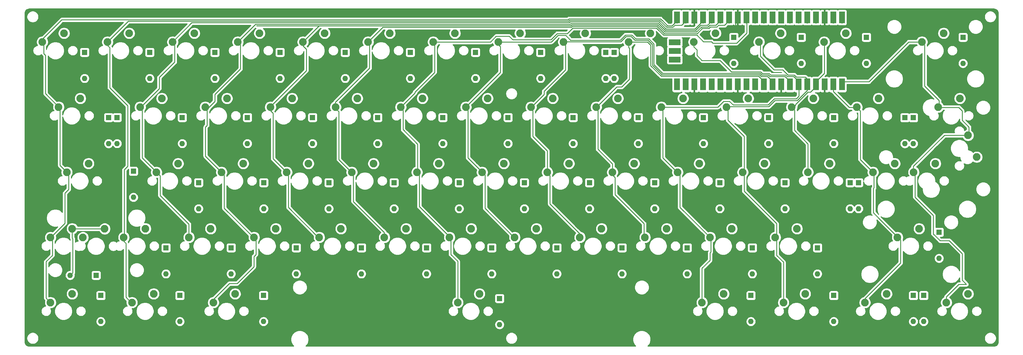
<source format=gbr>
G04 #@! TF.GenerationSoftware,KiCad,Pcbnew,(5.1.9)-1*
G04 #@! TF.CreationDate,2021-04-13T11:57:25+01:00*
G04 #@! TF.ProjectId,Env-KB60,456e762d-4b42-4363-902e-6b696361645f,rev?*
G04 #@! TF.SameCoordinates,Original*
G04 #@! TF.FileFunction,Copper,L2,Bot*
G04 #@! TF.FilePolarity,Positive*
%FSLAX46Y46*%
G04 Gerber Fmt 4.6, Leading zero omitted, Abs format (unit mm)*
G04 Created by KiCad (PCBNEW (5.1.9)-1) date 2021-04-13 11:57:25*
%MOMM*%
%LPD*%
G01*
G04 APERTURE LIST*
G04 #@! TA.AperFunction,ComponentPad*
%ADD10C,2.250000*%
G04 #@! TD*
G04 #@! TA.AperFunction,ComponentPad*
%ADD11O,1.600000X1.600000*%
G04 #@! TD*
G04 #@! TA.AperFunction,ComponentPad*
%ADD12R,1.600000X1.600000*%
G04 #@! TD*
G04 #@! TA.AperFunction,ComponentPad*
%ADD13O,1.700000X1.700000*%
G04 #@! TD*
G04 #@! TA.AperFunction,SMDPad,CuDef*
%ADD14R,3.500000X1.700000*%
G04 #@! TD*
G04 #@! TA.AperFunction,ComponentPad*
%ADD15R,1.700000X1.700000*%
G04 #@! TD*
G04 #@! TA.AperFunction,SMDPad,CuDef*
%ADD16R,1.700000X3.500000*%
G04 #@! TD*
G04 #@! TA.AperFunction,ViaPad*
%ADD17C,0.800000*%
G04 #@! TD*
G04 #@! TA.AperFunction,Conductor*
%ADD18C,0.250000*%
G04 #@! TD*
G04 #@! TA.AperFunction,Conductor*
%ADD19C,0.254000*%
G04 #@! TD*
G04 #@! TA.AperFunction,Conductor*
%ADD20C,0.100000*%
G04 #@! TD*
G04 APERTURE END LIST*
D10*
X92040000Y-139020000D03*
X85690000Y-141560000D03*
X330196250Y-138970000D03*
X323846250Y-141510000D03*
X251615000Y-81820000D03*
X245265000Y-84360000D03*
D11*
X93175000Y-114075000D03*
D12*
X93175000Y-106455000D03*
D10*
X201608750Y-158020000D03*
X195258750Y-160560000D03*
D13*
X259600000Y-84460000D03*
D14*
X258700000Y-84460000D03*
D15*
X259600000Y-87000000D03*
D14*
X258700000Y-87000000D03*
D13*
X259600000Y-89540000D03*
D14*
X258700000Y-89540000D03*
D16*
X259370000Y-77210000D03*
X261910000Y-77210000D03*
X264450000Y-77210000D03*
X266990000Y-77210000D03*
X269530000Y-77210000D03*
X272070000Y-77210000D03*
X274610000Y-77210000D03*
X277150000Y-77210000D03*
X279690000Y-77210000D03*
X282230000Y-77210000D03*
X284770000Y-77210000D03*
X287310000Y-77210000D03*
X289850000Y-77210000D03*
X292390000Y-77210000D03*
X294930000Y-77210000D03*
X297470000Y-77210000D03*
X300010000Y-77210000D03*
X302550000Y-77210000D03*
X305090000Y-77210000D03*
X307630000Y-77210000D03*
X259370000Y-96790000D03*
X261910000Y-96790000D03*
X264450000Y-96790000D03*
X266990000Y-96790000D03*
X269530000Y-96790000D03*
X272070000Y-96790000D03*
X274610000Y-96790000D03*
X277150000Y-96790000D03*
X279690000Y-96790000D03*
X282230000Y-96790000D03*
X284770000Y-96790000D03*
X287310000Y-96790000D03*
X289850000Y-96790000D03*
X292390000Y-96790000D03*
X294930000Y-96790000D03*
X297470000Y-96790000D03*
X300010000Y-96790000D03*
X302550000Y-96790000D03*
X305090000Y-96790000D03*
X307630000Y-96790000D03*
D13*
X307630000Y-78110000D03*
X305090000Y-78110000D03*
D15*
X302550000Y-78110000D03*
D13*
X300010000Y-78110000D03*
X297470000Y-78110000D03*
X294930000Y-78110000D03*
X292390000Y-78110000D03*
D15*
X289850000Y-78110000D03*
D13*
X287310000Y-78110000D03*
X284770000Y-78110000D03*
X282230000Y-78110000D03*
X279690000Y-78110000D03*
D15*
X277150000Y-78110000D03*
D13*
X274610000Y-78110000D03*
X272070000Y-78110000D03*
X269530000Y-78110000D03*
X266990000Y-78110000D03*
D15*
X264450000Y-78110000D03*
D13*
X261910000Y-78110000D03*
X259370000Y-78110000D03*
X259370000Y-95890000D03*
X261910000Y-95890000D03*
D15*
X264450000Y-95890000D03*
D13*
X266990000Y-95890000D03*
X269530000Y-95890000D03*
X272070000Y-95890000D03*
X274610000Y-95890000D03*
D15*
X277150000Y-95890000D03*
D13*
X279690000Y-95890000D03*
X282230000Y-95890000D03*
X284770000Y-95890000D03*
X287310000Y-95890000D03*
D15*
X289850000Y-95890000D03*
D13*
X292390000Y-95890000D03*
X294930000Y-95890000D03*
X297470000Y-95890000D03*
X300010000Y-95890000D03*
D15*
X302550000Y-95890000D03*
D13*
X305090000Y-95890000D03*
X307630000Y-95890000D03*
D11*
X326000000Y-114120000D03*
D12*
X326000000Y-106500000D03*
D11*
X100437500Y-129800000D03*
D12*
X100437500Y-122180000D03*
D11*
X148062500Y-152170000D03*
D12*
X148062500Y-144550000D03*
D11*
X312490000Y-133120000D03*
D12*
X312490000Y-125500000D03*
D11*
X81900000Y-152600000D03*
D12*
X89520000Y-152600000D03*
D11*
X224262500Y-152170000D03*
D12*
X224262500Y-144550000D03*
D11*
X262362500Y-152170000D03*
D12*
X262362500Y-144550000D03*
D11*
X119487500Y-133120000D03*
D12*
X119487500Y-125500000D03*
D11*
X286175000Y-114070000D03*
D12*
X286175000Y-106450000D03*
D11*
X276000000Y-90620000D03*
D12*
X276000000Y-83000000D03*
D11*
X295700000Y-90620000D03*
D12*
X295700000Y-83000000D03*
D11*
X343000000Y-90620000D03*
D12*
X343000000Y-83000000D03*
D11*
X152825000Y-114070000D03*
D12*
X152825000Y-106450000D03*
D11*
X328500000Y-114120000D03*
D12*
X328500000Y-106500000D03*
D11*
X157587500Y-133120000D03*
D12*
X157587500Y-125500000D03*
D11*
X233787500Y-133120000D03*
D12*
X233787500Y-125500000D03*
D11*
X305225000Y-114070000D03*
D12*
X305225000Y-106450000D03*
D11*
X133775000Y-114070000D03*
D12*
X133775000Y-106450000D03*
D11*
X314750000Y-90620000D03*
D12*
X314750000Y-83000000D03*
D11*
X114725000Y-114070000D03*
D12*
X114725000Y-106450000D03*
D11*
X209975000Y-114070000D03*
D12*
X209975000Y-106450000D03*
D11*
X171875000Y-114070000D03*
D12*
X171875000Y-106450000D03*
D11*
X267125000Y-114070000D03*
D12*
X267125000Y-106450000D03*
D11*
X176637500Y-133120000D03*
D12*
X176637500Y-125500000D03*
D11*
X214737500Y-133120000D03*
D12*
X214737500Y-125500000D03*
D11*
X248075000Y-114070000D03*
D12*
X248075000Y-106450000D03*
D11*
X252837500Y-133120000D03*
D12*
X252837500Y-125500000D03*
D11*
X195687500Y-133120000D03*
D12*
X195687500Y-125500000D03*
D11*
X271887500Y-133120000D03*
D12*
X271887500Y-125500000D03*
D11*
X290937500Y-133120000D03*
D12*
X290937500Y-125500000D03*
D11*
X309987500Y-133120000D03*
D12*
X309987500Y-125500000D03*
D11*
X109962500Y-152170000D03*
D12*
X109962500Y-144550000D03*
D11*
X129012500Y-152170000D03*
D12*
X129012500Y-144550000D03*
D11*
X95675000Y-114070000D03*
D12*
X95675000Y-106450000D03*
D11*
X190925000Y-114070000D03*
D12*
X190925000Y-106450000D03*
D11*
X229025000Y-114070000D03*
D12*
X229025000Y-106450000D03*
D11*
X138537500Y-133120000D03*
D12*
X138537500Y-125500000D03*
D11*
X167112500Y-152170000D03*
D12*
X167112500Y-144550000D03*
D11*
X186162500Y-152170000D03*
D12*
X186162500Y-144550000D03*
D11*
X205212500Y-152170000D03*
D12*
X205212500Y-144550000D03*
D11*
X243312500Y-152170000D03*
D12*
X243312500Y-144550000D03*
D11*
X114000000Y-166120000D03*
D12*
X114000000Y-158500000D03*
D11*
X90912500Y-166120000D03*
D12*
X90912500Y-158500000D03*
D11*
X281000000Y-166120000D03*
D12*
X281000000Y-158500000D03*
D11*
X300462500Y-152170000D03*
D12*
X300462500Y-144550000D03*
D11*
X281412500Y-152170000D03*
D12*
X281412500Y-144550000D03*
D11*
X138500000Y-166120000D03*
D12*
X138500000Y-158500000D03*
D11*
X305225000Y-166120000D03*
D12*
X305225000Y-158500000D03*
D11*
X328500000Y-166120000D03*
D12*
X328500000Y-158500000D03*
D11*
X207500000Y-167000000D03*
D12*
X207500000Y-159380000D03*
D11*
X336000000Y-147620000D03*
D12*
X336000000Y-140000000D03*
D11*
X200450000Y-95020000D03*
D12*
X200450000Y-87400000D03*
D11*
X181400000Y-95020000D03*
D12*
X181400000Y-87400000D03*
D11*
X238550000Y-95020000D03*
D12*
X238550000Y-87400000D03*
D11*
X219500000Y-95020000D03*
D12*
X219500000Y-87400000D03*
D11*
X124250000Y-95020000D03*
D12*
X124250000Y-87400000D03*
D11*
X241000000Y-95020000D03*
D12*
X241000000Y-87400000D03*
D11*
X86150000Y-95020000D03*
D12*
X86150000Y-87400000D03*
D11*
X143300000Y-95020000D03*
D12*
X143300000Y-87400000D03*
D11*
X105200000Y-95020000D03*
D12*
X105200000Y-87400000D03*
D11*
X162350000Y-95020000D03*
D12*
X162350000Y-87400000D03*
D11*
X331500000Y-166120000D03*
D12*
X331500000Y-158500000D03*
D10*
X344483750Y-111690000D03*
X347023750Y-118040000D03*
X334940000Y-119920000D03*
X328590000Y-122460000D03*
X342090000Y-100870000D03*
X335740000Y-103410000D03*
X87308750Y-119920000D03*
X80958750Y-122460000D03*
X344483750Y-158020000D03*
X338133750Y-160560000D03*
X320671250Y-158020000D03*
X314321250Y-160560000D03*
X296858750Y-158020000D03*
X290508750Y-160560000D03*
X273046250Y-158020000D03*
X266696250Y-160560000D03*
X130171250Y-158020000D03*
X123821250Y-160560000D03*
X106358750Y-158020000D03*
X100008750Y-160560000D03*
X82546250Y-158020000D03*
X76196250Y-160560000D03*
X294477500Y-138970000D03*
X288127500Y-141510000D03*
X275427500Y-138970000D03*
X269077500Y-141510000D03*
X256377500Y-138970000D03*
X250027500Y-141510000D03*
X237327500Y-138970000D03*
X230977500Y-141510000D03*
X218277500Y-138970000D03*
X211927500Y-141510000D03*
X199227500Y-138970000D03*
X192877500Y-141510000D03*
X180177500Y-138970000D03*
X173827500Y-141510000D03*
X161127500Y-138970000D03*
X154777500Y-141510000D03*
X142077500Y-138970000D03*
X135727500Y-141510000D03*
X123027500Y-138970000D03*
X116677500Y-141510000D03*
X103977500Y-138970000D03*
X97627500Y-141510000D03*
X82546250Y-138970000D03*
X76196250Y-141510000D03*
X323052500Y-119920000D03*
X316702500Y-122460000D03*
X304002500Y-119920000D03*
X297652500Y-122460000D03*
X284952500Y-119920000D03*
X278602500Y-122460000D03*
X265902500Y-119920000D03*
X259552500Y-122460000D03*
X246852500Y-119920000D03*
X240502500Y-122460000D03*
X227802500Y-119920000D03*
X221452500Y-122460000D03*
X208752500Y-119920000D03*
X202402500Y-122460000D03*
X189702500Y-119920000D03*
X183352500Y-122460000D03*
X170652500Y-119920000D03*
X164302500Y-122460000D03*
X151602500Y-119920000D03*
X145252500Y-122460000D03*
X132552500Y-119920000D03*
X126202500Y-122460000D03*
X113502500Y-119920000D03*
X107152500Y-122460000D03*
X318290000Y-100870000D03*
X311940000Y-103410000D03*
X299240000Y-100870000D03*
X292890000Y-103410000D03*
X280190000Y-100870000D03*
X273840000Y-103410000D03*
X261140000Y-100870000D03*
X254790000Y-103410000D03*
X242090000Y-100870000D03*
X235740000Y-103410000D03*
X223040000Y-100870000D03*
X216690000Y-103410000D03*
X203990000Y-100870000D03*
X197640000Y-103410000D03*
X184940000Y-100870000D03*
X178590000Y-103410000D03*
X165890000Y-100870000D03*
X159540000Y-103410000D03*
X146840000Y-100870000D03*
X140490000Y-103410000D03*
X127790000Y-100870000D03*
X121440000Y-103410000D03*
X108740000Y-100870000D03*
X102390000Y-103410000D03*
X84927500Y-100870000D03*
X78577500Y-103410000D03*
X337340000Y-81820000D03*
X330990000Y-84360000D03*
X308765000Y-81820000D03*
X302415000Y-84360000D03*
X289715000Y-81820000D03*
X283365000Y-84360000D03*
X270665000Y-81820000D03*
X264315000Y-84360000D03*
X232565000Y-81820000D03*
X226215000Y-84360000D03*
X213515000Y-81820000D03*
X207165000Y-84360000D03*
X194465000Y-81820000D03*
X188115000Y-84360000D03*
X175415000Y-81820000D03*
X169065000Y-84360000D03*
X156365000Y-81820000D03*
X150015000Y-84360000D03*
X137315000Y-81820000D03*
X130965000Y-84360000D03*
X118265000Y-81820000D03*
X111915000Y-84360000D03*
X99215000Y-81820000D03*
X92865000Y-84360000D03*
X80165000Y-81820000D03*
X73815000Y-84360000D03*
D17*
X269500000Y-100500000D03*
X287000000Y-104000000D03*
X309500000Y-100500000D03*
X288500000Y-100000000D03*
X264000000Y-91000000D03*
X236500000Y-82000000D03*
X220000000Y-82000000D03*
X229500000Y-82000000D03*
X339500000Y-121000000D03*
D18*
X73815000Y-83585000D02*
X79500000Y-77900000D01*
X79500000Y-77900000D02*
X98563590Y-77900000D01*
X98563590Y-77900000D02*
X98613640Y-77849950D01*
X98613640Y-77849950D02*
X227531590Y-77849950D01*
X73815000Y-84360000D02*
X73815000Y-83585000D01*
X227801549Y-77579991D02*
X228161618Y-77579991D01*
X227531590Y-77849950D02*
X227801549Y-77579991D01*
X257950060Y-79649940D02*
X259400000Y-78200000D01*
X255027171Y-78077171D02*
X256599940Y-79649940D01*
X256599940Y-79649940D02*
X257950060Y-79649940D01*
X255022811Y-78077171D02*
X255027171Y-78077171D01*
X254525640Y-77580000D02*
X255022811Y-78077171D01*
X228161618Y-77580000D02*
X254525640Y-77580000D01*
X74250000Y-85000000D02*
X73750000Y-84500000D01*
X79000000Y-103750000D02*
X74750000Y-99500000D01*
X81500000Y-123000000D02*
X79000000Y-120500000D01*
X81500000Y-127500000D02*
X81500000Y-123000000D01*
X80400000Y-128600000D02*
X81500000Y-127500000D01*
X80400000Y-137350000D02*
X80400000Y-128600000D01*
X74250000Y-87750000D02*
X74250000Y-85000000D01*
X79000000Y-120500000D02*
X79000000Y-103750000D01*
X76250000Y-141500000D02*
X80400000Y-137350000D01*
X74750000Y-88250000D02*
X74250000Y-87750000D01*
X74750000Y-99500000D02*
X74750000Y-88250000D01*
X74900000Y-151042228D02*
X74900000Y-148600000D01*
X74900000Y-148600000D02*
X76750000Y-146750000D01*
X76750000Y-146750000D02*
X76750000Y-142000000D01*
X76750000Y-142000000D02*
X76250000Y-141500000D01*
X74900000Y-159263750D02*
X74900000Y-151000000D01*
X76196250Y-160560000D02*
X74900000Y-159263750D01*
X92865000Y-84360000D02*
X92865000Y-85365000D01*
X92865000Y-85365000D02*
X93500000Y-86000000D01*
X93500000Y-86000000D02*
X93500000Y-97750000D01*
X93500000Y-97750000D02*
X98750000Y-103000000D01*
X98750000Y-103000000D02*
X98750000Y-120750000D01*
X98750000Y-120750000D02*
X97750000Y-121750000D01*
X97750000Y-121750000D02*
X97750000Y-141750000D01*
X97627500Y-141510000D02*
X97627500Y-142627500D01*
X97627500Y-142627500D02*
X98250000Y-143250000D01*
X98250000Y-143250000D02*
X98250000Y-159000000D01*
X98250000Y-159000000D02*
X100000000Y-160750000D01*
X92865000Y-84360000D02*
X98925040Y-78299960D01*
X254335010Y-78030011D02*
X256404950Y-80099951D01*
X98925040Y-78299960D02*
X227717990Y-78299960D01*
X227987939Y-78030011D02*
X254335010Y-78030011D01*
X227717990Y-78299960D02*
X227987939Y-78030011D01*
X257900049Y-80099951D02*
X258150049Y-80099951D01*
X256404950Y-80099951D02*
X257900049Y-80099951D01*
X258775000Y-79475000D02*
X260725000Y-79475000D01*
X258150049Y-80099951D02*
X258775000Y-79475000D01*
X260725000Y-79475000D02*
X262000000Y-78200000D01*
X116677500Y-141510000D02*
X116677500Y-137677500D01*
X116677500Y-137677500D02*
X108250000Y-129250000D01*
X108250000Y-129250000D02*
X108250000Y-123500000D01*
X108250000Y-123500000D02*
X107500000Y-122750000D01*
X107500000Y-122750000D02*
X103000000Y-118250000D01*
X103000000Y-118250000D02*
X103000000Y-104000000D01*
X103000000Y-104000000D02*
X102500000Y-103500000D01*
X102500000Y-103500000D02*
X108000000Y-98000000D01*
X108000000Y-98000000D02*
X108000000Y-94750000D01*
X108000000Y-94750000D02*
X112500000Y-90250000D01*
X112500000Y-90250000D02*
X112500000Y-85250000D01*
X112500000Y-85250000D02*
X111750000Y-84500000D01*
X111915000Y-84360000D02*
X117525029Y-78749971D01*
X117525029Y-78749971D02*
X227904390Y-78749971D01*
X256209960Y-80549960D02*
X264650040Y-80549960D01*
X254140022Y-78480022D02*
X256209960Y-80549960D01*
X228174339Y-78480022D02*
X254140022Y-78480022D01*
X227904390Y-78749971D02*
X228174339Y-78480022D01*
X264650040Y-80549960D02*
X267000000Y-78200000D01*
X123821250Y-160560000D02*
X123821250Y-159678750D01*
X123821250Y-159678750D02*
X128500000Y-155000000D01*
X128500000Y-155000000D02*
X130750000Y-155000000D01*
X135657501Y-150092499D02*
X135657501Y-147092499D01*
X130750000Y-155000000D02*
X135657501Y-150092499D01*
X135657501Y-147092499D02*
X136250000Y-146500000D01*
X136250000Y-146500000D02*
X136250000Y-142250000D01*
X136250000Y-142250000D02*
X127000000Y-133000000D01*
X127000000Y-133000000D02*
X127000000Y-123250000D01*
X127000000Y-123250000D02*
X121500000Y-117750000D01*
X121500000Y-117750000D02*
X121500000Y-109250000D01*
X121500000Y-109250000D02*
X122000000Y-108750000D01*
X122000000Y-108750000D02*
X122000000Y-104000000D01*
X122000000Y-104000000D02*
X124250000Y-101750000D01*
X124250000Y-101750000D02*
X124250000Y-99750000D01*
X124250000Y-99750000D02*
X131750000Y-92250000D01*
X131750000Y-92250000D02*
X131750000Y-85250000D01*
X131750000Y-85250000D02*
X131000000Y-84500000D01*
X228360739Y-78930033D02*
X253940033Y-78930033D01*
X253940033Y-78930033D02*
X256009970Y-80999970D01*
X228090790Y-79199982D02*
X228360739Y-78930033D01*
X136125018Y-79199982D02*
X228090790Y-79199982D01*
X130965000Y-84360000D02*
X136125018Y-79199982D01*
X263750030Y-80999970D02*
X264836441Y-80999969D01*
X256009970Y-80999970D02*
X263750030Y-80999970D01*
X264836441Y-80999969D02*
X266336410Y-79500000D01*
X266336410Y-79500000D02*
X268250000Y-79500000D01*
X268300000Y-79500000D02*
X269600000Y-78200000D01*
X268200000Y-79500000D02*
X268300000Y-79500000D01*
X150015000Y-84360000D02*
X150015000Y-85515000D01*
X150015000Y-85515000D02*
X151000000Y-86500000D01*
X151000000Y-86500000D02*
X151000000Y-92750000D01*
X151000000Y-92750000D02*
X140500000Y-103250000D01*
X140490000Y-103410000D02*
X140490000Y-104490000D01*
X140490000Y-104490000D02*
X141250000Y-105250000D01*
X141250000Y-105250000D02*
X141250000Y-118500000D01*
X141250000Y-118500000D02*
X145250000Y-122500000D01*
X145250000Y-122500000D02*
X145250000Y-123000000D01*
X145250000Y-123000000D02*
X145750000Y-123500000D01*
X145750000Y-123500000D02*
X145750000Y-132750000D01*
X154510000Y-141510000D02*
X154000000Y-141000000D01*
X154777500Y-141510000D02*
X154510000Y-141510000D01*
X145750000Y-132750000D02*
X154000000Y-141000000D01*
X228277190Y-79649993D02*
X228547139Y-79380044D01*
X150015000Y-84360000D02*
X154725007Y-79649993D01*
X253752863Y-79380044D02*
X255822800Y-81449981D01*
X228547139Y-79380044D02*
X253752863Y-79380044D01*
X154725007Y-79649993D02*
X228277190Y-79649993D01*
X255822800Y-81449981D02*
X263699981Y-81449981D01*
X268486401Y-79950009D02*
X268936410Y-79500000D01*
X268936410Y-79500000D02*
X270700000Y-79500000D01*
X266600000Y-79950010D02*
X268486401Y-79950009D01*
X265100028Y-81449982D02*
X266600000Y-79950010D01*
X136429008Y-79649992D02*
X136429006Y-79649994D01*
X253752865Y-79380046D02*
X255822800Y-81449982D01*
X270700000Y-79500000D02*
X272100000Y-78100000D01*
X263699981Y-81449981D02*
X255823569Y-81449979D01*
X255823569Y-81449979D02*
X253753633Y-79380043D01*
X253753633Y-79380043D02*
X228547139Y-79380043D01*
X255822800Y-81449982D02*
X265100028Y-81449982D01*
X228547139Y-79380043D02*
X228277190Y-79649992D01*
X228277190Y-79649992D02*
X136429008Y-79649992D01*
X136429006Y-79649994D02*
X228277190Y-79649994D01*
X228277190Y-79649994D02*
X228547139Y-79380045D01*
X228547139Y-79380045D02*
X253752865Y-79380046D01*
X169500000Y-84500000D02*
X169000000Y-84500000D01*
X169500000Y-92000000D02*
X169500000Y-84500000D01*
X159500000Y-102000000D02*
X169500000Y-92000000D01*
X159500000Y-103750000D02*
X159500000Y-102000000D01*
X160500000Y-104750000D02*
X159500000Y-103750000D01*
X164750000Y-123000000D02*
X160500000Y-118750000D01*
X160500000Y-118750000D02*
X160500000Y-104750000D01*
X164750000Y-131000000D02*
X164750000Y-123000000D01*
X173827500Y-140077500D02*
X164750000Y-131000000D01*
X173827500Y-141510000D02*
X173827500Y-140077500D01*
X228463590Y-80100004D02*
X173324996Y-80100004D01*
X253566464Y-79830055D02*
X228733539Y-79830055D01*
X228733539Y-79830055D02*
X228463590Y-80100004D01*
X173324996Y-80100004D02*
X169065000Y-84360000D01*
X255636400Y-81899992D02*
X253566464Y-79830055D01*
X263899992Y-81899992D02*
X265286429Y-81899991D01*
X263899992Y-81899992D02*
X255636400Y-81899992D01*
X265286429Y-81899991D02*
X266786402Y-80400018D01*
X266786402Y-80400018D02*
X268672802Y-80400018D01*
X269122810Y-79950010D02*
X271049990Y-79950010D01*
X268672802Y-80400018D02*
X269122810Y-79950010D01*
X271049990Y-79950010D02*
X271500000Y-79500000D01*
X273300000Y-79500000D02*
X273650000Y-79150000D01*
X271500000Y-79500000D02*
X273300000Y-79500000D01*
X274600000Y-78200000D02*
X273650000Y-79150000D01*
X195258750Y-160560000D02*
X195258750Y-148508750D01*
X195258750Y-148508750D02*
X193250000Y-146500000D01*
X193250000Y-146500000D02*
X193250000Y-141750000D01*
X193250000Y-141750000D02*
X184000000Y-132500000D01*
X184000000Y-132500000D02*
X184000000Y-123250000D01*
X184000000Y-123250000D02*
X183500000Y-122750000D01*
X183500000Y-122750000D02*
X183500000Y-114250000D01*
X183500000Y-114250000D02*
X179250000Y-110000000D01*
X179250000Y-110000000D02*
X179250000Y-104250000D01*
X179250000Y-104250000D02*
X178500000Y-103500000D01*
X178500000Y-103500000D02*
X182750000Y-99250000D01*
X182750000Y-99250000D02*
X182750000Y-99000000D01*
X182750000Y-99000000D02*
X188500000Y-93250000D01*
X188500000Y-93250000D02*
X188500000Y-84750000D01*
X188500000Y-84750000D02*
X188250000Y-84500000D01*
X254000000Y-80900000D02*
X253800000Y-80700000D01*
X253386401Y-80286401D02*
X228913601Y-80286401D01*
X224363590Y-81900000D02*
X222513600Y-83749990D01*
X222513600Y-83749990D02*
X211349990Y-83749990D01*
X204840000Y-84360000D02*
X188115000Y-84360000D01*
X206500000Y-82700000D02*
X204840000Y-84360000D01*
X227300000Y-81900000D02*
X224363590Y-81900000D01*
X211349990Y-83749990D02*
X210300000Y-82700000D01*
X228913601Y-80286401D02*
X227300000Y-81900000D01*
X254000000Y-80900000D02*
X253386401Y-80286401D01*
X210300000Y-82700000D02*
X206500000Y-82700000D01*
X276800000Y-84700000D02*
X279750000Y-81750000D01*
X269850000Y-84700000D02*
X276800000Y-84700000D01*
X269425000Y-84275000D02*
X269850000Y-84700000D01*
X267125000Y-84275000D02*
X269425000Y-84275000D01*
X265200000Y-82350000D02*
X267125000Y-84275000D01*
X255450000Y-82350000D02*
X265200000Y-82350000D01*
X279750000Y-81750000D02*
X279750000Y-78250000D01*
X254000000Y-80900000D02*
X255450000Y-82350000D01*
X207165000Y-84360000D02*
X207165000Y-85165000D01*
X207165000Y-85165000D02*
X207750000Y-85750000D01*
X207750000Y-85750000D02*
X207750000Y-93250000D01*
X207750000Y-93250000D02*
X197500000Y-103500000D01*
X197500000Y-103500000D02*
X198250000Y-104250000D01*
X198250000Y-104250000D02*
X198250000Y-118250000D01*
X198250000Y-118250000D02*
X202500000Y-122500000D01*
X202500000Y-122500000D02*
X203250000Y-123250000D01*
X203250000Y-123250000D02*
X203250000Y-133000000D01*
X203250000Y-133000000D02*
X211750000Y-141500000D01*
X222640000Y-84360000D02*
X224568204Y-82431796D01*
X207165000Y-84360000D02*
X222640000Y-84360000D01*
X225631796Y-82431796D02*
X226831796Y-82431796D01*
X224568204Y-82431796D02*
X225631796Y-82431796D01*
X226831796Y-82431796D02*
X228249990Y-83849990D01*
X228249990Y-83849990D02*
X241800000Y-83849990D01*
X244313600Y-82329990D02*
X246196401Y-82329991D01*
X242793600Y-83849990D02*
X244313600Y-82329990D01*
X241800000Y-83849990D02*
X242793600Y-83849990D01*
X247326390Y-83459980D02*
X251132801Y-83459981D01*
X246196401Y-82329991D02*
X247326390Y-83459980D01*
X251132801Y-83459981D02*
X252620020Y-84947200D01*
X252620020Y-84947200D02*
X252620020Y-90987200D01*
X252620020Y-90987200D02*
X255152800Y-93519980D01*
X282880020Y-93519980D02*
X283672802Y-93519982D01*
X255152800Y-93519980D02*
X282880020Y-93519980D01*
X284192810Y-94039990D02*
X286139990Y-94039990D01*
X283672802Y-93519982D02*
X284192810Y-94039990D01*
X286139990Y-94039990D02*
X286600000Y-94500000D01*
X286600000Y-94500000D02*
X291000000Y-94500000D01*
X291000000Y-94500000D02*
X292390000Y-95890000D01*
X222250000Y-123500000D02*
X221500000Y-122750000D01*
X222250000Y-131750000D02*
X222250000Y-123500000D01*
X230977500Y-140477500D02*
X222250000Y-131750000D01*
X230977500Y-141510000D02*
X230977500Y-140477500D01*
X221452500Y-122460000D02*
X221452500Y-116202500D01*
X221452500Y-116202500D02*
X217250000Y-112000000D01*
X217250000Y-112000000D02*
X217250000Y-104000000D01*
X217250000Y-104000000D02*
X216750000Y-103500000D01*
X216750000Y-103500000D02*
X220500000Y-99750000D01*
X220500000Y-99750000D02*
X220500000Y-98750000D01*
X220500000Y-98750000D02*
X226750000Y-92500000D01*
X226750000Y-92500000D02*
X226750000Y-85000000D01*
X226750000Y-85000000D02*
X226000000Y-84250000D01*
X252170010Y-85133600D02*
X252170010Y-91173600D01*
X250946400Y-83909990D02*
X252170010Y-85133600D01*
X252170010Y-91173600D02*
X254966400Y-93969990D01*
X246010000Y-82780000D02*
X247139990Y-83909990D01*
X244500000Y-82780000D02*
X246010000Y-82780000D01*
X242980000Y-84300000D02*
X244500000Y-82780000D01*
X226275000Y-84300000D02*
X242980000Y-84300000D01*
X247139990Y-83909990D02*
X250946400Y-83909990D01*
X226215000Y-84360000D02*
X226275000Y-84300000D01*
X282330010Y-93969990D02*
X283486401Y-93969991D01*
X254966400Y-93969990D02*
X282330010Y-93969990D01*
X284006410Y-94490000D02*
X285910000Y-94490000D01*
X283486401Y-93969991D02*
X284006410Y-94490000D01*
X285910000Y-94490000D02*
X287310000Y-95890000D01*
X245265000Y-84360000D02*
X245265000Y-86015000D01*
X245265000Y-86015000D02*
X245500000Y-86250000D01*
X245500000Y-86250000D02*
X245500000Y-95250000D01*
X245500000Y-95250000D02*
X243250000Y-97500000D01*
X243250000Y-97500000D02*
X241750000Y-97500000D01*
X241750000Y-97500000D02*
X235750000Y-103500000D01*
X235750000Y-103500000D02*
X236250000Y-104000000D01*
X236250000Y-104000000D02*
X236250000Y-115750000D01*
X236250000Y-115750000D02*
X240500000Y-120000000D01*
X240500000Y-120000000D02*
X240500000Y-122500000D01*
X240500000Y-122500000D02*
X240500000Y-123250000D01*
X240500000Y-123250000D02*
X241250000Y-124000000D01*
X241250000Y-124000000D02*
X241250000Y-129000000D01*
X249750000Y-137500000D02*
X249750000Y-141250000D01*
X241250000Y-129000000D02*
X249750000Y-137500000D01*
X249750000Y-141250000D02*
X250750000Y-142250000D01*
X250440000Y-84360000D02*
X250460000Y-84360000D01*
X245265000Y-84360000D02*
X250440000Y-84360000D01*
X250440000Y-84360000D02*
X250760000Y-84360000D01*
X250760000Y-84360000D02*
X251720000Y-85320000D01*
X251720000Y-85320000D02*
X251720000Y-91360000D01*
X251720000Y-91360000D02*
X254780000Y-94420000D01*
X254780000Y-94420000D02*
X283300000Y-94420000D01*
X283300000Y-94420000D02*
X284770000Y-95890000D01*
X266696250Y-160560000D02*
X266696250Y-150553750D01*
X269007501Y-148242499D02*
X269007501Y-145992499D01*
X266696250Y-150553750D02*
X269007501Y-148242499D01*
X269007501Y-145992499D02*
X269250000Y-145750000D01*
X269250000Y-145750000D02*
X269250000Y-141750000D01*
X269250000Y-141750000D02*
X260250000Y-132750000D01*
X260250000Y-132750000D02*
X260250000Y-123250000D01*
X260250000Y-123250000D02*
X259500000Y-122500000D01*
X259500000Y-122500000D02*
X255250000Y-118250000D01*
X255250000Y-118250000D02*
X255250000Y-104000000D01*
X255250000Y-104000000D02*
X254750000Y-103500000D01*
X273000000Y-101750000D02*
X271340000Y-103410000D01*
X274750000Y-101750000D02*
X273000000Y-101750000D01*
X275799990Y-102799990D02*
X274750000Y-101750000D01*
X294250000Y-101000000D02*
X287863590Y-101000000D01*
X271340000Y-103410000D02*
X254790000Y-103410000D01*
X287863590Y-101000000D02*
X286063600Y-102799990D01*
X295000000Y-100250000D02*
X294250000Y-101000000D01*
X286063600Y-102799990D02*
X275799990Y-102799990D01*
X293500000Y-94500000D02*
X295000000Y-96000000D01*
X291636410Y-94500000D02*
X293500000Y-94500000D01*
X272000000Y-89800000D02*
X275269000Y-93069000D01*
X266700000Y-89800000D02*
X272000000Y-89800000D01*
X265200000Y-88300000D02*
X266700000Y-89800000D01*
X264315000Y-85815000D02*
X265200000Y-86700000D01*
X265200000Y-86700000D02*
X265200000Y-88300000D01*
X264315000Y-84360000D02*
X264315000Y-85815000D01*
X275269000Y-93069000D02*
X282923000Y-93069000D01*
X291186400Y-94049990D02*
X291243205Y-94106795D01*
X286786400Y-94049990D02*
X291186400Y-94049990D01*
X286326390Y-93589980D02*
X286786400Y-94049990D01*
X284379210Y-93589980D02*
X286326390Y-93589980D01*
X283858230Y-93069000D02*
X284379210Y-93589980D01*
X282923000Y-93069000D02*
X283858230Y-93069000D01*
X291243205Y-94106795D02*
X291636410Y-94500000D01*
X295000000Y-100250000D02*
X295000000Y-96000000D01*
X274250000Y-104000000D02*
X273750000Y-103500000D01*
X274250000Y-107250000D02*
X274250000Y-104000000D01*
X279000000Y-112000000D02*
X274250000Y-107250000D01*
X278710000Y-122460000D02*
X279000000Y-122750000D01*
X278602500Y-122460000D02*
X278710000Y-122460000D01*
X279000000Y-122750000D02*
X279000000Y-112000000D01*
X279000000Y-128000000D02*
X279000000Y-122750000D01*
X288500000Y-137500000D02*
X279000000Y-128000000D01*
X290508750Y-148758750D02*
X288500000Y-146750000D01*
X290508750Y-160560000D02*
X290508750Y-148758750D01*
X288127500Y-141510000D02*
X288127500Y-141372500D01*
X288127500Y-141372500D02*
X288500000Y-141000000D01*
X288500000Y-141000000D02*
X288500000Y-137500000D01*
X288500000Y-146750000D02*
X288500000Y-141000000D01*
X286250000Y-103250000D02*
X274250000Y-103250000D01*
X288000000Y-101500000D02*
X286250000Y-103250000D01*
X294500000Y-101500000D02*
X288000000Y-101500000D01*
X297470000Y-98530000D02*
X294500000Y-101500000D01*
X274250000Y-103250000D02*
X274000000Y-103500000D01*
X297470000Y-95890000D02*
X297470000Y-98530000D01*
X283750000Y-84750000D02*
X283250000Y-84250000D01*
X287750000Y-92500000D02*
X283750000Y-88500000D01*
X283750000Y-88500000D02*
X283750000Y-84750000D01*
X297470000Y-95890000D02*
X297470000Y-95220000D01*
X289000000Y-92500000D02*
X290272820Y-92500000D01*
X289000000Y-92500000D02*
X287750000Y-92500000D01*
X290272820Y-92500000D02*
X291772820Y-94000000D01*
X291772820Y-94000000D02*
X293636410Y-94000000D01*
X294261410Y-94625000D02*
X296875000Y-94625000D01*
X293636410Y-94000000D02*
X294261410Y-94625000D01*
X297470000Y-95220000D02*
X296875000Y-94625000D01*
X300010000Y-95890000D02*
X300010000Y-98260000D01*
X293750000Y-103000000D02*
X293500000Y-103000000D01*
X293500000Y-103000000D02*
X293000000Y-103500000D01*
X302500000Y-93500000D02*
X300000000Y-96000000D01*
X302500000Y-84445000D02*
X302500000Y-93500000D01*
X302415000Y-84360000D02*
X302500000Y-84445000D01*
X297652500Y-122460000D02*
X297652500Y-114152500D01*
X297652500Y-114152500D02*
X293750000Y-110250000D01*
X293750000Y-110250000D02*
X293750000Y-104250000D01*
X293750000Y-104250000D02*
X293000000Y-103500000D01*
X294000000Y-103000000D02*
X294000000Y-102636410D01*
X294000000Y-103000000D02*
X293750000Y-103000000D01*
X294000000Y-102636410D02*
X297636410Y-99000000D01*
X298445002Y-99000000D02*
X300000000Y-97445002D01*
X297636410Y-99000000D02*
X298445002Y-99000000D01*
X300000000Y-97445002D02*
X300000000Y-96000000D01*
X314321250Y-160560000D02*
X314321250Y-159428750D01*
X314321250Y-159428750D02*
X324750000Y-149000000D01*
X324750000Y-149000000D02*
X324750000Y-142250000D01*
X324750000Y-142250000D02*
X324000000Y-141500000D01*
X324000000Y-141500000D02*
X318500000Y-136000000D01*
X318500000Y-136000000D02*
X316750000Y-134250000D01*
X316750000Y-134250000D02*
X316750000Y-127250000D01*
X316750000Y-127250000D02*
X317000000Y-127000000D01*
X317000000Y-127000000D02*
X317000000Y-122750000D01*
X317000000Y-122750000D02*
X313000000Y-118750000D01*
X313000000Y-118750000D02*
X313000000Y-104500000D01*
X313000000Y-104500000D02*
X312000000Y-103500000D01*
X305090000Y-95890000D02*
X305090000Y-98840000D01*
X305090000Y-98840000D02*
X309750000Y-103500000D01*
X309750000Y-103500000D02*
X312000000Y-103500000D01*
X338133750Y-160560000D02*
X338133750Y-158883750D01*
X338133750Y-158883750D02*
X341767500Y-155250000D01*
X341767500Y-155250000D02*
X344000000Y-155250000D01*
X344000000Y-155250000D02*
X342750000Y-154000000D01*
X342750000Y-154000000D02*
X342750000Y-146250000D01*
X342750000Y-146250000D02*
X339000000Y-142500000D01*
X336314998Y-142500000D02*
X334314998Y-140500000D01*
X339000000Y-142500000D02*
X336314998Y-142500000D01*
X334314998Y-140500000D02*
X334314998Y-135064998D01*
X334314998Y-135064998D02*
X329000000Y-129750000D01*
X329000000Y-129750000D02*
X329000000Y-122500000D01*
X329000000Y-122500000D02*
X328500000Y-122500000D01*
X328500000Y-122500000D02*
X328500000Y-120750000D01*
X337629999Y-111620001D02*
X344129999Y-111620001D01*
X328500000Y-120750000D02*
X337629999Y-111620001D01*
X344129999Y-111620001D02*
X344750000Y-111000000D01*
X344750000Y-111000000D02*
X344750000Y-109250000D01*
X344750000Y-109250000D02*
X342750000Y-107250000D01*
X342750000Y-107250000D02*
X342750000Y-104500000D01*
X342750000Y-104500000D02*
X341750000Y-103500000D01*
X341750000Y-103500000D02*
X336007651Y-103500000D01*
X336007651Y-103500000D02*
X336007651Y-101507651D01*
X336007651Y-101507651D02*
X331750000Y-97250000D01*
X331750000Y-97250000D02*
X331750000Y-85250000D01*
X331750000Y-85250000D02*
X331000000Y-84500000D01*
X330990000Y-84360000D02*
X327140000Y-84360000D01*
X327140000Y-84360000D02*
X315500000Y-96000000D01*
X315500000Y-96000000D02*
X307750000Y-96000000D01*
X82546250Y-138970000D02*
X82546250Y-141746250D01*
X82546250Y-141746250D02*
X82700000Y-141900000D01*
X82700000Y-141900000D02*
X82700000Y-151900000D01*
X82700000Y-151900000D02*
X81900000Y-152700000D01*
X92040000Y-139020000D02*
X82620000Y-139020000D01*
X82620000Y-139020000D02*
X82600000Y-139000000D01*
X82600000Y-139000000D02*
X82500000Y-139000000D01*
X277150000Y-78110000D02*
X276890000Y-78110000D01*
X276890000Y-78110000D02*
X276500000Y-78500000D01*
X276250010Y-79749990D02*
X274750010Y-79749990D01*
X276500000Y-79500000D02*
X276250010Y-79749990D01*
X276500000Y-78500000D02*
X276500000Y-79500000D01*
X274750010Y-79749990D02*
X274500000Y-80000000D01*
X264450000Y-78110000D02*
X264450000Y-79300000D01*
X264450000Y-79300000D02*
X264000000Y-79750000D01*
X264000000Y-79750000D02*
X263500000Y-79750000D01*
X288500000Y-100000000D02*
X289250000Y-100000000D01*
X289250000Y-100000000D02*
X289750000Y-99500000D01*
X289750000Y-99500000D02*
X289750000Y-96000000D01*
D19*
X352254782Y-74713267D02*
X352499855Y-74787259D01*
X352725890Y-74907443D01*
X352924281Y-75069248D01*
X353087460Y-75266497D01*
X353209220Y-75491687D01*
X353284924Y-75736247D01*
X353315000Y-76022398D01*
X353315001Y-171966484D01*
X353286733Y-172254782D01*
X353212741Y-172499855D01*
X353092554Y-172725893D01*
X352930754Y-172924279D01*
X352733503Y-173087460D01*
X352508310Y-173209221D01*
X352263753Y-173284924D01*
X351977602Y-173315000D01*
X250826476Y-173315000D01*
X251110650Y-173030826D01*
X251398351Y-172600251D01*
X251596523Y-172121822D01*
X251697550Y-171613924D01*
X251697550Y-171096076D01*
X251644449Y-170829117D01*
X349265000Y-170829117D01*
X349265000Y-171170883D01*
X349331675Y-171506081D01*
X349462463Y-171821831D01*
X349652337Y-172105998D01*
X349894002Y-172347663D01*
X350178169Y-172537537D01*
X350493919Y-172668325D01*
X350829117Y-172735000D01*
X351170883Y-172735000D01*
X351506081Y-172668325D01*
X351821831Y-172537537D01*
X352105998Y-172347663D01*
X352347663Y-172105998D01*
X352537537Y-171821831D01*
X352668325Y-171506081D01*
X352735000Y-171170883D01*
X352735000Y-170829117D01*
X352668325Y-170493919D01*
X352537537Y-170178169D01*
X352347663Y-169894002D01*
X352105998Y-169652337D01*
X351821831Y-169462463D01*
X351506081Y-169331675D01*
X351170883Y-169265000D01*
X350829117Y-169265000D01*
X350493919Y-169331675D01*
X350178169Y-169462463D01*
X349894002Y-169652337D01*
X349652337Y-169894002D01*
X349462463Y-170178169D01*
X349331675Y-170493919D01*
X349265000Y-170829117D01*
X251644449Y-170829117D01*
X251596523Y-170588178D01*
X251398351Y-170109749D01*
X251110650Y-169679174D01*
X250744476Y-169313000D01*
X250313901Y-169025299D01*
X249835472Y-168827127D01*
X249327574Y-168726100D01*
X248809726Y-168726100D01*
X248301828Y-168827127D01*
X247823399Y-169025299D01*
X247392824Y-169313000D01*
X247026650Y-169679174D01*
X246738949Y-170109749D01*
X246540777Y-170588178D01*
X246439750Y-171096076D01*
X246439750Y-171613924D01*
X246540777Y-172121822D01*
X246738949Y-172600251D01*
X247026650Y-173030826D01*
X247310824Y-173315000D01*
X150826676Y-173315000D01*
X151110850Y-173030826D01*
X151398551Y-172600251D01*
X151596723Y-172121822D01*
X151697750Y-171613924D01*
X151697750Y-171096076D01*
X151644649Y-170829117D01*
X209265000Y-170829117D01*
X209265000Y-171170883D01*
X209331675Y-171506081D01*
X209462463Y-171821831D01*
X209652337Y-172105998D01*
X209894002Y-172347663D01*
X210178169Y-172537537D01*
X210493919Y-172668325D01*
X210829117Y-172735000D01*
X211170883Y-172735000D01*
X211506081Y-172668325D01*
X211821831Y-172537537D01*
X212105998Y-172347663D01*
X212347663Y-172105998D01*
X212537537Y-171821831D01*
X212668325Y-171506081D01*
X212735000Y-171170883D01*
X212735000Y-170829117D01*
X212668325Y-170493919D01*
X212537537Y-170178169D01*
X212347663Y-169894002D01*
X212105998Y-169652337D01*
X211821831Y-169462463D01*
X211506081Y-169331675D01*
X211170883Y-169265000D01*
X210829117Y-169265000D01*
X210493919Y-169331675D01*
X210178169Y-169462463D01*
X209894002Y-169652337D01*
X209652337Y-169894002D01*
X209462463Y-170178169D01*
X209331675Y-170493919D01*
X209265000Y-170829117D01*
X151644649Y-170829117D01*
X151596723Y-170588178D01*
X151398551Y-170109749D01*
X151110850Y-169679174D01*
X150744676Y-169313000D01*
X150314101Y-169025299D01*
X149835672Y-168827127D01*
X149327774Y-168726100D01*
X148809926Y-168726100D01*
X148302028Y-168827127D01*
X147823599Y-169025299D01*
X147393024Y-169313000D01*
X147026850Y-169679174D01*
X146739149Y-170109749D01*
X146540977Y-170588178D01*
X146439950Y-171096076D01*
X146439950Y-171613924D01*
X146540977Y-172121822D01*
X146739149Y-172600251D01*
X147026850Y-173030826D01*
X147311024Y-173315000D01*
X70033505Y-173315000D01*
X69745218Y-173286733D01*
X69500145Y-173212741D01*
X69274107Y-173092554D01*
X69075721Y-172930754D01*
X68912540Y-172733503D01*
X68790779Y-172508310D01*
X68715076Y-172263753D01*
X68685000Y-171977602D01*
X68685000Y-170829117D01*
X69265000Y-170829117D01*
X69265000Y-171170883D01*
X69331675Y-171506081D01*
X69462463Y-171821831D01*
X69652337Y-172105998D01*
X69894002Y-172347663D01*
X70178169Y-172537537D01*
X70493919Y-172668325D01*
X70829117Y-172735000D01*
X71170883Y-172735000D01*
X71506081Y-172668325D01*
X71821831Y-172537537D01*
X72105998Y-172347663D01*
X72347663Y-172105998D01*
X72537537Y-171821831D01*
X72668325Y-171506081D01*
X72735000Y-171170883D01*
X72735000Y-170829117D01*
X72668325Y-170493919D01*
X72537537Y-170178169D01*
X72347663Y-169894002D01*
X72105998Y-169652337D01*
X71821831Y-169462463D01*
X71506081Y-169331675D01*
X71170883Y-169265000D01*
X70829117Y-169265000D01*
X70493919Y-169331675D01*
X70178169Y-169462463D01*
X69894002Y-169652337D01*
X69652337Y-169894002D01*
X69462463Y-170178169D01*
X69331675Y-170493919D01*
X69265000Y-170829117D01*
X68685000Y-170829117D01*
X68685000Y-165978665D01*
X89477500Y-165978665D01*
X89477500Y-166261335D01*
X89532647Y-166538574D01*
X89640820Y-166799727D01*
X89797863Y-167034759D01*
X89997741Y-167234637D01*
X90232773Y-167391680D01*
X90493926Y-167499853D01*
X90771165Y-167555000D01*
X91053835Y-167555000D01*
X91331074Y-167499853D01*
X91592227Y-167391680D01*
X91827259Y-167234637D01*
X92027137Y-167034759D01*
X92184180Y-166799727D01*
X92292353Y-166538574D01*
X92347500Y-166261335D01*
X92347500Y-165978665D01*
X112565000Y-165978665D01*
X112565000Y-166261335D01*
X112620147Y-166538574D01*
X112728320Y-166799727D01*
X112885363Y-167034759D01*
X113085241Y-167234637D01*
X113320273Y-167391680D01*
X113581426Y-167499853D01*
X113858665Y-167555000D01*
X114141335Y-167555000D01*
X114418574Y-167499853D01*
X114679727Y-167391680D01*
X114914759Y-167234637D01*
X115114637Y-167034759D01*
X115271680Y-166799727D01*
X115379853Y-166538574D01*
X115435000Y-166261335D01*
X115435000Y-165978665D01*
X137065000Y-165978665D01*
X137065000Y-166261335D01*
X137120147Y-166538574D01*
X137228320Y-166799727D01*
X137385363Y-167034759D01*
X137585241Y-167234637D01*
X137820273Y-167391680D01*
X138081426Y-167499853D01*
X138358665Y-167555000D01*
X138641335Y-167555000D01*
X138918574Y-167499853D01*
X139179727Y-167391680D01*
X139414759Y-167234637D01*
X139614637Y-167034759D01*
X139732298Y-166858665D01*
X206065000Y-166858665D01*
X206065000Y-167141335D01*
X206120147Y-167418574D01*
X206228320Y-167679727D01*
X206385363Y-167914759D01*
X206585241Y-168114637D01*
X206820273Y-168271680D01*
X207081426Y-168379853D01*
X207358665Y-168435000D01*
X207641335Y-168435000D01*
X207918574Y-168379853D01*
X208179727Y-168271680D01*
X208414759Y-168114637D01*
X208614637Y-167914759D01*
X208771680Y-167679727D01*
X208879853Y-167418574D01*
X208935000Y-167141335D01*
X208935000Y-166858665D01*
X208879853Y-166581426D01*
X208771680Y-166320273D01*
X208614637Y-166085241D01*
X208508061Y-165978665D01*
X279565000Y-165978665D01*
X279565000Y-166261335D01*
X279620147Y-166538574D01*
X279728320Y-166799727D01*
X279885363Y-167034759D01*
X280085241Y-167234637D01*
X280320273Y-167391680D01*
X280581426Y-167499853D01*
X280858665Y-167555000D01*
X281141335Y-167555000D01*
X281418574Y-167499853D01*
X281679727Y-167391680D01*
X281914759Y-167234637D01*
X282114637Y-167034759D01*
X282271680Y-166799727D01*
X282379853Y-166538574D01*
X282435000Y-166261335D01*
X282435000Y-165978665D01*
X303790000Y-165978665D01*
X303790000Y-166261335D01*
X303845147Y-166538574D01*
X303953320Y-166799727D01*
X304110363Y-167034759D01*
X304310241Y-167234637D01*
X304545273Y-167391680D01*
X304806426Y-167499853D01*
X305083665Y-167555000D01*
X305366335Y-167555000D01*
X305643574Y-167499853D01*
X305904727Y-167391680D01*
X306139759Y-167234637D01*
X306339637Y-167034759D01*
X306496680Y-166799727D01*
X306604853Y-166538574D01*
X306660000Y-166261335D01*
X306660000Y-165978665D01*
X327065000Y-165978665D01*
X327065000Y-166261335D01*
X327120147Y-166538574D01*
X327228320Y-166799727D01*
X327385363Y-167034759D01*
X327585241Y-167234637D01*
X327820273Y-167391680D01*
X328081426Y-167499853D01*
X328358665Y-167555000D01*
X328641335Y-167555000D01*
X328918574Y-167499853D01*
X329179727Y-167391680D01*
X329414759Y-167234637D01*
X329614637Y-167034759D01*
X329771680Y-166799727D01*
X329879853Y-166538574D01*
X329935000Y-166261335D01*
X329935000Y-165978665D01*
X330065000Y-165978665D01*
X330065000Y-166261335D01*
X330120147Y-166538574D01*
X330228320Y-166799727D01*
X330385363Y-167034759D01*
X330585241Y-167234637D01*
X330820273Y-167391680D01*
X331081426Y-167499853D01*
X331358665Y-167555000D01*
X331641335Y-167555000D01*
X331918574Y-167499853D01*
X332179727Y-167391680D01*
X332414759Y-167234637D01*
X332614637Y-167034759D01*
X332771680Y-166799727D01*
X332879853Y-166538574D01*
X332935000Y-166261335D01*
X332935000Y-165978665D01*
X332879853Y-165701426D01*
X332771680Y-165440273D01*
X332614637Y-165205241D01*
X332414759Y-165005363D01*
X332179727Y-164848320D01*
X331918574Y-164740147D01*
X331641335Y-164685000D01*
X331358665Y-164685000D01*
X331081426Y-164740147D01*
X330820273Y-164848320D01*
X330585241Y-165005363D01*
X330385363Y-165205241D01*
X330228320Y-165440273D01*
X330120147Y-165701426D01*
X330065000Y-165978665D01*
X329935000Y-165978665D01*
X329879853Y-165701426D01*
X329771680Y-165440273D01*
X329614637Y-165205241D01*
X329414759Y-165005363D01*
X329179727Y-164848320D01*
X328918574Y-164740147D01*
X328641335Y-164685000D01*
X328358665Y-164685000D01*
X328081426Y-164740147D01*
X327820273Y-164848320D01*
X327585241Y-165005363D01*
X327385363Y-165205241D01*
X327228320Y-165440273D01*
X327120147Y-165701426D01*
X327065000Y-165978665D01*
X306660000Y-165978665D01*
X306604853Y-165701426D01*
X306496680Y-165440273D01*
X306339637Y-165205241D01*
X306139759Y-165005363D01*
X305904727Y-164848320D01*
X305643574Y-164740147D01*
X305366335Y-164685000D01*
X305083665Y-164685000D01*
X304806426Y-164740147D01*
X304545273Y-164848320D01*
X304310241Y-165005363D01*
X304110363Y-165205241D01*
X303953320Y-165440273D01*
X303845147Y-165701426D01*
X303790000Y-165978665D01*
X282435000Y-165978665D01*
X282379853Y-165701426D01*
X282271680Y-165440273D01*
X282114637Y-165205241D01*
X281914759Y-165005363D01*
X281679727Y-164848320D01*
X281418574Y-164740147D01*
X281141335Y-164685000D01*
X280858665Y-164685000D01*
X280581426Y-164740147D01*
X280320273Y-164848320D01*
X280085241Y-165005363D01*
X279885363Y-165205241D01*
X279728320Y-165440273D01*
X279620147Y-165701426D01*
X279565000Y-165978665D01*
X208508061Y-165978665D01*
X208414759Y-165885363D01*
X208179727Y-165728320D01*
X207918574Y-165620147D01*
X207641335Y-165565000D01*
X207358665Y-165565000D01*
X207081426Y-165620147D01*
X206820273Y-165728320D01*
X206585241Y-165885363D01*
X206385363Y-166085241D01*
X206228320Y-166320273D01*
X206120147Y-166581426D01*
X206065000Y-166858665D01*
X139732298Y-166858665D01*
X139771680Y-166799727D01*
X139879853Y-166538574D01*
X139935000Y-166261335D01*
X139935000Y-165978665D01*
X139879853Y-165701426D01*
X139771680Y-165440273D01*
X139614637Y-165205241D01*
X139414759Y-165005363D01*
X139179727Y-164848320D01*
X138918574Y-164740147D01*
X138641335Y-164685000D01*
X138358665Y-164685000D01*
X138081426Y-164740147D01*
X137820273Y-164848320D01*
X137585241Y-165005363D01*
X137385363Y-165205241D01*
X137228320Y-165440273D01*
X137120147Y-165701426D01*
X137065000Y-165978665D01*
X115435000Y-165978665D01*
X115379853Y-165701426D01*
X115271680Y-165440273D01*
X115114637Y-165205241D01*
X114914759Y-165005363D01*
X114679727Y-164848320D01*
X114418574Y-164740147D01*
X114141335Y-164685000D01*
X113858665Y-164685000D01*
X113581426Y-164740147D01*
X113320273Y-164848320D01*
X113085241Y-165005363D01*
X112885363Y-165205241D01*
X112728320Y-165440273D01*
X112620147Y-165701426D01*
X112565000Y-165978665D01*
X92347500Y-165978665D01*
X92292353Y-165701426D01*
X92184180Y-165440273D01*
X92027137Y-165205241D01*
X91827259Y-165005363D01*
X91592227Y-164848320D01*
X91331074Y-164740147D01*
X91053835Y-164685000D01*
X90771165Y-164685000D01*
X90493926Y-164740147D01*
X90232773Y-164848320D01*
X89997741Y-165005363D01*
X89797863Y-165205241D01*
X89640820Y-165440273D01*
X89532647Y-165701426D01*
X89477500Y-165978665D01*
X68685000Y-165978665D01*
X68685000Y-86751278D01*
X71035000Y-86751278D01*
X71035000Y-87048722D01*
X71093029Y-87340451D01*
X71206856Y-87615253D01*
X71372107Y-87862569D01*
X71582431Y-88072893D01*
X71829747Y-88238144D01*
X72104549Y-88351971D01*
X72396278Y-88410000D01*
X72693722Y-88410000D01*
X72985451Y-88351971D01*
X73260253Y-88238144D01*
X73507569Y-88072893D01*
X73543002Y-88037460D01*
X73544454Y-88042246D01*
X73615026Y-88174276D01*
X73639826Y-88204494D01*
X73709999Y-88290001D01*
X73739003Y-88313804D01*
X73990001Y-88564802D01*
X73990000Y-99462678D01*
X73986324Y-99500000D01*
X73990000Y-99537322D01*
X73990000Y-99537332D01*
X74000997Y-99648985D01*
X74034977Y-99761003D01*
X74044454Y-99792246D01*
X74115026Y-99924276D01*
X74140689Y-99955546D01*
X74209999Y-100040001D01*
X74239003Y-100063804D01*
X76939816Y-102764618D01*
X76885136Y-102896627D01*
X76817500Y-103236655D01*
X76817500Y-103583345D01*
X76885136Y-103923373D01*
X77017808Y-104243673D01*
X77150138Y-104441719D01*
X76867049Y-104498029D01*
X76592247Y-104611856D01*
X76344931Y-104777107D01*
X76134607Y-104987431D01*
X75969356Y-105234747D01*
X75855529Y-105509549D01*
X75797500Y-105801278D01*
X75797500Y-106098722D01*
X75855529Y-106390451D01*
X75969356Y-106665253D01*
X76134607Y-106912569D01*
X76344931Y-107122893D01*
X76592247Y-107288144D01*
X76867049Y-107401971D01*
X77158778Y-107460000D01*
X77456222Y-107460000D01*
X77747951Y-107401971D01*
X78022753Y-107288144D01*
X78240001Y-107142984D01*
X78240000Y-120462678D01*
X78236324Y-120500000D01*
X78240000Y-120537322D01*
X78240000Y-120537332D01*
X78250997Y-120648985D01*
X78285788Y-120763676D01*
X78294454Y-120792246D01*
X78365026Y-120924276D01*
X78404871Y-120972826D01*
X78459999Y-121040001D01*
X78489003Y-121063804D01*
X79297268Y-121872070D01*
X79266386Y-121946627D01*
X79198750Y-122286655D01*
X79198750Y-122633345D01*
X79266386Y-122973373D01*
X79399058Y-123293673D01*
X79531388Y-123491719D01*
X79248299Y-123548029D01*
X78973497Y-123661856D01*
X78726181Y-123827107D01*
X78515857Y-124037431D01*
X78350606Y-124284747D01*
X78236779Y-124559549D01*
X78178750Y-124851278D01*
X78178750Y-125148722D01*
X78236779Y-125440451D01*
X78350606Y-125715253D01*
X78515857Y-125962569D01*
X78726181Y-126172893D01*
X78973497Y-126338144D01*
X79248299Y-126451971D01*
X79540028Y-126510000D01*
X79837472Y-126510000D01*
X80129201Y-126451971D01*
X80404003Y-126338144D01*
X80651319Y-126172893D01*
X80740000Y-126084212D01*
X80740000Y-127185198D01*
X79888998Y-128036201D01*
X79860000Y-128059999D01*
X79836202Y-128088997D01*
X79836201Y-128088998D01*
X79765026Y-128175724D01*
X79694454Y-128307754D01*
X79664180Y-128407558D01*
X79655492Y-128436201D01*
X79650998Y-128451015D01*
X79636324Y-128600000D01*
X79640001Y-128637332D01*
X79640000Y-134175535D01*
X79635750Y-134169174D01*
X79269576Y-133803000D01*
X78839001Y-133515299D01*
X78360572Y-133317127D01*
X77852674Y-133216100D01*
X77334826Y-133216100D01*
X76826928Y-133317127D01*
X76348499Y-133515299D01*
X75917924Y-133803000D01*
X75551750Y-134169174D01*
X75264049Y-134599749D01*
X75065877Y-135078178D01*
X74964850Y-135586076D01*
X74964850Y-136103924D01*
X75065877Y-136611822D01*
X75264049Y-137090251D01*
X75551750Y-137520826D01*
X75917924Y-137887000D01*
X76348499Y-138174701D01*
X76826928Y-138372873D01*
X77334826Y-138473900D01*
X77852674Y-138473900D01*
X78287863Y-138387336D01*
X76814232Y-139860966D01*
X76709623Y-139817636D01*
X76369595Y-139750000D01*
X76022905Y-139750000D01*
X75682877Y-139817636D01*
X75362577Y-139950308D01*
X75074315Y-140142919D01*
X74829169Y-140388065D01*
X74636558Y-140676327D01*
X74503886Y-140996627D01*
X74436250Y-141336655D01*
X74436250Y-141683345D01*
X74503886Y-142023373D01*
X74636558Y-142343673D01*
X74768888Y-142541719D01*
X74485799Y-142598029D01*
X74210997Y-142711856D01*
X73963681Y-142877107D01*
X73753357Y-143087431D01*
X73588106Y-143334747D01*
X73474279Y-143609549D01*
X73416250Y-143901278D01*
X73416250Y-144198722D01*
X73474279Y-144490451D01*
X73588106Y-144765253D01*
X73753357Y-145012569D01*
X73963681Y-145222893D01*
X74210997Y-145388144D01*
X74485799Y-145501971D01*
X74777528Y-145560000D01*
X75074972Y-145560000D01*
X75366701Y-145501971D01*
X75641503Y-145388144D01*
X75888819Y-145222893D01*
X75990000Y-145121712D01*
X75990000Y-146435198D01*
X74388998Y-148036201D01*
X74360000Y-148059999D01*
X74336202Y-148088997D01*
X74336201Y-148088998D01*
X74265026Y-148175724D01*
X74194454Y-148307754D01*
X74169056Y-148391484D01*
X74150998Y-148451014D01*
X74145312Y-148508749D01*
X74136324Y-148600000D01*
X74140001Y-148637332D01*
X74140000Y-151079560D01*
X74140001Y-151079570D01*
X74140000Y-159226428D01*
X74136324Y-159263750D01*
X74140000Y-159301072D01*
X74140000Y-159301082D01*
X74150997Y-159412735D01*
X74183148Y-159518724D01*
X74194454Y-159555996D01*
X74265026Y-159688026D01*
X74285000Y-159712364D01*
X74359999Y-159803751D01*
X74389003Y-159827554D01*
X74534402Y-159972954D01*
X74503886Y-160046627D01*
X74436250Y-160386655D01*
X74436250Y-160733345D01*
X74503886Y-161073373D01*
X74636558Y-161393673D01*
X74768888Y-161591719D01*
X74485799Y-161648029D01*
X74210997Y-161761856D01*
X73963681Y-161927107D01*
X73753357Y-162137431D01*
X73588106Y-162384747D01*
X73474279Y-162659549D01*
X73416250Y-162951278D01*
X73416250Y-163248722D01*
X73474279Y-163540451D01*
X73588106Y-163815253D01*
X73753357Y-164062569D01*
X73963681Y-164272893D01*
X74210997Y-164438144D01*
X74485799Y-164551971D01*
X74777528Y-164610000D01*
X75074972Y-164610000D01*
X75366701Y-164551971D01*
X75641503Y-164438144D01*
X75888819Y-164272893D01*
X76099143Y-164062569D01*
X76264394Y-163815253D01*
X76378221Y-163540451D01*
X76436250Y-163248722D01*
X76436250Y-162951278D01*
X76414330Y-162841076D01*
X77377350Y-162841076D01*
X77377350Y-163358924D01*
X77478377Y-163866822D01*
X77676549Y-164345251D01*
X77964250Y-164775826D01*
X78330424Y-165142000D01*
X78760999Y-165429701D01*
X79239428Y-165627873D01*
X79747326Y-165728900D01*
X80265174Y-165728900D01*
X80773072Y-165627873D01*
X81251501Y-165429701D01*
X81682076Y-165142000D01*
X82048250Y-164775826D01*
X82335951Y-164345251D01*
X82534123Y-163866822D01*
X82635150Y-163358924D01*
X82635150Y-162951278D01*
X83576250Y-162951278D01*
X83576250Y-163248722D01*
X83634279Y-163540451D01*
X83748106Y-163815253D01*
X83913357Y-164062569D01*
X84123681Y-164272893D01*
X84370997Y-164438144D01*
X84645799Y-164551971D01*
X84937528Y-164610000D01*
X85234972Y-164610000D01*
X85526701Y-164551971D01*
X85801503Y-164438144D01*
X86048819Y-164272893D01*
X86259143Y-164062569D01*
X86424394Y-163815253D01*
X86538221Y-163540451D01*
X86596250Y-163248722D01*
X86596250Y-162951278D01*
X86538221Y-162659549D01*
X86424394Y-162384747D01*
X86259143Y-162137431D01*
X86048819Y-161927107D01*
X85801503Y-161761856D01*
X85526701Y-161648029D01*
X85234972Y-161590000D01*
X84937528Y-161590000D01*
X84645799Y-161648029D01*
X84370997Y-161761856D01*
X84123681Y-161927107D01*
X83913357Y-162137431D01*
X83748106Y-162384747D01*
X83634279Y-162659549D01*
X83576250Y-162951278D01*
X82635150Y-162951278D01*
X82635150Y-162841076D01*
X82534123Y-162333178D01*
X82335951Y-161854749D01*
X82048250Y-161424174D01*
X81682076Y-161058000D01*
X81251501Y-160770299D01*
X80773072Y-160572127D01*
X80265174Y-160471100D01*
X79747326Y-160471100D01*
X79239428Y-160572127D01*
X78760999Y-160770299D01*
X78330424Y-161058000D01*
X77964250Y-161424174D01*
X77676549Y-161854749D01*
X77478377Y-162333178D01*
X77377350Y-162841076D01*
X76414330Y-162841076D01*
X76378221Y-162659549D01*
X76264394Y-162384747D01*
X76221132Y-162320000D01*
X76369595Y-162320000D01*
X76709623Y-162252364D01*
X77029923Y-162119692D01*
X77318185Y-161927081D01*
X77563331Y-161681935D01*
X77755942Y-161393673D01*
X77888614Y-161073373D01*
X77956250Y-160733345D01*
X77956250Y-160386655D01*
X77888614Y-160046627D01*
X77755942Y-159726327D01*
X77563331Y-159438065D01*
X77318185Y-159192919D01*
X77029923Y-159000308D01*
X76709623Y-158867636D01*
X76369595Y-158800000D01*
X76022905Y-158800000D01*
X75682877Y-158867636D01*
X75660000Y-158877112D01*
X75660000Y-157846655D01*
X80786250Y-157846655D01*
X80786250Y-158193345D01*
X80853886Y-158533373D01*
X80986558Y-158853673D01*
X81179169Y-159141935D01*
X81424315Y-159387081D01*
X81712577Y-159579692D01*
X82032877Y-159712364D01*
X82372905Y-159780000D01*
X82719595Y-159780000D01*
X83059623Y-159712364D01*
X83379923Y-159579692D01*
X83668185Y-159387081D01*
X83913331Y-159141935D01*
X84105942Y-158853673D01*
X84238614Y-158533373D01*
X84306250Y-158193345D01*
X84306250Y-157846655D01*
X84277079Y-157700000D01*
X89474428Y-157700000D01*
X89474428Y-159300000D01*
X89486688Y-159424482D01*
X89522998Y-159544180D01*
X89581963Y-159654494D01*
X89661315Y-159751185D01*
X89758006Y-159830537D01*
X89868320Y-159889502D01*
X89988018Y-159925812D01*
X90112500Y-159938072D01*
X91712500Y-159938072D01*
X91836982Y-159925812D01*
X91956680Y-159889502D01*
X92066994Y-159830537D01*
X92163685Y-159751185D01*
X92243037Y-159654494D01*
X92302002Y-159544180D01*
X92338312Y-159424482D01*
X92350572Y-159300000D01*
X92350572Y-157700000D01*
X92338312Y-157575518D01*
X92302002Y-157455820D01*
X92243037Y-157345506D01*
X92163685Y-157248815D01*
X92066994Y-157169463D01*
X91956680Y-157110498D01*
X91836982Y-157074188D01*
X91712500Y-157061928D01*
X90112500Y-157061928D01*
X89988018Y-157074188D01*
X89868320Y-157110498D01*
X89758006Y-157169463D01*
X89661315Y-157248815D01*
X89581963Y-157345506D01*
X89522998Y-157455820D01*
X89486688Y-157575518D01*
X89474428Y-157700000D01*
X84277079Y-157700000D01*
X84238614Y-157506627D01*
X84105942Y-157186327D01*
X83913331Y-156898065D01*
X83668185Y-156652919D01*
X83379923Y-156460308D01*
X83059623Y-156327636D01*
X82719595Y-156260000D01*
X82372905Y-156260000D01*
X82032877Y-156327636D01*
X81712577Y-156460308D01*
X81424315Y-156652919D01*
X81179169Y-156898065D01*
X80986558Y-157186327D01*
X80853886Y-157506627D01*
X80786250Y-157846655D01*
X75660000Y-157846655D01*
X75660000Y-152058253D01*
X75680469Y-152107670D01*
X75916746Y-152461282D01*
X76217468Y-152762004D01*
X76571080Y-152998281D01*
X76963993Y-153161030D01*
X77381107Y-153244000D01*
X77806393Y-153244000D01*
X78223507Y-153161030D01*
X78616420Y-152998281D01*
X78970032Y-152762004D01*
X79270754Y-152461282D01*
X79507031Y-152107670D01*
X79669780Y-151714757D01*
X79752750Y-151297643D01*
X79752750Y-150872357D01*
X79669780Y-150455243D01*
X79507031Y-150062330D01*
X79270754Y-149708718D01*
X78970032Y-149407996D01*
X78616420Y-149171719D01*
X78223507Y-149008970D01*
X77806393Y-148926000D01*
X77381107Y-148926000D01*
X76963993Y-149008970D01*
X76571080Y-149171719D01*
X76217468Y-149407996D01*
X75916746Y-149708718D01*
X75680469Y-150062330D01*
X75660000Y-150111747D01*
X75660000Y-148914801D01*
X77261004Y-147313798D01*
X77290001Y-147290001D01*
X77329818Y-147241484D01*
X77384974Y-147174277D01*
X77455546Y-147042247D01*
X77464213Y-147013676D01*
X77499003Y-146898986D01*
X77510000Y-146787333D01*
X77510000Y-146787324D01*
X77513676Y-146750001D01*
X77510000Y-146712678D01*
X77510000Y-144893167D01*
X77676549Y-145295251D01*
X77964250Y-145725826D01*
X78330424Y-146092000D01*
X78760999Y-146379701D01*
X79239428Y-146577873D01*
X79747326Y-146678900D01*
X80265174Y-146678900D01*
X80773072Y-146577873D01*
X81251501Y-146379701D01*
X81682076Y-146092000D01*
X81940000Y-145834076D01*
X81940001Y-151165000D01*
X81758665Y-151165000D01*
X81481426Y-151220147D01*
X81220273Y-151328320D01*
X80985241Y-151485363D01*
X80785363Y-151685241D01*
X80628320Y-151920273D01*
X80520147Y-152181426D01*
X80465000Y-152458665D01*
X80465000Y-152741335D01*
X80520147Y-153018574D01*
X80628320Y-153279727D01*
X80785363Y-153514759D01*
X80985241Y-153714637D01*
X81220273Y-153871680D01*
X81481426Y-153979853D01*
X81758665Y-154035000D01*
X82041335Y-154035000D01*
X82318574Y-153979853D01*
X82579727Y-153871680D01*
X82814759Y-153714637D01*
X83014637Y-153514759D01*
X83171680Y-153279727D01*
X83279853Y-153018574D01*
X83335000Y-152741335D01*
X83335000Y-152458665D01*
X83313478Y-152350469D01*
X83334974Y-152324276D01*
X83405546Y-152192247D01*
X83449003Y-152048986D01*
X83460000Y-151937333D01*
X83460000Y-151937323D01*
X83463676Y-151900000D01*
X83460000Y-151862677D01*
X83460000Y-151800000D01*
X88081928Y-151800000D01*
X88081928Y-153400000D01*
X88094188Y-153524482D01*
X88130498Y-153644180D01*
X88189463Y-153754494D01*
X88268815Y-153851185D01*
X88365506Y-153930537D01*
X88475820Y-153989502D01*
X88595518Y-154025812D01*
X88720000Y-154038072D01*
X90320000Y-154038072D01*
X90444482Y-154025812D01*
X90564180Y-153989502D01*
X90674494Y-153930537D01*
X90771185Y-153851185D01*
X90850537Y-153754494D01*
X90909502Y-153644180D01*
X90945812Y-153524482D01*
X90958072Y-153400000D01*
X90958072Y-151800000D01*
X90945812Y-151675518D01*
X90909502Y-151555820D01*
X90850537Y-151445506D01*
X90771185Y-151348815D01*
X90674494Y-151269463D01*
X90564180Y-151210498D01*
X90444482Y-151174188D01*
X90320000Y-151161928D01*
X88720000Y-151161928D01*
X88595518Y-151174188D01*
X88475820Y-151210498D01*
X88365506Y-151269463D01*
X88268815Y-151348815D01*
X88189463Y-151445506D01*
X88130498Y-151555820D01*
X88094188Y-151675518D01*
X88081928Y-151800000D01*
X83460000Y-151800000D01*
X83460000Y-145274610D01*
X83704747Y-145438144D01*
X83979549Y-145551971D01*
X84271278Y-145610000D01*
X84568722Y-145610000D01*
X84860451Y-145551971D01*
X84872362Y-145547037D01*
X84937528Y-145560000D01*
X85234972Y-145560000D01*
X85526701Y-145501971D01*
X85801503Y-145388144D01*
X86048819Y-145222893D01*
X86259143Y-145012569D01*
X86424394Y-144765253D01*
X86538221Y-144490451D01*
X86596250Y-144198722D01*
X86596250Y-143901278D01*
X86584275Y-143841076D01*
X86871100Y-143841076D01*
X86871100Y-144358924D01*
X86972127Y-144866822D01*
X87170299Y-145345251D01*
X87458000Y-145775826D01*
X87824174Y-146142000D01*
X88254749Y-146429701D01*
X88733178Y-146627873D01*
X89241076Y-146728900D01*
X89758924Y-146728900D01*
X90266822Y-146627873D01*
X90745251Y-146429701D01*
X91175826Y-146142000D01*
X91542000Y-145775826D01*
X91829701Y-145345251D01*
X92027873Y-144866822D01*
X92128900Y-144358924D01*
X92128900Y-143841076D01*
X92027873Y-143333178D01*
X91829701Y-142854749D01*
X91542000Y-142424174D01*
X91175826Y-142058000D01*
X90745251Y-141770299D01*
X90266822Y-141572127D01*
X89758924Y-141471100D01*
X89241076Y-141471100D01*
X88733178Y-141572127D01*
X88254749Y-141770299D01*
X87824174Y-142058000D01*
X87458000Y-142424174D01*
X87170299Y-142854749D01*
X86972127Y-143333178D01*
X86871100Y-143841076D01*
X86584275Y-143841076D01*
X86538221Y-143609549D01*
X86424394Y-143334747D01*
X86333369Y-143198518D01*
X86523673Y-143119692D01*
X86811935Y-142927081D01*
X87057081Y-142681935D01*
X87249692Y-142393673D01*
X87382364Y-142073373D01*
X87450000Y-141733345D01*
X87450000Y-141386655D01*
X87382364Y-141046627D01*
X87249692Y-140726327D01*
X87057081Y-140438065D01*
X86811935Y-140192919D01*
X86523673Y-140000308D01*
X86203373Y-139867636D01*
X85863345Y-139800000D01*
X85516655Y-139800000D01*
X85176627Y-139867636D01*
X84856327Y-140000308D01*
X84568065Y-140192919D01*
X84322919Y-140438065D01*
X84130308Y-140726327D01*
X83997636Y-141046627D01*
X83930000Y-141386655D01*
X83930000Y-141733345D01*
X83997636Y-142073373D01*
X84130308Y-142393673D01*
X84262638Y-142591719D01*
X83979549Y-142648029D01*
X83704747Y-142761856D01*
X83460000Y-142925390D01*
X83460000Y-141937322D01*
X83463676Y-141899999D01*
X83460000Y-141862676D01*
X83460000Y-141862667D01*
X83449003Y-141751014D01*
X83405546Y-141607753D01*
X83334974Y-141475724D01*
X83306250Y-141440724D01*
X83306250Y-140560208D01*
X83379923Y-140529692D01*
X83668185Y-140337081D01*
X83913331Y-140091935D01*
X84105942Y-139803673D01*
X84115748Y-139780000D01*
X90449792Y-139780000D01*
X90480308Y-139853673D01*
X90672919Y-140141935D01*
X90918065Y-140387081D01*
X91206327Y-140579692D01*
X91526627Y-140712364D01*
X91866655Y-140780000D01*
X92213345Y-140780000D01*
X92553373Y-140712364D01*
X92873673Y-140579692D01*
X93161935Y-140387081D01*
X93407081Y-140141935D01*
X93599692Y-139853673D01*
X93732364Y-139533373D01*
X93800000Y-139193345D01*
X93800000Y-138846655D01*
X93732364Y-138506627D01*
X93599692Y-138186327D01*
X93407081Y-137898065D01*
X93161935Y-137652919D01*
X92873673Y-137460308D01*
X92553373Y-137327636D01*
X92213345Y-137260000D01*
X91866655Y-137260000D01*
X91526627Y-137327636D01*
X91206327Y-137460308D01*
X90918065Y-137652919D01*
X90672919Y-137898065D01*
X90480308Y-138186327D01*
X90449792Y-138260000D01*
X84157169Y-138260000D01*
X84105942Y-138136327D01*
X83913331Y-137848065D01*
X83668185Y-137602919D01*
X83379923Y-137410308D01*
X83059623Y-137277636D01*
X82719595Y-137210000D01*
X82372905Y-137210000D01*
X82032877Y-137277636D01*
X81712577Y-137410308D01*
X81424315Y-137602919D01*
X81179169Y-137848065D01*
X80986558Y-138136327D01*
X80853886Y-138456627D01*
X80786250Y-138796655D01*
X80786250Y-139143345D01*
X80853886Y-139483373D01*
X80986558Y-139803673D01*
X81179169Y-140091935D01*
X81424315Y-140337081D01*
X81712577Y-140529692D01*
X81786251Y-140560208D01*
X81786251Y-141708918D01*
X81782574Y-141746250D01*
X81786251Y-141783583D01*
X81797248Y-141895236D01*
X81798386Y-141898986D01*
X81840704Y-142038496D01*
X81911276Y-142170526D01*
X81940000Y-142205526D01*
X81940000Y-142265924D01*
X81682076Y-142008000D01*
X81251501Y-141720299D01*
X80773072Y-141522127D01*
X80265174Y-141421100D01*
X79747326Y-141421100D01*
X79239428Y-141522127D01*
X78760999Y-141720299D01*
X78330424Y-142008000D01*
X77964250Y-142374174D01*
X77676549Y-142804749D01*
X77510000Y-143206833D01*
X77510000Y-142685266D01*
X77563331Y-142631935D01*
X77755942Y-142343673D01*
X77888614Y-142023373D01*
X77956250Y-141683345D01*
X77956250Y-141336655D01*
X77888614Y-140996627D01*
X77870912Y-140953890D01*
X80911004Y-137913798D01*
X80940001Y-137890001D01*
X81034974Y-137774276D01*
X81105546Y-137642247D01*
X81149003Y-137498986D01*
X81160000Y-137387333D01*
X81160000Y-137387324D01*
X81163676Y-137350001D01*
X81160000Y-137312678D01*
X81160000Y-128914801D01*
X82011004Y-128063798D01*
X82040001Y-128040001D01*
X82073648Y-127999002D01*
X82134974Y-127924277D01*
X82205546Y-127792247D01*
X82214212Y-127763677D01*
X82249003Y-127648986D01*
X82260000Y-127537333D01*
X82260000Y-127537323D01*
X82263676Y-127500000D01*
X82260000Y-127462677D01*
X82260000Y-125812989D01*
X82439049Y-126245251D01*
X82726750Y-126675826D01*
X83092924Y-127042000D01*
X83523499Y-127329701D01*
X84001928Y-127527873D01*
X84509826Y-127628900D01*
X85027674Y-127628900D01*
X85535572Y-127527873D01*
X86014001Y-127329701D01*
X86444576Y-127042000D01*
X86810750Y-126675826D01*
X87098451Y-126245251D01*
X87296623Y-125766822D01*
X87397650Y-125258924D01*
X87397650Y-124851278D01*
X88338750Y-124851278D01*
X88338750Y-125148722D01*
X88396779Y-125440451D01*
X88510606Y-125715253D01*
X88675857Y-125962569D01*
X88886181Y-126172893D01*
X89133497Y-126338144D01*
X89408299Y-126451971D01*
X89700028Y-126510000D01*
X89997472Y-126510000D01*
X90289201Y-126451971D01*
X90564003Y-126338144D01*
X90811319Y-126172893D01*
X91021643Y-125962569D01*
X91186894Y-125715253D01*
X91300721Y-125440451D01*
X91358750Y-125148722D01*
X91358750Y-124851278D01*
X91300721Y-124559549D01*
X91186894Y-124284747D01*
X91021643Y-124037431D01*
X90811319Y-123827107D01*
X90564003Y-123661856D01*
X90289201Y-123548029D01*
X89997472Y-123490000D01*
X89700028Y-123490000D01*
X89408299Y-123548029D01*
X89133497Y-123661856D01*
X88886181Y-123827107D01*
X88675857Y-124037431D01*
X88510606Y-124284747D01*
X88396779Y-124559549D01*
X88338750Y-124851278D01*
X87397650Y-124851278D01*
X87397650Y-124741076D01*
X87296623Y-124233178D01*
X87098451Y-123754749D01*
X86810750Y-123324174D01*
X86444576Y-122958000D01*
X86014001Y-122670299D01*
X85535572Y-122472127D01*
X85027674Y-122371100D01*
X84509826Y-122371100D01*
X84001928Y-122472127D01*
X83523499Y-122670299D01*
X83092924Y-122958000D01*
X82726750Y-123324174D01*
X82439049Y-123754749D01*
X82260000Y-124187011D01*
X82260000Y-123647766D01*
X82325831Y-123581935D01*
X82518442Y-123293673D01*
X82651114Y-122973373D01*
X82718750Y-122633345D01*
X82718750Y-122286655D01*
X82651114Y-121946627D01*
X82518442Y-121626327D01*
X82325831Y-121338065D01*
X82080685Y-121092919D01*
X81792423Y-120900308D01*
X81472123Y-120767636D01*
X81132095Y-120700000D01*
X80785405Y-120700000D01*
X80445377Y-120767636D01*
X80372588Y-120797786D01*
X79760000Y-120185199D01*
X79760000Y-119746655D01*
X85548750Y-119746655D01*
X85548750Y-120093345D01*
X85616386Y-120433373D01*
X85749058Y-120753673D01*
X85941669Y-121041935D01*
X86186815Y-121287081D01*
X86475077Y-121479692D01*
X86795377Y-121612364D01*
X87135405Y-121680000D01*
X87482095Y-121680000D01*
X87822123Y-121612364D01*
X88142423Y-121479692D01*
X88430685Y-121287081D01*
X88675831Y-121041935D01*
X88868442Y-120753673D01*
X89001114Y-120433373D01*
X89068750Y-120093345D01*
X89068750Y-119746655D01*
X89001114Y-119406627D01*
X88868442Y-119086327D01*
X88675831Y-118798065D01*
X88430685Y-118552919D01*
X88142423Y-118360308D01*
X87822123Y-118227636D01*
X87482095Y-118160000D01*
X87135405Y-118160000D01*
X86795377Y-118227636D01*
X86475077Y-118360308D01*
X86186815Y-118552919D01*
X85941669Y-118798065D01*
X85749058Y-119086327D01*
X85616386Y-119406627D01*
X85548750Y-119746655D01*
X79760000Y-119746655D01*
X79760000Y-113933665D01*
X91740000Y-113933665D01*
X91740000Y-114216335D01*
X91795147Y-114493574D01*
X91903320Y-114754727D01*
X92060363Y-114989759D01*
X92260241Y-115189637D01*
X92495273Y-115346680D01*
X92756426Y-115454853D01*
X93033665Y-115510000D01*
X93316335Y-115510000D01*
X93593574Y-115454853D01*
X93854727Y-115346680D01*
X94089759Y-115189637D01*
X94289637Y-114989759D01*
X94426670Y-114784673D01*
X94560363Y-114984759D01*
X94760241Y-115184637D01*
X94995273Y-115341680D01*
X95256426Y-115449853D01*
X95533665Y-115505000D01*
X95816335Y-115505000D01*
X96093574Y-115449853D01*
X96354727Y-115341680D01*
X96589759Y-115184637D01*
X96789637Y-114984759D01*
X96946680Y-114749727D01*
X97054853Y-114488574D01*
X97110000Y-114211335D01*
X97110000Y-113928665D01*
X97054853Y-113651426D01*
X96946680Y-113390273D01*
X96789637Y-113155241D01*
X96589759Y-112955363D01*
X96354727Y-112798320D01*
X96093574Y-112690147D01*
X95816335Y-112635000D01*
X95533665Y-112635000D01*
X95256426Y-112690147D01*
X94995273Y-112798320D01*
X94760241Y-112955363D01*
X94560363Y-113155241D01*
X94423330Y-113360327D01*
X94289637Y-113160241D01*
X94089759Y-112960363D01*
X93854727Y-112803320D01*
X93593574Y-112695147D01*
X93316335Y-112640000D01*
X93033665Y-112640000D01*
X92756426Y-112695147D01*
X92495273Y-112803320D01*
X92260241Y-112960363D01*
X92060363Y-113160241D01*
X91903320Y-113395273D01*
X91795147Y-113656426D01*
X91740000Y-113933665D01*
X79760000Y-113933665D01*
X79760000Y-106215962D01*
X79859627Y-106716822D01*
X80057799Y-107195251D01*
X80345500Y-107625826D01*
X80711674Y-107992000D01*
X81142249Y-108279701D01*
X81620678Y-108477873D01*
X82128576Y-108578900D01*
X82646424Y-108578900D01*
X83154322Y-108477873D01*
X83632751Y-108279701D01*
X84063326Y-107992000D01*
X84429500Y-107625826D01*
X84717201Y-107195251D01*
X84915373Y-106716822D01*
X85016400Y-106208924D01*
X85016400Y-105801278D01*
X85957500Y-105801278D01*
X85957500Y-106098722D01*
X86015529Y-106390451D01*
X86129356Y-106665253D01*
X86294607Y-106912569D01*
X86504931Y-107122893D01*
X86752247Y-107288144D01*
X87027049Y-107401971D01*
X87318778Y-107460000D01*
X87616222Y-107460000D01*
X87907951Y-107401971D01*
X88182753Y-107288144D01*
X88430069Y-107122893D01*
X88640393Y-106912569D01*
X88805644Y-106665253D01*
X88919471Y-106390451D01*
X88977500Y-106098722D01*
X88977500Y-105801278D01*
X88948404Y-105655000D01*
X91736928Y-105655000D01*
X91736928Y-107255000D01*
X91749188Y-107379482D01*
X91785498Y-107499180D01*
X91844463Y-107609494D01*
X91923815Y-107706185D01*
X92020506Y-107785537D01*
X92130820Y-107844502D01*
X92250518Y-107880812D01*
X92375000Y-107893072D01*
X93975000Y-107893072D01*
X94099482Y-107880812D01*
X94219180Y-107844502D01*
X94329494Y-107785537D01*
X94426185Y-107706185D01*
X94427683Y-107704359D01*
X94520506Y-107780537D01*
X94630820Y-107839502D01*
X94750518Y-107875812D01*
X94875000Y-107888072D01*
X96475000Y-107888072D01*
X96599482Y-107875812D01*
X96719180Y-107839502D01*
X96829494Y-107780537D01*
X96926185Y-107701185D01*
X97005537Y-107604494D01*
X97064502Y-107494180D01*
X97100812Y-107374482D01*
X97113072Y-107250000D01*
X97113072Y-105650000D01*
X97100812Y-105525518D01*
X97064502Y-105405820D01*
X97005537Y-105295506D01*
X96926185Y-105198815D01*
X96829494Y-105119463D01*
X96719180Y-105060498D01*
X96599482Y-105024188D01*
X96475000Y-105011928D01*
X94875000Y-105011928D01*
X94750518Y-105024188D01*
X94630820Y-105060498D01*
X94520506Y-105119463D01*
X94423815Y-105198815D01*
X94422317Y-105200641D01*
X94329494Y-105124463D01*
X94219180Y-105065498D01*
X94099482Y-105029188D01*
X93975000Y-105016928D01*
X92375000Y-105016928D01*
X92250518Y-105029188D01*
X92130820Y-105065498D01*
X92020506Y-105124463D01*
X91923815Y-105203815D01*
X91844463Y-105300506D01*
X91785498Y-105410820D01*
X91749188Y-105530518D01*
X91736928Y-105655000D01*
X88948404Y-105655000D01*
X88919471Y-105509549D01*
X88805644Y-105234747D01*
X88640393Y-104987431D01*
X88430069Y-104777107D01*
X88182753Y-104611856D01*
X87907951Y-104498029D01*
X87616222Y-104440000D01*
X87318778Y-104440000D01*
X87027049Y-104498029D01*
X86752247Y-104611856D01*
X86504931Y-104777107D01*
X86294607Y-104987431D01*
X86129356Y-105234747D01*
X86015529Y-105509549D01*
X85957500Y-105801278D01*
X85016400Y-105801278D01*
X85016400Y-105691076D01*
X84915373Y-105183178D01*
X84717201Y-104704749D01*
X84429500Y-104274174D01*
X84063326Y-103908000D01*
X83632751Y-103620299D01*
X83154322Y-103422127D01*
X82646424Y-103321100D01*
X82128576Y-103321100D01*
X81620678Y-103422127D01*
X81142249Y-103620299D01*
X80711674Y-103908000D01*
X80345500Y-104274174D01*
X80057799Y-104704749D01*
X79859627Y-105183178D01*
X79760000Y-105684038D01*
X79760000Y-104716516D01*
X79944581Y-104531935D01*
X80137192Y-104243673D01*
X80269864Y-103923373D01*
X80337500Y-103583345D01*
X80337500Y-103236655D01*
X80269864Y-102896627D01*
X80137192Y-102576327D01*
X79944581Y-102288065D01*
X79699435Y-102042919D01*
X79411173Y-101850308D01*
X79090873Y-101717636D01*
X78750845Y-101650000D01*
X78404155Y-101650000D01*
X78064127Y-101717636D01*
X78048790Y-101723989D01*
X77021456Y-100696655D01*
X83167500Y-100696655D01*
X83167500Y-101043345D01*
X83235136Y-101383373D01*
X83367808Y-101703673D01*
X83560419Y-101991935D01*
X83805565Y-102237081D01*
X84093827Y-102429692D01*
X84414127Y-102562364D01*
X84754155Y-102630000D01*
X85100845Y-102630000D01*
X85440873Y-102562364D01*
X85761173Y-102429692D01*
X86049435Y-102237081D01*
X86294581Y-101991935D01*
X86487192Y-101703673D01*
X86619864Y-101383373D01*
X86687500Y-101043345D01*
X86687500Y-100696655D01*
X86619864Y-100356627D01*
X86487192Y-100036327D01*
X86294581Y-99748065D01*
X86049435Y-99502919D01*
X85761173Y-99310308D01*
X85440873Y-99177636D01*
X85100845Y-99110000D01*
X84754155Y-99110000D01*
X84414127Y-99177636D01*
X84093827Y-99310308D01*
X83805565Y-99502919D01*
X83560419Y-99748065D01*
X83367808Y-100036327D01*
X83235136Y-100356627D01*
X83167500Y-100696655D01*
X77021456Y-100696655D01*
X75510000Y-99185199D01*
X75510000Y-94878665D01*
X84715000Y-94878665D01*
X84715000Y-95161335D01*
X84770147Y-95438574D01*
X84878320Y-95699727D01*
X85035363Y-95934759D01*
X85235241Y-96134637D01*
X85470273Y-96291680D01*
X85731426Y-96399853D01*
X86008665Y-96455000D01*
X86291335Y-96455000D01*
X86568574Y-96399853D01*
X86829727Y-96291680D01*
X87064759Y-96134637D01*
X87264637Y-95934759D01*
X87421680Y-95699727D01*
X87529853Y-95438574D01*
X87585000Y-95161335D01*
X87585000Y-94878665D01*
X87529853Y-94601426D01*
X87421680Y-94340273D01*
X87264637Y-94105241D01*
X87064759Y-93905363D01*
X86829727Y-93748320D01*
X86568574Y-93640147D01*
X86291335Y-93585000D01*
X86008665Y-93585000D01*
X85731426Y-93640147D01*
X85470273Y-93748320D01*
X85235241Y-93905363D01*
X85035363Y-94105241D01*
X84878320Y-94340273D01*
X84770147Y-94601426D01*
X84715000Y-94878665D01*
X75510000Y-94878665D01*
X75510000Y-88466574D01*
X75583000Y-88575826D01*
X75949174Y-88942000D01*
X76379749Y-89229701D01*
X76858178Y-89427873D01*
X77366076Y-89528900D01*
X77883924Y-89528900D01*
X78391822Y-89427873D01*
X78870251Y-89229701D01*
X79300826Y-88942000D01*
X79667000Y-88575826D01*
X79954701Y-88145251D01*
X80152873Y-87666822D01*
X80253900Y-87158924D01*
X80253900Y-86751278D01*
X81195000Y-86751278D01*
X81195000Y-87048722D01*
X81253029Y-87340451D01*
X81366856Y-87615253D01*
X81532107Y-87862569D01*
X81742431Y-88072893D01*
X81989747Y-88238144D01*
X82264549Y-88351971D01*
X82556278Y-88410000D01*
X82853722Y-88410000D01*
X83145451Y-88351971D01*
X83420253Y-88238144D01*
X83667569Y-88072893D01*
X83877893Y-87862569D01*
X84043144Y-87615253D01*
X84156971Y-87340451D01*
X84215000Y-87048722D01*
X84215000Y-86751278D01*
X84184909Y-86600000D01*
X84711928Y-86600000D01*
X84711928Y-88200000D01*
X84724188Y-88324482D01*
X84760498Y-88444180D01*
X84819463Y-88554494D01*
X84898815Y-88651185D01*
X84995506Y-88730537D01*
X85105820Y-88789502D01*
X85225518Y-88825812D01*
X85350000Y-88838072D01*
X86950000Y-88838072D01*
X87074482Y-88825812D01*
X87194180Y-88789502D01*
X87304494Y-88730537D01*
X87401185Y-88651185D01*
X87480537Y-88554494D01*
X87539502Y-88444180D01*
X87575812Y-88324482D01*
X87588072Y-88200000D01*
X87588072Y-86600000D01*
X87575812Y-86475518D01*
X87539502Y-86355820D01*
X87480537Y-86245506D01*
X87401185Y-86148815D01*
X87304494Y-86069463D01*
X87194180Y-86010498D01*
X87074482Y-85974188D01*
X86950000Y-85961928D01*
X85350000Y-85961928D01*
X85225518Y-85974188D01*
X85105820Y-86010498D01*
X84995506Y-86069463D01*
X84898815Y-86148815D01*
X84819463Y-86245506D01*
X84760498Y-86355820D01*
X84724188Y-86475518D01*
X84711928Y-86600000D01*
X84184909Y-86600000D01*
X84156971Y-86459549D01*
X84043144Y-86184747D01*
X83877893Y-85937431D01*
X83667569Y-85727107D01*
X83420253Y-85561856D01*
X83145451Y-85448029D01*
X82853722Y-85390000D01*
X82556278Y-85390000D01*
X82264549Y-85448029D01*
X81989747Y-85561856D01*
X81742431Y-85727107D01*
X81532107Y-85937431D01*
X81366856Y-86184747D01*
X81253029Y-86459549D01*
X81195000Y-86751278D01*
X80253900Y-86751278D01*
X80253900Y-86641076D01*
X80152873Y-86133178D01*
X79954701Y-85654749D01*
X79667000Y-85224174D01*
X79300826Y-84858000D01*
X78870251Y-84570299D01*
X78391822Y-84372127D01*
X77883924Y-84271100D01*
X77366076Y-84271100D01*
X76858178Y-84372127D01*
X76379749Y-84570299D01*
X75949174Y-84858000D01*
X75583000Y-85224174D01*
X75295299Y-85654749D01*
X75097127Y-86133178D01*
X75010000Y-86571196D01*
X75010000Y-85654016D01*
X75182081Y-85481935D01*
X75374692Y-85193673D01*
X75507364Y-84873373D01*
X75575000Y-84533345D01*
X75575000Y-84186655D01*
X75507364Y-83846627D01*
X75374692Y-83526327D01*
X75203973Y-83270828D01*
X76828146Y-81646655D01*
X78405000Y-81646655D01*
X78405000Y-81993345D01*
X78472636Y-82333373D01*
X78605308Y-82653673D01*
X78797919Y-82941935D01*
X79043065Y-83187081D01*
X79331327Y-83379692D01*
X79651627Y-83512364D01*
X79991655Y-83580000D01*
X80338345Y-83580000D01*
X80678373Y-83512364D01*
X80998673Y-83379692D01*
X81286935Y-83187081D01*
X81532081Y-82941935D01*
X81724692Y-82653673D01*
X81857364Y-82333373D01*
X81925000Y-81993345D01*
X81925000Y-81646655D01*
X81857364Y-81306627D01*
X81724692Y-80986327D01*
X81532081Y-80698065D01*
X81286935Y-80452919D01*
X80998673Y-80260308D01*
X80678373Y-80127636D01*
X80338345Y-80060000D01*
X79991655Y-80060000D01*
X79651627Y-80127636D01*
X79331327Y-80260308D01*
X79043065Y-80452919D01*
X78797919Y-80698065D01*
X78605308Y-80986327D01*
X78472636Y-81306627D01*
X78405000Y-81646655D01*
X76828146Y-81646655D01*
X79814802Y-78660000D01*
X97490198Y-78660000D01*
X93452046Y-82698152D01*
X93378373Y-82667636D01*
X93038345Y-82600000D01*
X92691655Y-82600000D01*
X92351627Y-82667636D01*
X92031327Y-82800308D01*
X91743065Y-82992919D01*
X91497919Y-83238065D01*
X91305308Y-83526327D01*
X91172636Y-83846627D01*
X91105000Y-84186655D01*
X91105000Y-84533345D01*
X91172636Y-84873373D01*
X91305308Y-85193673D01*
X91437638Y-85391719D01*
X91154549Y-85448029D01*
X90879747Y-85561856D01*
X90632431Y-85727107D01*
X90422107Y-85937431D01*
X90256856Y-86184747D01*
X90143029Y-86459549D01*
X90085000Y-86751278D01*
X90085000Y-87048722D01*
X90143029Y-87340451D01*
X90256856Y-87615253D01*
X90422107Y-87862569D01*
X90632431Y-88072893D01*
X90879747Y-88238144D01*
X91154549Y-88351971D01*
X91446278Y-88410000D01*
X91743722Y-88410000D01*
X92035451Y-88351971D01*
X92310253Y-88238144D01*
X92557569Y-88072893D01*
X92740000Y-87890462D01*
X92740001Y-97712668D01*
X92736324Y-97750000D01*
X92750998Y-97898985D01*
X92794454Y-98042246D01*
X92865026Y-98174276D01*
X92915948Y-98236324D01*
X92960000Y-98290001D01*
X92988998Y-98313799D01*
X97990000Y-103314802D01*
X97990001Y-120435197D01*
X97239002Y-121186196D01*
X97209999Y-121209999D01*
X97165947Y-121263677D01*
X97115026Y-121325724D01*
X97108430Y-121338065D01*
X97044454Y-121457754D01*
X97000997Y-121601015D01*
X96990000Y-121712668D01*
X96990000Y-121712678D01*
X96986324Y-121750000D01*
X96990000Y-121787322D01*
X96990001Y-139869050D01*
X96793827Y-139950308D01*
X96505565Y-140142919D01*
X96260419Y-140388065D01*
X96067808Y-140676327D01*
X95935136Y-140996627D01*
X95867500Y-141336655D01*
X95867500Y-141683345D01*
X95935136Y-142023373D01*
X96067808Y-142343673D01*
X96200138Y-142541719D01*
X95917049Y-142598029D01*
X95642247Y-142711856D01*
X95431335Y-142852783D01*
X95295253Y-142761856D01*
X95020451Y-142648029D01*
X94728722Y-142590000D01*
X94431278Y-142590000D01*
X94139549Y-142648029D01*
X93864747Y-142761856D01*
X93617431Y-142927107D01*
X93407107Y-143137431D01*
X93241856Y-143384747D01*
X93128029Y-143659549D01*
X93070000Y-143951278D01*
X93070000Y-144248722D01*
X93128029Y-144540451D01*
X93241856Y-144815253D01*
X93407107Y-145062569D01*
X93617431Y-145272893D01*
X93864747Y-145438144D01*
X94139549Y-145551971D01*
X94431278Y-145610000D01*
X94728722Y-145610000D01*
X95020451Y-145551971D01*
X95295253Y-145438144D01*
X95506165Y-145297217D01*
X95642247Y-145388144D01*
X95917049Y-145501971D01*
X96208778Y-145560000D01*
X96506222Y-145560000D01*
X96797951Y-145501971D01*
X97072753Y-145388144D01*
X97320069Y-145222893D01*
X97490000Y-145052962D01*
X97490001Y-158962667D01*
X97486324Y-159000000D01*
X97490001Y-159037333D01*
X97497628Y-159114765D01*
X97500998Y-159148985D01*
X97544454Y-159292246D01*
X97615026Y-159424276D01*
X97686201Y-159511002D01*
X97710000Y-159540001D01*
X97738998Y-159563799D01*
X98300697Y-160125499D01*
X98248750Y-160386655D01*
X98248750Y-160733345D01*
X98316386Y-161073373D01*
X98449058Y-161393673D01*
X98581388Y-161591719D01*
X98298299Y-161648029D01*
X98023497Y-161761856D01*
X97776181Y-161927107D01*
X97565857Y-162137431D01*
X97400606Y-162384747D01*
X97286779Y-162659549D01*
X97228750Y-162951278D01*
X97228750Y-163248722D01*
X97286779Y-163540451D01*
X97400606Y-163815253D01*
X97565857Y-164062569D01*
X97776181Y-164272893D01*
X98023497Y-164438144D01*
X98298299Y-164551971D01*
X98590028Y-164610000D01*
X98887472Y-164610000D01*
X99179201Y-164551971D01*
X99454003Y-164438144D01*
X99701319Y-164272893D01*
X99911643Y-164062569D01*
X100076894Y-163815253D01*
X100190721Y-163540451D01*
X100248750Y-163248722D01*
X100248750Y-162951278D01*
X100226830Y-162841076D01*
X101189850Y-162841076D01*
X101189850Y-163358924D01*
X101290877Y-163866822D01*
X101489049Y-164345251D01*
X101776750Y-164775826D01*
X102142924Y-165142000D01*
X102573499Y-165429701D01*
X103051928Y-165627873D01*
X103559826Y-165728900D01*
X104077674Y-165728900D01*
X104585572Y-165627873D01*
X105064001Y-165429701D01*
X105494576Y-165142000D01*
X105860750Y-164775826D01*
X106148451Y-164345251D01*
X106346623Y-163866822D01*
X106447650Y-163358924D01*
X106447650Y-162951278D01*
X107388750Y-162951278D01*
X107388750Y-163248722D01*
X107446779Y-163540451D01*
X107560606Y-163815253D01*
X107725857Y-164062569D01*
X107936181Y-164272893D01*
X108183497Y-164438144D01*
X108458299Y-164551971D01*
X108750028Y-164610000D01*
X109047472Y-164610000D01*
X109339201Y-164551971D01*
X109614003Y-164438144D01*
X109861319Y-164272893D01*
X110071643Y-164062569D01*
X110236894Y-163815253D01*
X110350721Y-163540451D01*
X110408750Y-163248722D01*
X110408750Y-162951278D01*
X110350721Y-162659549D01*
X110236894Y-162384747D01*
X110071643Y-162137431D01*
X109861319Y-161927107D01*
X109614003Y-161761856D01*
X109339201Y-161648029D01*
X109047472Y-161590000D01*
X108750028Y-161590000D01*
X108458299Y-161648029D01*
X108183497Y-161761856D01*
X107936181Y-161927107D01*
X107725857Y-162137431D01*
X107560606Y-162384747D01*
X107446779Y-162659549D01*
X107388750Y-162951278D01*
X106447650Y-162951278D01*
X106447650Y-162841076D01*
X106346623Y-162333178D01*
X106148451Y-161854749D01*
X105860750Y-161424174D01*
X105494576Y-161058000D01*
X105064001Y-160770299D01*
X104585572Y-160572127D01*
X104077674Y-160471100D01*
X103559826Y-160471100D01*
X103051928Y-160572127D01*
X102573499Y-160770299D01*
X102142924Y-161058000D01*
X101776750Y-161424174D01*
X101489049Y-161854749D01*
X101290877Y-162333178D01*
X101189850Y-162841076D01*
X100226830Y-162841076D01*
X100190721Y-162659549D01*
X100076894Y-162384747D01*
X100033632Y-162320000D01*
X100182095Y-162320000D01*
X100522123Y-162252364D01*
X100842423Y-162119692D01*
X101130685Y-161927081D01*
X101375831Y-161681935D01*
X101568442Y-161393673D01*
X101701114Y-161073373D01*
X101768750Y-160733345D01*
X101768750Y-160386655D01*
X101701114Y-160046627D01*
X101568442Y-159726327D01*
X101375831Y-159438065D01*
X101130685Y-159192919D01*
X100842423Y-159000308D01*
X100522123Y-158867636D01*
X100182095Y-158800000D01*
X99835405Y-158800000D01*
X99495377Y-158867636D01*
X99281166Y-158956365D01*
X99010000Y-158685199D01*
X99010000Y-157846655D01*
X104598750Y-157846655D01*
X104598750Y-158193345D01*
X104666386Y-158533373D01*
X104799058Y-158853673D01*
X104991669Y-159141935D01*
X105236815Y-159387081D01*
X105525077Y-159579692D01*
X105845377Y-159712364D01*
X106185405Y-159780000D01*
X106532095Y-159780000D01*
X106872123Y-159712364D01*
X107192423Y-159579692D01*
X107480685Y-159387081D01*
X107725831Y-159141935D01*
X107918442Y-158853673D01*
X108051114Y-158533373D01*
X108118750Y-158193345D01*
X108118750Y-157846655D01*
X108089579Y-157700000D01*
X112561928Y-157700000D01*
X112561928Y-159300000D01*
X112574188Y-159424482D01*
X112610498Y-159544180D01*
X112669463Y-159654494D01*
X112748815Y-159751185D01*
X112845506Y-159830537D01*
X112955820Y-159889502D01*
X113075518Y-159925812D01*
X113200000Y-159938072D01*
X114800000Y-159938072D01*
X114924482Y-159925812D01*
X115044180Y-159889502D01*
X115154494Y-159830537D01*
X115251185Y-159751185D01*
X115330537Y-159654494D01*
X115389502Y-159544180D01*
X115425812Y-159424482D01*
X115438072Y-159300000D01*
X115438072Y-157700000D01*
X115425812Y-157575518D01*
X115389502Y-157455820D01*
X115330537Y-157345506D01*
X115251185Y-157248815D01*
X115154494Y-157169463D01*
X115044180Y-157110498D01*
X114924482Y-157074188D01*
X114800000Y-157061928D01*
X113200000Y-157061928D01*
X113075518Y-157074188D01*
X112955820Y-157110498D01*
X112845506Y-157169463D01*
X112748815Y-157248815D01*
X112669463Y-157345506D01*
X112610498Y-157455820D01*
X112574188Y-157575518D01*
X112561928Y-157700000D01*
X108089579Y-157700000D01*
X108051114Y-157506627D01*
X107918442Y-157186327D01*
X107725831Y-156898065D01*
X107480685Y-156652919D01*
X107192423Y-156460308D01*
X106872123Y-156327636D01*
X106532095Y-156260000D01*
X106185405Y-156260000D01*
X105845377Y-156327636D01*
X105525077Y-156460308D01*
X105236815Y-156652919D01*
X104991669Y-156898065D01*
X104799058Y-157186327D01*
X104666386Y-157506627D01*
X104598750Y-157846655D01*
X99010000Y-157846655D01*
X99010000Y-150872357D01*
X99247250Y-150872357D01*
X99247250Y-151297643D01*
X99330220Y-151714757D01*
X99492969Y-152107670D01*
X99729246Y-152461282D01*
X100029968Y-152762004D01*
X100383580Y-152998281D01*
X100776493Y-153161030D01*
X101193607Y-153244000D01*
X101618893Y-153244000D01*
X102036007Y-153161030D01*
X102428920Y-152998281D01*
X102782532Y-152762004D01*
X103083254Y-152461282D01*
X103319531Y-152107670D01*
X103352255Y-152028665D01*
X108527500Y-152028665D01*
X108527500Y-152311335D01*
X108582647Y-152588574D01*
X108690820Y-152849727D01*
X108847863Y-153084759D01*
X109047741Y-153284637D01*
X109282773Y-153441680D01*
X109543926Y-153549853D01*
X109821165Y-153605000D01*
X110103835Y-153605000D01*
X110381074Y-153549853D01*
X110642227Y-153441680D01*
X110877259Y-153284637D01*
X111077137Y-153084759D01*
X111234180Y-152849727D01*
X111342353Y-152588574D01*
X111397500Y-152311335D01*
X111397500Y-152028665D01*
X127577500Y-152028665D01*
X127577500Y-152311335D01*
X127632647Y-152588574D01*
X127740820Y-152849727D01*
X127897863Y-153084759D01*
X128097741Y-153284637D01*
X128332773Y-153441680D01*
X128593926Y-153549853D01*
X128871165Y-153605000D01*
X129153835Y-153605000D01*
X129431074Y-153549853D01*
X129692227Y-153441680D01*
X129927259Y-153284637D01*
X130127137Y-153084759D01*
X130284180Y-152849727D01*
X130392353Y-152588574D01*
X130447500Y-152311335D01*
X130447500Y-152028665D01*
X130392353Y-151751426D01*
X130284180Y-151490273D01*
X130127137Y-151255241D01*
X129927259Y-151055363D01*
X129692227Y-150898320D01*
X129431074Y-150790147D01*
X129153835Y-150735000D01*
X128871165Y-150735000D01*
X128593926Y-150790147D01*
X128332773Y-150898320D01*
X128097741Y-151055363D01*
X127897863Y-151255241D01*
X127740820Y-151490273D01*
X127632647Y-151751426D01*
X127577500Y-152028665D01*
X111397500Y-152028665D01*
X111342353Y-151751426D01*
X111234180Y-151490273D01*
X111077137Y-151255241D01*
X110877259Y-151055363D01*
X110642227Y-150898320D01*
X110381074Y-150790147D01*
X110103835Y-150735000D01*
X109821165Y-150735000D01*
X109543926Y-150790147D01*
X109282773Y-150898320D01*
X109047741Y-151055363D01*
X108847863Y-151255241D01*
X108690820Y-151490273D01*
X108582647Y-151751426D01*
X108527500Y-152028665D01*
X103352255Y-152028665D01*
X103482280Y-151714757D01*
X103565250Y-151297643D01*
X103565250Y-150872357D01*
X103482280Y-150455243D01*
X103319531Y-150062330D01*
X103083254Y-149708718D01*
X102782532Y-149407996D01*
X102428920Y-149171719D01*
X102036007Y-149008970D01*
X101618893Y-148926000D01*
X101193607Y-148926000D01*
X100776493Y-149008970D01*
X100383580Y-149171719D01*
X100029968Y-149407996D01*
X99729246Y-149708718D01*
X99492969Y-150062330D01*
X99330220Y-150455243D01*
X99247250Y-150872357D01*
X99010000Y-150872357D01*
X99010000Y-145059144D01*
X99107799Y-145295251D01*
X99395500Y-145725826D01*
X99761674Y-146092000D01*
X100192249Y-146379701D01*
X100670678Y-146577873D01*
X101178576Y-146678900D01*
X101696424Y-146678900D01*
X102204322Y-146577873D01*
X102682751Y-146379701D01*
X103113326Y-146092000D01*
X103479500Y-145725826D01*
X103767201Y-145295251D01*
X103965373Y-144816822D01*
X104066400Y-144308924D01*
X104066400Y-143901278D01*
X105007500Y-143901278D01*
X105007500Y-144198722D01*
X105065529Y-144490451D01*
X105179356Y-144765253D01*
X105344607Y-145012569D01*
X105554931Y-145222893D01*
X105802247Y-145388144D01*
X106077049Y-145501971D01*
X106368778Y-145560000D01*
X106666222Y-145560000D01*
X106957951Y-145501971D01*
X107232753Y-145388144D01*
X107480069Y-145222893D01*
X107690393Y-145012569D01*
X107855644Y-144765253D01*
X107969471Y-144490451D01*
X108027500Y-144198722D01*
X108027500Y-143901278D01*
X107997409Y-143750000D01*
X108524428Y-143750000D01*
X108524428Y-145350000D01*
X108536688Y-145474482D01*
X108572998Y-145594180D01*
X108631963Y-145704494D01*
X108711315Y-145801185D01*
X108808006Y-145880537D01*
X108918320Y-145939502D01*
X109038018Y-145975812D01*
X109162500Y-145988072D01*
X110762500Y-145988072D01*
X110886982Y-145975812D01*
X111006680Y-145939502D01*
X111116994Y-145880537D01*
X111213685Y-145801185D01*
X111293037Y-145704494D01*
X111352002Y-145594180D01*
X111388312Y-145474482D01*
X111400572Y-145350000D01*
X111400572Y-143750000D01*
X111388312Y-143625518D01*
X111352002Y-143505820D01*
X111293037Y-143395506D01*
X111213685Y-143298815D01*
X111116994Y-143219463D01*
X111006680Y-143160498D01*
X110886982Y-143124188D01*
X110762500Y-143111928D01*
X109162500Y-143111928D01*
X109038018Y-143124188D01*
X108918320Y-143160498D01*
X108808006Y-143219463D01*
X108711315Y-143298815D01*
X108631963Y-143395506D01*
X108572998Y-143505820D01*
X108536688Y-143625518D01*
X108524428Y-143750000D01*
X107997409Y-143750000D01*
X107969471Y-143609549D01*
X107855644Y-143334747D01*
X107690393Y-143087431D01*
X107480069Y-142877107D01*
X107232753Y-142711856D01*
X106957951Y-142598029D01*
X106666222Y-142540000D01*
X106368778Y-142540000D01*
X106077049Y-142598029D01*
X105802247Y-142711856D01*
X105554931Y-142877107D01*
X105344607Y-143087431D01*
X105179356Y-143334747D01*
X105065529Y-143609549D01*
X105007500Y-143901278D01*
X104066400Y-143901278D01*
X104066400Y-143791076D01*
X103965373Y-143283178D01*
X103767201Y-142804749D01*
X103479500Y-142374174D01*
X103113326Y-142008000D01*
X102682751Y-141720299D01*
X102204322Y-141522127D01*
X101696424Y-141421100D01*
X101178576Y-141421100D01*
X100670678Y-141522127D01*
X100192249Y-141720299D01*
X99761674Y-142008000D01*
X99395500Y-142374174D01*
X99107799Y-142804749D01*
X98993118Y-143081613D01*
X98955546Y-142957753D01*
X98935231Y-142919746D01*
X98884974Y-142825723D01*
X98847029Y-142779487D01*
X98994581Y-142631935D01*
X99187192Y-142343673D01*
X99319864Y-142023373D01*
X99387500Y-141683345D01*
X99387500Y-141336655D01*
X99319864Y-140996627D01*
X99187192Y-140676327D01*
X98994581Y-140388065D01*
X98749435Y-140142919D01*
X98510000Y-139982933D01*
X98510000Y-135586076D01*
X98777350Y-135586076D01*
X98777350Y-136103924D01*
X98878377Y-136611822D01*
X99076549Y-137090251D01*
X99364250Y-137520826D01*
X99730424Y-137887000D01*
X100160999Y-138174701D01*
X100639428Y-138372873D01*
X101147326Y-138473900D01*
X101665174Y-138473900D01*
X102173072Y-138372873D01*
X102350222Y-138299495D01*
X102285136Y-138456627D01*
X102217500Y-138796655D01*
X102217500Y-139143345D01*
X102285136Y-139483373D01*
X102417808Y-139803673D01*
X102610419Y-140091935D01*
X102855565Y-140337081D01*
X103143827Y-140529692D01*
X103464127Y-140662364D01*
X103804155Y-140730000D01*
X104150845Y-140730000D01*
X104490873Y-140662364D01*
X104811173Y-140529692D01*
X105099435Y-140337081D01*
X105344581Y-140091935D01*
X105537192Y-139803673D01*
X105669864Y-139483373D01*
X105737500Y-139143345D01*
X105737500Y-138796655D01*
X105669864Y-138456627D01*
X105537192Y-138136327D01*
X105344581Y-137848065D01*
X105099435Y-137602919D01*
X104811173Y-137410308D01*
X104490873Y-137277636D01*
X104150845Y-137210000D01*
X103804155Y-137210000D01*
X103633218Y-137244002D01*
X103735951Y-137090251D01*
X103934123Y-136611822D01*
X104035150Y-136103924D01*
X104035150Y-135586076D01*
X103934123Y-135078178D01*
X103735951Y-134599749D01*
X103448250Y-134169174D01*
X103082076Y-133803000D01*
X102651501Y-133515299D01*
X102173072Y-133317127D01*
X101665174Y-133216100D01*
X101147326Y-133216100D01*
X100639428Y-133317127D01*
X100160999Y-133515299D01*
X99730424Y-133803000D01*
X99364250Y-134169174D01*
X99076549Y-134599749D01*
X98878377Y-135078178D01*
X98777350Y-135586076D01*
X98510000Y-135586076D01*
X98510000Y-129658665D01*
X99002500Y-129658665D01*
X99002500Y-129941335D01*
X99057647Y-130218574D01*
X99165820Y-130479727D01*
X99322863Y-130714759D01*
X99522741Y-130914637D01*
X99757773Y-131071680D01*
X100018926Y-131179853D01*
X100296165Y-131235000D01*
X100578835Y-131235000D01*
X100856074Y-131179853D01*
X101117227Y-131071680D01*
X101352259Y-130914637D01*
X101552137Y-130714759D01*
X101709180Y-130479727D01*
X101817353Y-130218574D01*
X101872500Y-129941335D01*
X101872500Y-129658665D01*
X101817353Y-129381426D01*
X101709180Y-129120273D01*
X101552137Y-128885241D01*
X101352259Y-128685363D01*
X101117227Y-128528320D01*
X100856074Y-128420147D01*
X100578835Y-128365000D01*
X100296165Y-128365000D01*
X100018926Y-128420147D01*
X99757773Y-128528320D01*
X99522741Y-128685363D01*
X99322863Y-128885241D01*
X99165820Y-129120273D01*
X99057647Y-129381426D01*
X99002500Y-129658665D01*
X98510000Y-129658665D01*
X98510000Y-122064801D01*
X98999428Y-121575374D01*
X98999428Y-122980000D01*
X99011688Y-123104482D01*
X99047998Y-123224180D01*
X99106963Y-123334494D01*
X99186315Y-123431185D01*
X99283006Y-123510537D01*
X99393320Y-123569502D01*
X99513018Y-123605812D01*
X99637500Y-123618072D01*
X101237500Y-123618072D01*
X101361982Y-123605812D01*
X101481680Y-123569502D01*
X101591994Y-123510537D01*
X101688685Y-123431185D01*
X101768037Y-123334494D01*
X101827002Y-123224180D01*
X101863312Y-123104482D01*
X101875572Y-122980000D01*
X101875572Y-121380000D01*
X101863312Y-121255518D01*
X101827002Y-121135820D01*
X101768037Y-121025506D01*
X101688685Y-120928815D01*
X101591994Y-120849463D01*
X101481680Y-120790498D01*
X101361982Y-120754188D01*
X101237500Y-120741928D01*
X99637500Y-120741928D01*
X99513267Y-120754163D01*
X99513677Y-120750000D01*
X99510000Y-120712667D01*
X99510000Y-103037322D01*
X99513676Y-102999999D01*
X99510000Y-102962676D01*
X99510000Y-102962667D01*
X99499003Y-102851014D01*
X99455546Y-102707753D01*
X99384974Y-102575724D01*
X99290001Y-102459999D01*
X99261003Y-102436201D01*
X94260000Y-97435199D01*
X94260000Y-94878665D01*
X103765000Y-94878665D01*
X103765000Y-95161335D01*
X103820147Y-95438574D01*
X103928320Y-95699727D01*
X104085363Y-95934759D01*
X104285241Y-96134637D01*
X104520273Y-96291680D01*
X104781426Y-96399853D01*
X105058665Y-96455000D01*
X105341335Y-96455000D01*
X105618574Y-96399853D01*
X105879727Y-96291680D01*
X106114759Y-96134637D01*
X106314637Y-95934759D01*
X106471680Y-95699727D01*
X106579853Y-95438574D01*
X106635000Y-95161335D01*
X106635000Y-94878665D01*
X106579853Y-94601426D01*
X106471680Y-94340273D01*
X106314637Y-94105241D01*
X106114759Y-93905363D01*
X105879727Y-93748320D01*
X105618574Y-93640147D01*
X105341335Y-93585000D01*
X105058665Y-93585000D01*
X104781426Y-93640147D01*
X104520273Y-93748320D01*
X104285241Y-93905363D01*
X104085363Y-94105241D01*
X103928320Y-94340273D01*
X103820147Y-94601426D01*
X103765000Y-94878665D01*
X94260000Y-94878665D01*
X94260000Y-87939321D01*
X94345299Y-88145251D01*
X94633000Y-88575826D01*
X94999174Y-88942000D01*
X95429749Y-89229701D01*
X95908178Y-89427873D01*
X96416076Y-89528900D01*
X96933924Y-89528900D01*
X97441822Y-89427873D01*
X97920251Y-89229701D01*
X98350826Y-88942000D01*
X98717000Y-88575826D01*
X99004701Y-88145251D01*
X99202873Y-87666822D01*
X99303900Y-87158924D01*
X99303900Y-86751278D01*
X100245000Y-86751278D01*
X100245000Y-87048722D01*
X100303029Y-87340451D01*
X100416856Y-87615253D01*
X100582107Y-87862569D01*
X100792431Y-88072893D01*
X101039747Y-88238144D01*
X101314549Y-88351971D01*
X101606278Y-88410000D01*
X101903722Y-88410000D01*
X102195451Y-88351971D01*
X102470253Y-88238144D01*
X102717569Y-88072893D01*
X102927893Y-87862569D01*
X103093144Y-87615253D01*
X103206971Y-87340451D01*
X103265000Y-87048722D01*
X103265000Y-86751278D01*
X103234909Y-86600000D01*
X103761928Y-86600000D01*
X103761928Y-88200000D01*
X103774188Y-88324482D01*
X103810498Y-88444180D01*
X103869463Y-88554494D01*
X103948815Y-88651185D01*
X104045506Y-88730537D01*
X104155820Y-88789502D01*
X104275518Y-88825812D01*
X104400000Y-88838072D01*
X106000000Y-88838072D01*
X106124482Y-88825812D01*
X106244180Y-88789502D01*
X106354494Y-88730537D01*
X106451185Y-88651185D01*
X106530537Y-88554494D01*
X106589502Y-88444180D01*
X106625812Y-88324482D01*
X106638072Y-88200000D01*
X106638072Y-86600000D01*
X106625812Y-86475518D01*
X106589502Y-86355820D01*
X106530537Y-86245506D01*
X106451185Y-86148815D01*
X106354494Y-86069463D01*
X106244180Y-86010498D01*
X106124482Y-85974188D01*
X106000000Y-85961928D01*
X104400000Y-85961928D01*
X104275518Y-85974188D01*
X104155820Y-86010498D01*
X104045506Y-86069463D01*
X103948815Y-86148815D01*
X103869463Y-86245506D01*
X103810498Y-86355820D01*
X103774188Y-86475518D01*
X103761928Y-86600000D01*
X103234909Y-86600000D01*
X103206971Y-86459549D01*
X103093144Y-86184747D01*
X102927893Y-85937431D01*
X102717569Y-85727107D01*
X102470253Y-85561856D01*
X102195451Y-85448029D01*
X101903722Y-85390000D01*
X101606278Y-85390000D01*
X101314549Y-85448029D01*
X101039747Y-85561856D01*
X100792431Y-85727107D01*
X100582107Y-85937431D01*
X100416856Y-86184747D01*
X100303029Y-86459549D01*
X100245000Y-86751278D01*
X99303900Y-86751278D01*
X99303900Y-86641076D01*
X99202873Y-86133178D01*
X99004701Y-85654749D01*
X98717000Y-85224174D01*
X98350826Y-84858000D01*
X97920251Y-84570299D01*
X97441822Y-84372127D01*
X96933924Y-84271100D01*
X96416076Y-84271100D01*
X95908178Y-84372127D01*
X95429749Y-84570299D01*
X94999174Y-84858000D01*
X94633000Y-85224174D01*
X94345299Y-85654749D01*
X94251885Y-85880271D01*
X94249003Y-85851014D01*
X94205546Y-85707753D01*
X94136130Y-85577886D01*
X94232081Y-85481935D01*
X94424692Y-85193673D01*
X94557364Y-84873373D01*
X94625000Y-84533345D01*
X94625000Y-84186655D01*
X94557364Y-83846627D01*
X94526848Y-83772954D01*
X96653147Y-81646655D01*
X97455000Y-81646655D01*
X97455000Y-81993345D01*
X97522636Y-82333373D01*
X97655308Y-82653673D01*
X97847919Y-82941935D01*
X98093065Y-83187081D01*
X98381327Y-83379692D01*
X98701627Y-83512364D01*
X99041655Y-83580000D01*
X99388345Y-83580000D01*
X99728373Y-83512364D01*
X100048673Y-83379692D01*
X100336935Y-83187081D01*
X100582081Y-82941935D01*
X100774692Y-82653673D01*
X100907364Y-82333373D01*
X100975000Y-81993345D01*
X100975000Y-81646655D01*
X100907364Y-81306627D01*
X100774692Y-80986327D01*
X100582081Y-80698065D01*
X100336935Y-80452919D01*
X100048673Y-80260308D01*
X99728373Y-80127636D01*
X99388345Y-80060000D01*
X99041655Y-80060000D01*
X98701627Y-80127636D01*
X98381327Y-80260308D01*
X98093065Y-80452919D01*
X97847919Y-80698065D01*
X97655308Y-80986327D01*
X97522636Y-81306627D01*
X97455000Y-81646655D01*
X96653147Y-81646655D01*
X99239842Y-79059960D01*
X116140238Y-79059960D01*
X112502046Y-82698152D01*
X112428373Y-82667636D01*
X112088345Y-82600000D01*
X111741655Y-82600000D01*
X111401627Y-82667636D01*
X111081327Y-82800308D01*
X110793065Y-82992919D01*
X110547919Y-83238065D01*
X110355308Y-83526327D01*
X110222636Y-83846627D01*
X110155000Y-84186655D01*
X110155000Y-84533345D01*
X110222636Y-84873373D01*
X110355308Y-85193673D01*
X110487638Y-85391719D01*
X110204549Y-85448029D01*
X109929747Y-85561856D01*
X109682431Y-85727107D01*
X109472107Y-85937431D01*
X109306856Y-86184747D01*
X109193029Y-86459549D01*
X109135000Y-86751278D01*
X109135000Y-87048722D01*
X109193029Y-87340451D01*
X109306856Y-87615253D01*
X109472107Y-87862569D01*
X109682431Y-88072893D01*
X109929747Y-88238144D01*
X110204549Y-88351971D01*
X110496278Y-88410000D01*
X110793722Y-88410000D01*
X111085451Y-88351971D01*
X111360253Y-88238144D01*
X111607569Y-88072893D01*
X111740000Y-87940462D01*
X111740000Y-89935198D01*
X107488998Y-94186201D01*
X107460000Y-94209999D01*
X107436202Y-94238997D01*
X107436201Y-94238998D01*
X107365026Y-94325724D01*
X107294454Y-94457754D01*
X107271390Y-94533789D01*
X107250998Y-94601014D01*
X107240042Y-94712247D01*
X107236324Y-94750000D01*
X107240001Y-94787332D01*
X107240000Y-97685198D01*
X103118468Y-101806731D01*
X102903373Y-101717636D01*
X102563345Y-101650000D01*
X102216655Y-101650000D01*
X101876627Y-101717636D01*
X101556327Y-101850308D01*
X101268065Y-102042919D01*
X101022919Y-102288065D01*
X100830308Y-102576327D01*
X100697636Y-102896627D01*
X100630000Y-103236655D01*
X100630000Y-103583345D01*
X100697636Y-103923373D01*
X100830308Y-104243673D01*
X100962638Y-104441719D01*
X100679549Y-104498029D01*
X100404747Y-104611856D01*
X100157431Y-104777107D01*
X99947107Y-104987431D01*
X99781856Y-105234747D01*
X99668029Y-105509549D01*
X99610000Y-105801278D01*
X99610000Y-106098722D01*
X99668029Y-106390451D01*
X99781856Y-106665253D01*
X99947107Y-106912569D01*
X100157431Y-107122893D01*
X100404747Y-107288144D01*
X100679549Y-107401971D01*
X100971278Y-107460000D01*
X101268722Y-107460000D01*
X101560451Y-107401971D01*
X101835253Y-107288144D01*
X102082569Y-107122893D01*
X102240001Y-106965461D01*
X102240000Y-118212678D01*
X102236324Y-118250000D01*
X102240000Y-118287322D01*
X102240000Y-118287332D01*
X102250997Y-118398985D01*
X102281337Y-118499003D01*
X102294454Y-118542246D01*
X102365026Y-118674276D01*
X102404871Y-118722826D01*
X102459999Y-118790001D01*
X102489003Y-118813804D01*
X105507494Y-121832295D01*
X105460136Y-121946627D01*
X105392500Y-122286655D01*
X105392500Y-122633345D01*
X105460136Y-122973373D01*
X105592808Y-123293673D01*
X105725138Y-123491719D01*
X105442049Y-123548029D01*
X105167247Y-123661856D01*
X104919931Y-123827107D01*
X104709607Y-124037431D01*
X104544356Y-124284747D01*
X104430529Y-124559549D01*
X104372500Y-124851278D01*
X104372500Y-125148722D01*
X104430529Y-125440451D01*
X104544356Y-125715253D01*
X104709607Y-125962569D01*
X104919931Y-126172893D01*
X105167247Y-126338144D01*
X105442049Y-126451971D01*
X105733778Y-126510000D01*
X106031222Y-126510000D01*
X106322951Y-126451971D01*
X106597753Y-126338144D01*
X106845069Y-126172893D01*
X107055393Y-125962569D01*
X107220644Y-125715253D01*
X107334471Y-125440451D01*
X107392500Y-125148722D01*
X107392500Y-124851278D01*
X107334471Y-124559549D01*
X107220644Y-124284747D01*
X107177382Y-124220000D01*
X107325845Y-124220000D01*
X107490001Y-124187347D01*
X107490000Y-129212677D01*
X107486324Y-129250000D01*
X107490000Y-129287322D01*
X107490000Y-129287332D01*
X107500997Y-129398985D01*
X107535895Y-129514030D01*
X107544454Y-129542246D01*
X107615026Y-129674276D01*
X107640689Y-129705546D01*
X107709999Y-129790001D01*
X107739003Y-129813804D01*
X115917501Y-137992303D01*
X115917500Y-139919792D01*
X115843827Y-139950308D01*
X115555565Y-140142919D01*
X115310419Y-140388065D01*
X115117808Y-140676327D01*
X114985136Y-140996627D01*
X114917500Y-141336655D01*
X114917500Y-141683345D01*
X114985136Y-142023373D01*
X115117808Y-142343673D01*
X115250138Y-142541719D01*
X114967049Y-142598029D01*
X114692247Y-142711856D01*
X114444931Y-142877107D01*
X114234607Y-143087431D01*
X114069356Y-143334747D01*
X113955529Y-143609549D01*
X113897500Y-143901278D01*
X113897500Y-144198722D01*
X113955529Y-144490451D01*
X114069356Y-144765253D01*
X114234607Y-145012569D01*
X114444931Y-145222893D01*
X114692247Y-145388144D01*
X114967049Y-145501971D01*
X115258778Y-145560000D01*
X115556222Y-145560000D01*
X115847951Y-145501971D01*
X116122753Y-145388144D01*
X116370069Y-145222893D01*
X116580393Y-145012569D01*
X116745644Y-144765253D01*
X116859471Y-144490451D01*
X116917500Y-144198722D01*
X116917500Y-143901278D01*
X116895580Y-143791076D01*
X117858600Y-143791076D01*
X117858600Y-144308924D01*
X117959627Y-144816822D01*
X118157799Y-145295251D01*
X118445500Y-145725826D01*
X118811674Y-146092000D01*
X119242249Y-146379701D01*
X119720678Y-146577873D01*
X120228576Y-146678900D01*
X120746424Y-146678900D01*
X121254322Y-146577873D01*
X121732751Y-146379701D01*
X122163326Y-146092000D01*
X122529500Y-145725826D01*
X122817201Y-145295251D01*
X123015373Y-144816822D01*
X123116400Y-144308924D01*
X123116400Y-143901278D01*
X124057500Y-143901278D01*
X124057500Y-144198722D01*
X124115529Y-144490451D01*
X124229356Y-144765253D01*
X124394607Y-145012569D01*
X124604931Y-145222893D01*
X124852247Y-145388144D01*
X125127049Y-145501971D01*
X125418778Y-145560000D01*
X125716222Y-145560000D01*
X126007951Y-145501971D01*
X126282753Y-145388144D01*
X126530069Y-145222893D01*
X126740393Y-145012569D01*
X126905644Y-144765253D01*
X127019471Y-144490451D01*
X127077500Y-144198722D01*
X127077500Y-143901278D01*
X127047409Y-143750000D01*
X127574428Y-143750000D01*
X127574428Y-145350000D01*
X127586688Y-145474482D01*
X127622998Y-145594180D01*
X127681963Y-145704494D01*
X127761315Y-145801185D01*
X127858006Y-145880537D01*
X127968320Y-145939502D01*
X128088018Y-145975812D01*
X128212500Y-145988072D01*
X129812500Y-145988072D01*
X129936982Y-145975812D01*
X130056680Y-145939502D01*
X130166994Y-145880537D01*
X130263685Y-145801185D01*
X130343037Y-145704494D01*
X130402002Y-145594180D01*
X130438312Y-145474482D01*
X130450572Y-145350000D01*
X130450572Y-143750000D01*
X130438312Y-143625518D01*
X130402002Y-143505820D01*
X130343037Y-143395506D01*
X130263685Y-143298815D01*
X130166994Y-143219463D01*
X130056680Y-143160498D01*
X129936982Y-143124188D01*
X129812500Y-143111928D01*
X128212500Y-143111928D01*
X128088018Y-143124188D01*
X127968320Y-143160498D01*
X127858006Y-143219463D01*
X127761315Y-143298815D01*
X127681963Y-143395506D01*
X127622998Y-143505820D01*
X127586688Y-143625518D01*
X127574428Y-143750000D01*
X127047409Y-143750000D01*
X127019471Y-143609549D01*
X126905644Y-143334747D01*
X126740393Y-143087431D01*
X126530069Y-142877107D01*
X126282753Y-142711856D01*
X126007951Y-142598029D01*
X125716222Y-142540000D01*
X125418778Y-142540000D01*
X125127049Y-142598029D01*
X124852247Y-142711856D01*
X124604931Y-142877107D01*
X124394607Y-143087431D01*
X124229356Y-143334747D01*
X124115529Y-143609549D01*
X124057500Y-143901278D01*
X123116400Y-143901278D01*
X123116400Y-143791076D01*
X123015373Y-143283178D01*
X122817201Y-142804749D01*
X122529500Y-142374174D01*
X122163326Y-142008000D01*
X121732751Y-141720299D01*
X121254322Y-141522127D01*
X120746424Y-141421100D01*
X120228576Y-141421100D01*
X119720678Y-141522127D01*
X119242249Y-141720299D01*
X118811674Y-142008000D01*
X118445500Y-142374174D01*
X118157799Y-142804749D01*
X117959627Y-143283178D01*
X117858600Y-143791076D01*
X116895580Y-143791076D01*
X116859471Y-143609549D01*
X116745644Y-143334747D01*
X116702382Y-143270000D01*
X116850845Y-143270000D01*
X117190873Y-143202364D01*
X117511173Y-143069692D01*
X117799435Y-142877081D01*
X118044581Y-142631935D01*
X118237192Y-142343673D01*
X118369864Y-142023373D01*
X118437500Y-141683345D01*
X118437500Y-141336655D01*
X118369864Y-140996627D01*
X118237192Y-140676327D01*
X118044581Y-140388065D01*
X117799435Y-140142919D01*
X117511173Y-139950308D01*
X117437500Y-139919792D01*
X117437500Y-138796655D01*
X121267500Y-138796655D01*
X121267500Y-139143345D01*
X121335136Y-139483373D01*
X121467808Y-139803673D01*
X121660419Y-140091935D01*
X121905565Y-140337081D01*
X122193827Y-140529692D01*
X122514127Y-140662364D01*
X122854155Y-140730000D01*
X123200845Y-140730000D01*
X123540873Y-140662364D01*
X123861173Y-140529692D01*
X124149435Y-140337081D01*
X124394581Y-140091935D01*
X124587192Y-139803673D01*
X124719864Y-139483373D01*
X124787500Y-139143345D01*
X124787500Y-138796655D01*
X124719864Y-138456627D01*
X124587192Y-138136327D01*
X124394581Y-137848065D01*
X124149435Y-137602919D01*
X123861173Y-137410308D01*
X123540873Y-137277636D01*
X123200845Y-137210000D01*
X122854155Y-137210000D01*
X122514127Y-137277636D01*
X122193827Y-137410308D01*
X121905565Y-137602919D01*
X121660419Y-137848065D01*
X121467808Y-138136327D01*
X121335136Y-138456627D01*
X121267500Y-138796655D01*
X117437500Y-138796655D01*
X117437500Y-137714825D01*
X117441176Y-137677500D01*
X117437500Y-137640175D01*
X117437500Y-137640167D01*
X117426503Y-137528514D01*
X117383046Y-137385253D01*
X117312474Y-137253224D01*
X117217501Y-137137499D01*
X117188503Y-137113701D01*
X113053467Y-132978665D01*
X118052500Y-132978665D01*
X118052500Y-133261335D01*
X118107647Y-133538574D01*
X118215820Y-133799727D01*
X118372863Y-134034759D01*
X118572741Y-134234637D01*
X118807773Y-134391680D01*
X119068926Y-134499853D01*
X119346165Y-134555000D01*
X119628835Y-134555000D01*
X119906074Y-134499853D01*
X120167227Y-134391680D01*
X120402259Y-134234637D01*
X120602137Y-134034759D01*
X120759180Y-133799727D01*
X120867353Y-133538574D01*
X120922500Y-133261335D01*
X120922500Y-132978665D01*
X120867353Y-132701426D01*
X120759180Y-132440273D01*
X120602137Y-132205241D01*
X120402259Y-132005363D01*
X120167227Y-131848320D01*
X119906074Y-131740147D01*
X119628835Y-131685000D01*
X119346165Y-131685000D01*
X119068926Y-131740147D01*
X118807773Y-131848320D01*
X118572741Y-132005363D01*
X118372863Y-132205241D01*
X118215820Y-132440273D01*
X118107647Y-132701426D01*
X118052500Y-132978665D01*
X113053467Y-132978665D01*
X109010000Y-128935199D01*
X109010000Y-126765326D01*
X109286674Y-127042000D01*
X109717249Y-127329701D01*
X110195678Y-127527873D01*
X110703576Y-127628900D01*
X111221424Y-127628900D01*
X111729322Y-127527873D01*
X112207751Y-127329701D01*
X112638326Y-127042000D01*
X113004500Y-126675826D01*
X113292201Y-126245251D01*
X113490373Y-125766822D01*
X113591400Y-125258924D01*
X113591400Y-124851278D01*
X114532500Y-124851278D01*
X114532500Y-125148722D01*
X114590529Y-125440451D01*
X114704356Y-125715253D01*
X114869607Y-125962569D01*
X115079931Y-126172893D01*
X115327247Y-126338144D01*
X115602049Y-126451971D01*
X115893778Y-126510000D01*
X116191222Y-126510000D01*
X116482951Y-126451971D01*
X116757753Y-126338144D01*
X117005069Y-126172893D01*
X117215393Y-125962569D01*
X117380644Y-125715253D01*
X117494471Y-125440451D01*
X117552500Y-125148722D01*
X117552500Y-124851278D01*
X117522409Y-124700000D01*
X118049428Y-124700000D01*
X118049428Y-126300000D01*
X118061688Y-126424482D01*
X118097998Y-126544180D01*
X118156963Y-126654494D01*
X118236315Y-126751185D01*
X118333006Y-126830537D01*
X118443320Y-126889502D01*
X118563018Y-126925812D01*
X118687500Y-126938072D01*
X120287500Y-126938072D01*
X120411982Y-126925812D01*
X120531680Y-126889502D01*
X120641994Y-126830537D01*
X120738685Y-126751185D01*
X120818037Y-126654494D01*
X120877002Y-126544180D01*
X120913312Y-126424482D01*
X120925572Y-126300000D01*
X120925572Y-124700000D01*
X120913312Y-124575518D01*
X120877002Y-124455820D01*
X120818037Y-124345506D01*
X120738685Y-124248815D01*
X120641994Y-124169463D01*
X120531680Y-124110498D01*
X120411982Y-124074188D01*
X120287500Y-124061928D01*
X118687500Y-124061928D01*
X118563018Y-124074188D01*
X118443320Y-124110498D01*
X118333006Y-124169463D01*
X118236315Y-124248815D01*
X118156963Y-124345506D01*
X118097998Y-124455820D01*
X118061688Y-124575518D01*
X118049428Y-124700000D01*
X117522409Y-124700000D01*
X117494471Y-124559549D01*
X117380644Y-124284747D01*
X117215393Y-124037431D01*
X117005069Y-123827107D01*
X116757753Y-123661856D01*
X116482951Y-123548029D01*
X116191222Y-123490000D01*
X115893778Y-123490000D01*
X115602049Y-123548029D01*
X115327247Y-123661856D01*
X115079931Y-123827107D01*
X114869607Y-124037431D01*
X114704356Y-124284747D01*
X114590529Y-124559549D01*
X114532500Y-124851278D01*
X113591400Y-124851278D01*
X113591400Y-124741076D01*
X113490373Y-124233178D01*
X113292201Y-123754749D01*
X113004500Y-123324174D01*
X112638326Y-122958000D01*
X112207751Y-122670299D01*
X111729322Y-122472127D01*
X111221424Y-122371100D01*
X110703576Y-122371100D01*
X110195678Y-122472127D01*
X109717249Y-122670299D01*
X109286674Y-122958000D01*
X108974485Y-123270189D01*
X108955546Y-123207753D01*
X108884974Y-123075724D01*
X108830143Y-123008912D01*
X108844864Y-122973373D01*
X108912500Y-122633345D01*
X108912500Y-122286655D01*
X108844864Y-121946627D01*
X108712192Y-121626327D01*
X108519581Y-121338065D01*
X108274435Y-121092919D01*
X107986173Y-120900308D01*
X107665873Y-120767636D01*
X107325845Y-120700000D01*
X106979155Y-120700000D01*
X106639127Y-120767636D01*
X106606113Y-120781311D01*
X105571457Y-119746655D01*
X111742500Y-119746655D01*
X111742500Y-120093345D01*
X111810136Y-120433373D01*
X111942808Y-120753673D01*
X112135419Y-121041935D01*
X112380565Y-121287081D01*
X112668827Y-121479692D01*
X112989127Y-121612364D01*
X113329155Y-121680000D01*
X113675845Y-121680000D01*
X114015873Y-121612364D01*
X114336173Y-121479692D01*
X114624435Y-121287081D01*
X114869581Y-121041935D01*
X115062192Y-120753673D01*
X115194864Y-120433373D01*
X115262500Y-120093345D01*
X115262500Y-119746655D01*
X115194864Y-119406627D01*
X115062192Y-119086327D01*
X114869581Y-118798065D01*
X114624435Y-118552919D01*
X114336173Y-118360308D01*
X114015873Y-118227636D01*
X113675845Y-118160000D01*
X113329155Y-118160000D01*
X112989127Y-118227636D01*
X112668827Y-118360308D01*
X112380565Y-118552919D01*
X112135419Y-118798065D01*
X111942808Y-119086327D01*
X111810136Y-119406627D01*
X111742500Y-119746655D01*
X105571457Y-119746655D01*
X103760000Y-117935199D01*
X103760000Y-113928665D01*
X113290000Y-113928665D01*
X113290000Y-114211335D01*
X113345147Y-114488574D01*
X113453320Y-114749727D01*
X113610363Y-114984759D01*
X113810241Y-115184637D01*
X114045273Y-115341680D01*
X114306426Y-115449853D01*
X114583665Y-115505000D01*
X114866335Y-115505000D01*
X115143574Y-115449853D01*
X115404727Y-115341680D01*
X115639759Y-115184637D01*
X115839637Y-114984759D01*
X115996680Y-114749727D01*
X116104853Y-114488574D01*
X116160000Y-114211335D01*
X116160000Y-113928665D01*
X116104853Y-113651426D01*
X115996680Y-113390273D01*
X115839637Y-113155241D01*
X115639759Y-112955363D01*
X115404727Y-112798320D01*
X115143574Y-112690147D01*
X114866335Y-112635000D01*
X114583665Y-112635000D01*
X114306426Y-112690147D01*
X114045273Y-112798320D01*
X113810241Y-112955363D01*
X113610363Y-113155241D01*
X113453320Y-113390273D01*
X113345147Y-113651426D01*
X113290000Y-113928665D01*
X103760000Y-113928665D01*
X103760000Y-106928966D01*
X103870299Y-107195251D01*
X104158000Y-107625826D01*
X104524174Y-107992000D01*
X104954749Y-108279701D01*
X105433178Y-108477873D01*
X105941076Y-108578900D01*
X106458924Y-108578900D01*
X106966822Y-108477873D01*
X107445251Y-108279701D01*
X107875826Y-107992000D01*
X108242000Y-107625826D01*
X108529701Y-107195251D01*
X108727873Y-106716822D01*
X108828900Y-106208924D01*
X108828900Y-105801278D01*
X109770000Y-105801278D01*
X109770000Y-106098722D01*
X109828029Y-106390451D01*
X109941856Y-106665253D01*
X110107107Y-106912569D01*
X110317431Y-107122893D01*
X110564747Y-107288144D01*
X110839549Y-107401971D01*
X111131278Y-107460000D01*
X111428722Y-107460000D01*
X111720451Y-107401971D01*
X111995253Y-107288144D01*
X112242569Y-107122893D01*
X112452893Y-106912569D01*
X112618144Y-106665253D01*
X112731971Y-106390451D01*
X112790000Y-106098722D01*
X112790000Y-105801278D01*
X112759909Y-105650000D01*
X113286928Y-105650000D01*
X113286928Y-107250000D01*
X113299188Y-107374482D01*
X113335498Y-107494180D01*
X113394463Y-107604494D01*
X113473815Y-107701185D01*
X113570506Y-107780537D01*
X113680820Y-107839502D01*
X113800518Y-107875812D01*
X113925000Y-107888072D01*
X115525000Y-107888072D01*
X115649482Y-107875812D01*
X115769180Y-107839502D01*
X115879494Y-107780537D01*
X115976185Y-107701185D01*
X116055537Y-107604494D01*
X116114502Y-107494180D01*
X116150812Y-107374482D01*
X116163072Y-107250000D01*
X116163072Y-105650000D01*
X116150812Y-105525518D01*
X116114502Y-105405820D01*
X116055537Y-105295506D01*
X115976185Y-105198815D01*
X115879494Y-105119463D01*
X115769180Y-105060498D01*
X115649482Y-105024188D01*
X115525000Y-105011928D01*
X113925000Y-105011928D01*
X113800518Y-105024188D01*
X113680820Y-105060498D01*
X113570506Y-105119463D01*
X113473815Y-105198815D01*
X113394463Y-105295506D01*
X113335498Y-105405820D01*
X113299188Y-105525518D01*
X113286928Y-105650000D01*
X112759909Y-105650000D01*
X112731971Y-105509549D01*
X112618144Y-105234747D01*
X112452893Y-104987431D01*
X112242569Y-104777107D01*
X111995253Y-104611856D01*
X111720451Y-104498029D01*
X111428722Y-104440000D01*
X111131278Y-104440000D01*
X110839549Y-104498029D01*
X110564747Y-104611856D01*
X110317431Y-104777107D01*
X110107107Y-104987431D01*
X109941856Y-105234747D01*
X109828029Y-105509549D01*
X109770000Y-105801278D01*
X108828900Y-105801278D01*
X108828900Y-105691076D01*
X108727873Y-105183178D01*
X108529701Y-104704749D01*
X108242000Y-104274174D01*
X107875826Y-103908000D01*
X107445251Y-103620299D01*
X106966822Y-103422127D01*
X106458924Y-103321100D01*
X105941076Y-103321100D01*
X105433178Y-103422127D01*
X104954749Y-103620299D01*
X104524174Y-103908000D01*
X104158000Y-104274174D01*
X103870299Y-104704749D01*
X103760000Y-104971034D01*
X103760000Y-104527566D01*
X103949692Y-104243673D01*
X104082364Y-103923373D01*
X104150000Y-103583345D01*
X104150000Y-103236655D01*
X104098260Y-102976541D01*
X106378146Y-100696655D01*
X106980000Y-100696655D01*
X106980000Y-101043345D01*
X107047636Y-101383373D01*
X107180308Y-101703673D01*
X107372919Y-101991935D01*
X107618065Y-102237081D01*
X107906327Y-102429692D01*
X108226627Y-102562364D01*
X108566655Y-102630000D01*
X108913345Y-102630000D01*
X109253373Y-102562364D01*
X109573673Y-102429692D01*
X109861935Y-102237081D01*
X110107081Y-101991935D01*
X110299692Y-101703673D01*
X110432364Y-101383373D01*
X110500000Y-101043345D01*
X110500000Y-100696655D01*
X110432364Y-100356627D01*
X110299692Y-100036327D01*
X110107081Y-99748065D01*
X109861935Y-99502919D01*
X109573673Y-99310308D01*
X109253373Y-99177636D01*
X108913345Y-99110000D01*
X108566655Y-99110000D01*
X108226627Y-99177636D01*
X107906327Y-99310308D01*
X107618065Y-99502919D01*
X107372919Y-99748065D01*
X107180308Y-100036327D01*
X107047636Y-100356627D01*
X106980000Y-100696655D01*
X106378146Y-100696655D01*
X108511004Y-98563798D01*
X108540001Y-98540001D01*
X108634974Y-98424276D01*
X108705546Y-98292247D01*
X108749003Y-98148986D01*
X108760000Y-98037333D01*
X108760000Y-98037332D01*
X108763677Y-98000000D01*
X108760000Y-97962667D01*
X108760000Y-95064801D01*
X108946136Y-94878665D01*
X122815000Y-94878665D01*
X122815000Y-95161335D01*
X122870147Y-95438574D01*
X122978320Y-95699727D01*
X123135363Y-95934759D01*
X123335241Y-96134637D01*
X123570273Y-96291680D01*
X123831426Y-96399853D01*
X124108665Y-96455000D01*
X124391335Y-96455000D01*
X124668574Y-96399853D01*
X124929727Y-96291680D01*
X125164759Y-96134637D01*
X125364637Y-95934759D01*
X125521680Y-95699727D01*
X125629853Y-95438574D01*
X125685000Y-95161335D01*
X125685000Y-94878665D01*
X125629853Y-94601426D01*
X125521680Y-94340273D01*
X125364637Y-94105241D01*
X125164759Y-93905363D01*
X124929727Y-93748320D01*
X124668574Y-93640147D01*
X124391335Y-93585000D01*
X124108665Y-93585000D01*
X123831426Y-93640147D01*
X123570273Y-93748320D01*
X123335241Y-93905363D01*
X123135363Y-94105241D01*
X122978320Y-94340273D01*
X122870147Y-94601426D01*
X122815000Y-94878665D01*
X108946136Y-94878665D01*
X113011004Y-90813798D01*
X113040001Y-90790001D01*
X113093325Y-90725026D01*
X113134974Y-90674277D01*
X113205546Y-90542247D01*
X113224833Y-90478665D01*
X113249003Y-90398986D01*
X113260000Y-90287333D01*
X113260000Y-90287324D01*
X113263676Y-90250001D01*
X113260000Y-90212678D01*
X113260000Y-87818611D01*
X113395299Y-88145251D01*
X113683000Y-88575826D01*
X114049174Y-88942000D01*
X114479749Y-89229701D01*
X114958178Y-89427873D01*
X115466076Y-89528900D01*
X115983924Y-89528900D01*
X116491822Y-89427873D01*
X116970251Y-89229701D01*
X117400826Y-88942000D01*
X117767000Y-88575826D01*
X118054701Y-88145251D01*
X118252873Y-87666822D01*
X118353900Y-87158924D01*
X118353900Y-86751278D01*
X119295000Y-86751278D01*
X119295000Y-87048722D01*
X119353029Y-87340451D01*
X119466856Y-87615253D01*
X119632107Y-87862569D01*
X119842431Y-88072893D01*
X120089747Y-88238144D01*
X120364549Y-88351971D01*
X120656278Y-88410000D01*
X120953722Y-88410000D01*
X121245451Y-88351971D01*
X121520253Y-88238144D01*
X121767569Y-88072893D01*
X121977893Y-87862569D01*
X122143144Y-87615253D01*
X122256971Y-87340451D01*
X122315000Y-87048722D01*
X122315000Y-86751278D01*
X122284909Y-86600000D01*
X122811928Y-86600000D01*
X122811928Y-88200000D01*
X122824188Y-88324482D01*
X122860498Y-88444180D01*
X122919463Y-88554494D01*
X122998815Y-88651185D01*
X123095506Y-88730537D01*
X123205820Y-88789502D01*
X123325518Y-88825812D01*
X123450000Y-88838072D01*
X125050000Y-88838072D01*
X125174482Y-88825812D01*
X125294180Y-88789502D01*
X125404494Y-88730537D01*
X125501185Y-88651185D01*
X125580537Y-88554494D01*
X125639502Y-88444180D01*
X125675812Y-88324482D01*
X125688072Y-88200000D01*
X125688072Y-86600000D01*
X125675812Y-86475518D01*
X125639502Y-86355820D01*
X125580537Y-86245506D01*
X125501185Y-86148815D01*
X125404494Y-86069463D01*
X125294180Y-86010498D01*
X125174482Y-85974188D01*
X125050000Y-85961928D01*
X123450000Y-85961928D01*
X123325518Y-85974188D01*
X123205820Y-86010498D01*
X123095506Y-86069463D01*
X122998815Y-86148815D01*
X122919463Y-86245506D01*
X122860498Y-86355820D01*
X122824188Y-86475518D01*
X122811928Y-86600000D01*
X122284909Y-86600000D01*
X122256971Y-86459549D01*
X122143144Y-86184747D01*
X121977893Y-85937431D01*
X121767569Y-85727107D01*
X121520253Y-85561856D01*
X121245451Y-85448029D01*
X120953722Y-85390000D01*
X120656278Y-85390000D01*
X120364549Y-85448029D01*
X120089747Y-85561856D01*
X119842431Y-85727107D01*
X119632107Y-85937431D01*
X119466856Y-86184747D01*
X119353029Y-86459549D01*
X119295000Y-86751278D01*
X118353900Y-86751278D01*
X118353900Y-86641076D01*
X118252873Y-86133178D01*
X118054701Y-85654749D01*
X117767000Y-85224174D01*
X117400826Y-84858000D01*
X116970251Y-84570299D01*
X116491822Y-84372127D01*
X115983924Y-84271100D01*
X115466076Y-84271100D01*
X114958178Y-84372127D01*
X114479749Y-84570299D01*
X114049174Y-84858000D01*
X113683000Y-85224174D01*
X113395299Y-85654749D01*
X113260000Y-85981389D01*
X113260000Y-85504016D01*
X113282081Y-85481935D01*
X113474692Y-85193673D01*
X113607364Y-84873373D01*
X113675000Y-84533345D01*
X113675000Y-84186655D01*
X113607364Y-83846627D01*
X113576848Y-83772954D01*
X115703147Y-81646655D01*
X116505000Y-81646655D01*
X116505000Y-81993345D01*
X116572636Y-82333373D01*
X116705308Y-82653673D01*
X116897919Y-82941935D01*
X117143065Y-83187081D01*
X117431327Y-83379692D01*
X117751627Y-83512364D01*
X118091655Y-83580000D01*
X118438345Y-83580000D01*
X118778373Y-83512364D01*
X119098673Y-83379692D01*
X119386935Y-83187081D01*
X119632081Y-82941935D01*
X119824692Y-82653673D01*
X119957364Y-82333373D01*
X120025000Y-81993345D01*
X120025000Y-81646655D01*
X119957364Y-81306627D01*
X119824692Y-80986327D01*
X119632081Y-80698065D01*
X119386935Y-80452919D01*
X119098673Y-80260308D01*
X118778373Y-80127636D01*
X118438345Y-80060000D01*
X118091655Y-80060000D01*
X117751627Y-80127636D01*
X117431327Y-80260308D01*
X117143065Y-80452919D01*
X116897919Y-80698065D01*
X116705308Y-80986327D01*
X116572636Y-81306627D01*
X116505000Y-81646655D01*
X115703147Y-81646655D01*
X117839831Y-79509971D01*
X134740226Y-79509971D01*
X131552046Y-82698152D01*
X131478373Y-82667636D01*
X131138345Y-82600000D01*
X130791655Y-82600000D01*
X130451627Y-82667636D01*
X130131327Y-82800308D01*
X129843065Y-82992919D01*
X129597919Y-83238065D01*
X129405308Y-83526327D01*
X129272636Y-83846627D01*
X129205000Y-84186655D01*
X129205000Y-84533345D01*
X129272636Y-84873373D01*
X129405308Y-85193673D01*
X129537638Y-85391719D01*
X129254549Y-85448029D01*
X128979747Y-85561856D01*
X128732431Y-85727107D01*
X128522107Y-85937431D01*
X128356856Y-86184747D01*
X128243029Y-86459549D01*
X128185000Y-86751278D01*
X128185000Y-87048722D01*
X128243029Y-87340451D01*
X128356856Y-87615253D01*
X128522107Y-87862569D01*
X128732431Y-88072893D01*
X128979747Y-88238144D01*
X129254549Y-88351971D01*
X129546278Y-88410000D01*
X129843722Y-88410000D01*
X130135451Y-88351971D01*
X130410253Y-88238144D01*
X130657569Y-88072893D01*
X130867893Y-87862569D01*
X130990001Y-87679822D01*
X130990000Y-91935198D01*
X123738998Y-99186201D01*
X123710000Y-99209999D01*
X123686202Y-99238997D01*
X123686201Y-99238998D01*
X123615026Y-99325724D01*
X123544454Y-99457754D01*
X123531337Y-99500998D01*
X123504642Y-99589003D01*
X123500998Y-99601015D01*
X123486324Y-99750000D01*
X123490001Y-99787332D01*
X123490000Y-101435198D01*
X122722107Y-102203091D01*
X122561935Y-102042919D01*
X122273673Y-101850308D01*
X121953373Y-101717636D01*
X121613345Y-101650000D01*
X121266655Y-101650000D01*
X120926627Y-101717636D01*
X120606327Y-101850308D01*
X120318065Y-102042919D01*
X120072919Y-102288065D01*
X119880308Y-102576327D01*
X119747636Y-102896627D01*
X119680000Y-103236655D01*
X119680000Y-103583345D01*
X119747636Y-103923373D01*
X119880308Y-104243673D01*
X120012638Y-104441719D01*
X119729549Y-104498029D01*
X119454747Y-104611856D01*
X119207431Y-104777107D01*
X118997107Y-104987431D01*
X118831856Y-105234747D01*
X118718029Y-105509549D01*
X118660000Y-105801278D01*
X118660000Y-106098722D01*
X118718029Y-106390451D01*
X118831856Y-106665253D01*
X118997107Y-106912569D01*
X119207431Y-107122893D01*
X119454747Y-107288144D01*
X119729549Y-107401971D01*
X120021278Y-107460000D01*
X120318722Y-107460000D01*
X120610451Y-107401971D01*
X120885253Y-107288144D01*
X121132569Y-107122893D01*
X121240000Y-107015462D01*
X121240000Y-108435199D01*
X120988998Y-108686201D01*
X120960000Y-108709999D01*
X120936202Y-108738997D01*
X120936201Y-108738998D01*
X120865026Y-108825724D01*
X120794454Y-108957754D01*
X120768825Y-109042246D01*
X120750999Y-109101013D01*
X120750998Y-109101015D01*
X120736324Y-109250000D01*
X120740001Y-109287332D01*
X120740000Y-117712678D01*
X120736324Y-117750000D01*
X120740000Y-117787322D01*
X120740000Y-117787332D01*
X120750997Y-117898985D01*
X120777491Y-117986324D01*
X120794454Y-118042246D01*
X120865026Y-118174276D01*
X120904871Y-118222826D01*
X120959999Y-118290001D01*
X120989003Y-118313804D01*
X124542849Y-121867651D01*
X124510136Y-121946627D01*
X124442500Y-122286655D01*
X124442500Y-122633345D01*
X124510136Y-122973373D01*
X124642808Y-123293673D01*
X124775138Y-123491719D01*
X124492049Y-123548029D01*
X124217247Y-123661856D01*
X123969931Y-123827107D01*
X123759607Y-124037431D01*
X123594356Y-124284747D01*
X123480529Y-124559549D01*
X123422500Y-124851278D01*
X123422500Y-125148722D01*
X123480529Y-125440451D01*
X123594356Y-125715253D01*
X123759607Y-125962569D01*
X123969931Y-126172893D01*
X124217247Y-126338144D01*
X124492049Y-126451971D01*
X124783778Y-126510000D01*
X125081222Y-126510000D01*
X125372951Y-126451971D01*
X125647753Y-126338144D01*
X125895069Y-126172893D01*
X126105393Y-125962569D01*
X126240001Y-125761114D01*
X126240000Y-132962678D01*
X126236324Y-133000000D01*
X126240000Y-133037322D01*
X126240000Y-133037332D01*
X126250997Y-133148985D01*
X126285788Y-133263677D01*
X126294454Y-133292246D01*
X126365026Y-133424276D01*
X126390689Y-133455546D01*
X126459999Y-133540001D01*
X126489003Y-133563804D01*
X134016336Y-141091139D01*
X133967500Y-141336655D01*
X133967500Y-141683345D01*
X134035136Y-142023373D01*
X134167808Y-142343673D01*
X134300138Y-142541719D01*
X134017049Y-142598029D01*
X133742247Y-142711856D01*
X133494931Y-142877107D01*
X133284607Y-143087431D01*
X133119356Y-143334747D01*
X133005529Y-143609549D01*
X132947500Y-143901278D01*
X132947500Y-144198722D01*
X133005529Y-144490451D01*
X133119356Y-144765253D01*
X133284607Y-145012569D01*
X133494931Y-145222893D01*
X133742247Y-145388144D01*
X134017049Y-145501971D01*
X134308778Y-145560000D01*
X134606222Y-145560000D01*
X134897951Y-145501971D01*
X135172753Y-145388144D01*
X135420069Y-145222893D01*
X135490000Y-145152962D01*
X135490000Y-146185198D01*
X135146499Y-146528700D01*
X135117501Y-146552498D01*
X135093703Y-146581496D01*
X135093702Y-146581497D01*
X135022527Y-146668223D01*
X134951955Y-146800253D01*
X134926256Y-146884974D01*
X134908499Y-146943513D01*
X134898996Y-147040001D01*
X134893825Y-147092499D01*
X134897502Y-147129831D01*
X134897501Y-149777696D01*
X130435199Y-154240000D01*
X128537325Y-154240000D01*
X128500000Y-154236324D01*
X128462675Y-154240000D01*
X128462667Y-154240000D01*
X128351014Y-154250997D01*
X128207753Y-154294454D01*
X128075724Y-154365026D01*
X127959999Y-154459999D01*
X127936201Y-154488997D01*
X123619561Y-158805638D01*
X123307877Y-158867636D01*
X122987577Y-159000308D01*
X122699315Y-159192919D01*
X122454169Y-159438065D01*
X122261558Y-159726327D01*
X122128886Y-160046627D01*
X122061250Y-160386655D01*
X122061250Y-160733345D01*
X122128886Y-161073373D01*
X122261558Y-161393673D01*
X122393888Y-161591719D01*
X122110799Y-161648029D01*
X121835997Y-161761856D01*
X121588681Y-161927107D01*
X121378357Y-162137431D01*
X121213106Y-162384747D01*
X121099279Y-162659549D01*
X121041250Y-162951278D01*
X121041250Y-163248722D01*
X121099279Y-163540451D01*
X121213106Y-163815253D01*
X121378357Y-164062569D01*
X121588681Y-164272893D01*
X121835997Y-164438144D01*
X122110799Y-164551971D01*
X122402528Y-164610000D01*
X122699972Y-164610000D01*
X122991701Y-164551971D01*
X123266503Y-164438144D01*
X123513819Y-164272893D01*
X123724143Y-164062569D01*
X123889394Y-163815253D01*
X124003221Y-163540451D01*
X124061250Y-163248722D01*
X124061250Y-162951278D01*
X124039330Y-162841076D01*
X125002350Y-162841076D01*
X125002350Y-163358924D01*
X125103377Y-163866822D01*
X125301549Y-164345251D01*
X125589250Y-164775826D01*
X125955424Y-165142000D01*
X126385999Y-165429701D01*
X126864428Y-165627873D01*
X127372326Y-165728900D01*
X127890174Y-165728900D01*
X128398072Y-165627873D01*
X128876501Y-165429701D01*
X129307076Y-165142000D01*
X129673250Y-164775826D01*
X129960951Y-164345251D01*
X130159123Y-163866822D01*
X130260150Y-163358924D01*
X130260150Y-162951278D01*
X131201250Y-162951278D01*
X131201250Y-163248722D01*
X131259279Y-163540451D01*
X131373106Y-163815253D01*
X131538357Y-164062569D01*
X131748681Y-164272893D01*
X131995997Y-164438144D01*
X132270799Y-164551971D01*
X132562528Y-164610000D01*
X132859972Y-164610000D01*
X133151701Y-164551971D01*
X133426503Y-164438144D01*
X133673819Y-164272893D01*
X133884143Y-164062569D01*
X134049394Y-163815253D01*
X134163221Y-163540451D01*
X134221250Y-163248722D01*
X134221250Y-162951278D01*
X134163221Y-162659549D01*
X134049394Y-162384747D01*
X133884143Y-162137431D01*
X133673819Y-161927107D01*
X133426503Y-161761856D01*
X133151701Y-161648029D01*
X132859972Y-161590000D01*
X132562528Y-161590000D01*
X132270799Y-161648029D01*
X131995997Y-161761856D01*
X131748681Y-161927107D01*
X131538357Y-162137431D01*
X131373106Y-162384747D01*
X131259279Y-162659549D01*
X131201250Y-162951278D01*
X130260150Y-162951278D01*
X130260150Y-162841076D01*
X130159123Y-162333178D01*
X129960951Y-161854749D01*
X129673250Y-161424174D01*
X129307076Y-161058000D01*
X128876501Y-160770299D01*
X128398072Y-160572127D01*
X127890174Y-160471100D01*
X127372326Y-160471100D01*
X126864428Y-160572127D01*
X126385999Y-160770299D01*
X125955424Y-161058000D01*
X125589250Y-161424174D01*
X125301549Y-161854749D01*
X125103377Y-162333178D01*
X125002350Y-162841076D01*
X124039330Y-162841076D01*
X124003221Y-162659549D01*
X123889394Y-162384747D01*
X123846132Y-162320000D01*
X123994595Y-162320000D01*
X124334623Y-162252364D01*
X124654923Y-162119692D01*
X124943185Y-161927081D01*
X125188331Y-161681935D01*
X125380942Y-161393673D01*
X125513614Y-161073373D01*
X125581250Y-160733345D01*
X125581250Y-160386655D01*
X125513614Y-160046627D01*
X125380942Y-159726327D01*
X125188331Y-159438065D01*
X125162534Y-159412268D01*
X126728147Y-157846655D01*
X128411250Y-157846655D01*
X128411250Y-158193345D01*
X128478886Y-158533373D01*
X128611558Y-158853673D01*
X128804169Y-159141935D01*
X129049315Y-159387081D01*
X129337577Y-159579692D01*
X129657877Y-159712364D01*
X129997905Y-159780000D01*
X130344595Y-159780000D01*
X130684623Y-159712364D01*
X131004923Y-159579692D01*
X131293185Y-159387081D01*
X131538331Y-159141935D01*
X131730942Y-158853673D01*
X131863614Y-158533373D01*
X131931250Y-158193345D01*
X131931250Y-157846655D01*
X131902079Y-157700000D01*
X137061928Y-157700000D01*
X137061928Y-159300000D01*
X137074188Y-159424482D01*
X137110498Y-159544180D01*
X137169463Y-159654494D01*
X137248815Y-159751185D01*
X137345506Y-159830537D01*
X137455820Y-159889502D01*
X137575518Y-159925812D01*
X137700000Y-159938072D01*
X139300000Y-159938072D01*
X139424482Y-159925812D01*
X139544180Y-159889502D01*
X139654494Y-159830537D01*
X139751185Y-159751185D01*
X139830537Y-159654494D01*
X139889502Y-159544180D01*
X139925812Y-159424482D01*
X139938072Y-159300000D01*
X139938072Y-157700000D01*
X139925812Y-157575518D01*
X139889502Y-157455820D01*
X139830537Y-157345506D01*
X139751185Y-157248815D01*
X139654494Y-157169463D01*
X139544180Y-157110498D01*
X139424482Y-157074188D01*
X139300000Y-157061928D01*
X137700000Y-157061928D01*
X137575518Y-157074188D01*
X137455820Y-157110498D01*
X137345506Y-157169463D01*
X137248815Y-157248815D01*
X137169463Y-157345506D01*
X137110498Y-157455820D01*
X137074188Y-157575518D01*
X137061928Y-157700000D01*
X131902079Y-157700000D01*
X131863614Y-157506627D01*
X131730942Y-157186327D01*
X131538331Y-156898065D01*
X131293185Y-156652919D01*
X131004923Y-156460308D01*
X130684623Y-156327636D01*
X130344595Y-156260000D01*
X129997905Y-156260000D01*
X129657877Y-156327636D01*
X129337577Y-156460308D01*
X129049315Y-156652919D01*
X128804169Y-156898065D01*
X128611558Y-157186327D01*
X128478886Y-157506627D01*
X128411250Y-157846655D01*
X126728147Y-157846655D01*
X128672445Y-155902357D01*
X146909850Y-155902357D01*
X146909850Y-156327643D01*
X146992820Y-156744757D01*
X147155569Y-157137670D01*
X147391846Y-157491282D01*
X147692568Y-157792004D01*
X148046180Y-158028281D01*
X148439093Y-158191030D01*
X148856207Y-158274000D01*
X149281493Y-158274000D01*
X149698607Y-158191030D01*
X150091520Y-158028281D01*
X150445132Y-157792004D01*
X150745854Y-157491282D01*
X150982131Y-157137670D01*
X151144880Y-156744757D01*
X151227850Y-156327643D01*
X151227850Y-155902357D01*
X151144880Y-155485243D01*
X150982131Y-155092330D01*
X150745854Y-154738718D01*
X150445132Y-154437996D01*
X150091520Y-154201719D01*
X149698607Y-154038970D01*
X149281493Y-153956000D01*
X148856207Y-153956000D01*
X148439093Y-154038970D01*
X148046180Y-154201719D01*
X147692568Y-154437996D01*
X147391846Y-154738718D01*
X147155569Y-155092330D01*
X146992820Y-155485243D01*
X146909850Y-155902357D01*
X128672445Y-155902357D01*
X128814802Y-155760000D01*
X130712678Y-155760000D01*
X130750000Y-155763676D01*
X130787322Y-155760000D01*
X130787333Y-155760000D01*
X130898986Y-155749003D01*
X131042247Y-155705546D01*
X131174276Y-155634974D01*
X131290001Y-155540001D01*
X131313804Y-155510997D01*
X134796137Y-152028665D01*
X146627500Y-152028665D01*
X146627500Y-152311335D01*
X146682647Y-152588574D01*
X146790820Y-152849727D01*
X146947863Y-153084759D01*
X147147741Y-153284637D01*
X147382773Y-153441680D01*
X147643926Y-153549853D01*
X147921165Y-153605000D01*
X148203835Y-153605000D01*
X148481074Y-153549853D01*
X148742227Y-153441680D01*
X148977259Y-153284637D01*
X149177137Y-153084759D01*
X149334180Y-152849727D01*
X149442353Y-152588574D01*
X149497500Y-152311335D01*
X149497500Y-152028665D01*
X165677500Y-152028665D01*
X165677500Y-152311335D01*
X165732647Y-152588574D01*
X165840820Y-152849727D01*
X165997863Y-153084759D01*
X166197741Y-153284637D01*
X166432773Y-153441680D01*
X166693926Y-153549853D01*
X166971165Y-153605000D01*
X167253835Y-153605000D01*
X167531074Y-153549853D01*
X167792227Y-153441680D01*
X168027259Y-153284637D01*
X168227137Y-153084759D01*
X168384180Y-152849727D01*
X168492353Y-152588574D01*
X168547500Y-152311335D01*
X168547500Y-152028665D01*
X184727500Y-152028665D01*
X184727500Y-152311335D01*
X184782647Y-152588574D01*
X184890820Y-152849727D01*
X185047863Y-153084759D01*
X185247741Y-153284637D01*
X185482773Y-153441680D01*
X185743926Y-153549853D01*
X186021165Y-153605000D01*
X186303835Y-153605000D01*
X186581074Y-153549853D01*
X186842227Y-153441680D01*
X187077259Y-153284637D01*
X187277137Y-153084759D01*
X187434180Y-152849727D01*
X187542353Y-152588574D01*
X187597500Y-152311335D01*
X187597500Y-152028665D01*
X187542353Y-151751426D01*
X187434180Y-151490273D01*
X187277137Y-151255241D01*
X187077259Y-151055363D01*
X186842227Y-150898320D01*
X186581074Y-150790147D01*
X186303835Y-150735000D01*
X186021165Y-150735000D01*
X185743926Y-150790147D01*
X185482773Y-150898320D01*
X185247741Y-151055363D01*
X185047863Y-151255241D01*
X184890820Y-151490273D01*
X184782647Y-151751426D01*
X184727500Y-152028665D01*
X168547500Y-152028665D01*
X168492353Y-151751426D01*
X168384180Y-151490273D01*
X168227137Y-151255241D01*
X168027259Y-151055363D01*
X167792227Y-150898320D01*
X167531074Y-150790147D01*
X167253835Y-150735000D01*
X166971165Y-150735000D01*
X166693926Y-150790147D01*
X166432773Y-150898320D01*
X166197741Y-151055363D01*
X165997863Y-151255241D01*
X165840820Y-151490273D01*
X165732647Y-151751426D01*
X165677500Y-152028665D01*
X149497500Y-152028665D01*
X149442353Y-151751426D01*
X149334180Y-151490273D01*
X149177137Y-151255241D01*
X148977259Y-151055363D01*
X148742227Y-150898320D01*
X148481074Y-150790147D01*
X148203835Y-150735000D01*
X147921165Y-150735000D01*
X147643926Y-150790147D01*
X147382773Y-150898320D01*
X147147741Y-151055363D01*
X146947863Y-151255241D01*
X146790820Y-151490273D01*
X146682647Y-151751426D01*
X146627500Y-152028665D01*
X134796137Y-152028665D01*
X136168510Y-150656293D01*
X136197502Y-150632500D01*
X136221296Y-150603507D01*
X136221300Y-150603503D01*
X136292474Y-150516776D01*
X136292475Y-150516775D01*
X136363047Y-150384746D01*
X136406504Y-150241485D01*
X136417501Y-150129832D01*
X136417501Y-150129823D01*
X136421177Y-150092500D01*
X136417501Y-150055177D01*
X136417501Y-147407300D01*
X136761004Y-147063798D01*
X136790001Y-147040001D01*
X136823648Y-146999002D01*
X136884974Y-146924277D01*
X136955546Y-146792247D01*
X136970939Y-146741501D01*
X136999003Y-146648986D01*
X137010000Y-146537333D01*
X137010000Y-146537324D01*
X137013676Y-146500001D01*
X137010000Y-146462678D01*
X137010000Y-144817723D01*
X137207799Y-145295251D01*
X137495500Y-145725826D01*
X137861674Y-146092000D01*
X138292249Y-146379701D01*
X138770678Y-146577873D01*
X139278576Y-146678900D01*
X139796424Y-146678900D01*
X140304322Y-146577873D01*
X140782751Y-146379701D01*
X141213326Y-146092000D01*
X141579500Y-145725826D01*
X141867201Y-145295251D01*
X142065373Y-144816822D01*
X142166400Y-144308924D01*
X142166400Y-143901278D01*
X143107500Y-143901278D01*
X143107500Y-144198722D01*
X143165529Y-144490451D01*
X143279356Y-144765253D01*
X143444607Y-145012569D01*
X143654931Y-145222893D01*
X143902247Y-145388144D01*
X144177049Y-145501971D01*
X144468778Y-145560000D01*
X144766222Y-145560000D01*
X145057951Y-145501971D01*
X145332753Y-145388144D01*
X145580069Y-145222893D01*
X145790393Y-145012569D01*
X145955644Y-144765253D01*
X146069471Y-144490451D01*
X146127500Y-144198722D01*
X146127500Y-143901278D01*
X146097409Y-143750000D01*
X146624428Y-143750000D01*
X146624428Y-145350000D01*
X146636688Y-145474482D01*
X146672998Y-145594180D01*
X146731963Y-145704494D01*
X146811315Y-145801185D01*
X146908006Y-145880537D01*
X147018320Y-145939502D01*
X147138018Y-145975812D01*
X147262500Y-145988072D01*
X148862500Y-145988072D01*
X148986982Y-145975812D01*
X149106680Y-145939502D01*
X149216994Y-145880537D01*
X149313685Y-145801185D01*
X149393037Y-145704494D01*
X149452002Y-145594180D01*
X149488312Y-145474482D01*
X149500572Y-145350000D01*
X149500572Y-143750000D01*
X149488312Y-143625518D01*
X149452002Y-143505820D01*
X149393037Y-143395506D01*
X149313685Y-143298815D01*
X149216994Y-143219463D01*
X149106680Y-143160498D01*
X148986982Y-143124188D01*
X148862500Y-143111928D01*
X147262500Y-143111928D01*
X147138018Y-143124188D01*
X147018320Y-143160498D01*
X146908006Y-143219463D01*
X146811315Y-143298815D01*
X146731963Y-143395506D01*
X146672998Y-143505820D01*
X146636688Y-143625518D01*
X146624428Y-143750000D01*
X146097409Y-143750000D01*
X146069471Y-143609549D01*
X145955644Y-143334747D01*
X145790393Y-143087431D01*
X145580069Y-142877107D01*
X145332753Y-142711856D01*
X145057951Y-142598029D01*
X144766222Y-142540000D01*
X144468778Y-142540000D01*
X144177049Y-142598029D01*
X143902247Y-142711856D01*
X143654931Y-142877107D01*
X143444607Y-143087431D01*
X143279356Y-143334747D01*
X143165529Y-143609549D01*
X143107500Y-143901278D01*
X142166400Y-143901278D01*
X142166400Y-143791076D01*
X142065373Y-143283178D01*
X141867201Y-142804749D01*
X141579500Y-142374174D01*
X141213326Y-142008000D01*
X140782751Y-141720299D01*
X140304322Y-141522127D01*
X139796424Y-141421100D01*
X139278576Y-141421100D01*
X138770678Y-141522127D01*
X138292249Y-141720299D01*
X137861674Y-142008000D01*
X137495500Y-142374174D01*
X137207799Y-142804749D01*
X137010000Y-143282277D01*
X137010000Y-142716516D01*
X137094581Y-142631935D01*
X137287192Y-142343673D01*
X137419864Y-142023373D01*
X137487500Y-141683345D01*
X137487500Y-141336655D01*
X137419864Y-140996627D01*
X137287192Y-140676327D01*
X137094581Y-140388065D01*
X136849435Y-140142919D01*
X136561173Y-139950308D01*
X136240873Y-139817636D01*
X135900845Y-139750000D01*
X135554155Y-139750000D01*
X135214127Y-139817636D01*
X134986659Y-139911856D01*
X133871458Y-138796655D01*
X140317500Y-138796655D01*
X140317500Y-139143345D01*
X140385136Y-139483373D01*
X140517808Y-139803673D01*
X140710419Y-140091935D01*
X140955565Y-140337081D01*
X141243827Y-140529692D01*
X141564127Y-140662364D01*
X141904155Y-140730000D01*
X142250845Y-140730000D01*
X142590873Y-140662364D01*
X142911173Y-140529692D01*
X143199435Y-140337081D01*
X143444581Y-140091935D01*
X143637192Y-139803673D01*
X143769864Y-139483373D01*
X143837500Y-139143345D01*
X143837500Y-138796655D01*
X143769864Y-138456627D01*
X143637192Y-138136327D01*
X143444581Y-137848065D01*
X143199435Y-137602919D01*
X142911173Y-137410308D01*
X142590873Y-137277636D01*
X142250845Y-137210000D01*
X141904155Y-137210000D01*
X141564127Y-137277636D01*
X141243827Y-137410308D01*
X140955565Y-137602919D01*
X140710419Y-137848065D01*
X140517808Y-138136327D01*
X140385136Y-138456627D01*
X140317500Y-138796655D01*
X133871458Y-138796655D01*
X128053467Y-132978665D01*
X137102500Y-132978665D01*
X137102500Y-133261335D01*
X137157647Y-133538574D01*
X137265820Y-133799727D01*
X137422863Y-134034759D01*
X137622741Y-134234637D01*
X137857773Y-134391680D01*
X138118926Y-134499853D01*
X138396165Y-134555000D01*
X138678835Y-134555000D01*
X138956074Y-134499853D01*
X139217227Y-134391680D01*
X139452259Y-134234637D01*
X139652137Y-134034759D01*
X139809180Y-133799727D01*
X139917353Y-133538574D01*
X139972500Y-133261335D01*
X139972500Y-132978665D01*
X139917353Y-132701426D01*
X139809180Y-132440273D01*
X139652137Y-132205241D01*
X139452259Y-132005363D01*
X139217227Y-131848320D01*
X138956074Y-131740147D01*
X138678835Y-131685000D01*
X138396165Y-131685000D01*
X138118926Y-131740147D01*
X137857773Y-131848320D01*
X137622741Y-132005363D01*
X137422863Y-132205241D01*
X137265820Y-132440273D01*
X137157647Y-132701426D01*
X137102500Y-132978665D01*
X128053467Y-132978665D01*
X127760000Y-132685199D01*
X127760000Y-126360790D01*
X127970500Y-126675826D01*
X128336674Y-127042000D01*
X128767249Y-127329701D01*
X129245678Y-127527873D01*
X129753576Y-127628900D01*
X130271424Y-127628900D01*
X130779322Y-127527873D01*
X131257751Y-127329701D01*
X131688326Y-127042000D01*
X132054500Y-126675826D01*
X132342201Y-126245251D01*
X132540373Y-125766822D01*
X132641400Y-125258924D01*
X132641400Y-124851278D01*
X133582500Y-124851278D01*
X133582500Y-125148722D01*
X133640529Y-125440451D01*
X133754356Y-125715253D01*
X133919607Y-125962569D01*
X134129931Y-126172893D01*
X134377247Y-126338144D01*
X134652049Y-126451971D01*
X134943778Y-126510000D01*
X135241222Y-126510000D01*
X135532951Y-126451971D01*
X135807753Y-126338144D01*
X136055069Y-126172893D01*
X136265393Y-125962569D01*
X136430644Y-125715253D01*
X136544471Y-125440451D01*
X136602500Y-125148722D01*
X136602500Y-124851278D01*
X136572409Y-124700000D01*
X137099428Y-124700000D01*
X137099428Y-126300000D01*
X137111688Y-126424482D01*
X137147998Y-126544180D01*
X137206963Y-126654494D01*
X137286315Y-126751185D01*
X137383006Y-126830537D01*
X137493320Y-126889502D01*
X137613018Y-126925812D01*
X137737500Y-126938072D01*
X139337500Y-126938072D01*
X139461982Y-126925812D01*
X139581680Y-126889502D01*
X139691994Y-126830537D01*
X139788685Y-126751185D01*
X139868037Y-126654494D01*
X139927002Y-126544180D01*
X139963312Y-126424482D01*
X139975572Y-126300000D01*
X139975572Y-124700000D01*
X139963312Y-124575518D01*
X139927002Y-124455820D01*
X139868037Y-124345506D01*
X139788685Y-124248815D01*
X139691994Y-124169463D01*
X139581680Y-124110498D01*
X139461982Y-124074188D01*
X139337500Y-124061928D01*
X137737500Y-124061928D01*
X137613018Y-124074188D01*
X137493320Y-124110498D01*
X137383006Y-124169463D01*
X137286315Y-124248815D01*
X137206963Y-124345506D01*
X137147998Y-124455820D01*
X137111688Y-124575518D01*
X137099428Y-124700000D01*
X136572409Y-124700000D01*
X136544471Y-124559549D01*
X136430644Y-124284747D01*
X136265393Y-124037431D01*
X136055069Y-123827107D01*
X135807753Y-123661856D01*
X135532951Y-123548029D01*
X135241222Y-123490000D01*
X134943778Y-123490000D01*
X134652049Y-123548029D01*
X134377247Y-123661856D01*
X134129931Y-123827107D01*
X133919607Y-124037431D01*
X133754356Y-124284747D01*
X133640529Y-124559549D01*
X133582500Y-124851278D01*
X132641400Y-124851278D01*
X132641400Y-124741076D01*
X132540373Y-124233178D01*
X132342201Y-123754749D01*
X132054500Y-123324174D01*
X131688326Y-122958000D01*
X131257751Y-122670299D01*
X130779322Y-122472127D01*
X130271424Y-122371100D01*
X129753576Y-122371100D01*
X129245678Y-122472127D01*
X128767249Y-122670299D01*
X128336674Y-122958000D01*
X127970500Y-123324174D01*
X127760000Y-123639210D01*
X127760000Y-123296954D01*
X127762192Y-123293673D01*
X127894864Y-122973373D01*
X127962500Y-122633345D01*
X127962500Y-122286655D01*
X127894864Y-121946627D01*
X127762192Y-121626327D01*
X127569581Y-121338065D01*
X127324435Y-121092919D01*
X127036173Y-120900308D01*
X126715873Y-120767636D01*
X126375845Y-120700000D01*
X126029155Y-120700000D01*
X125689127Y-120767636D01*
X125620757Y-120795956D01*
X124571456Y-119746655D01*
X130792500Y-119746655D01*
X130792500Y-120093345D01*
X130860136Y-120433373D01*
X130992808Y-120753673D01*
X131185419Y-121041935D01*
X131430565Y-121287081D01*
X131718827Y-121479692D01*
X132039127Y-121612364D01*
X132379155Y-121680000D01*
X132725845Y-121680000D01*
X133065873Y-121612364D01*
X133386173Y-121479692D01*
X133674435Y-121287081D01*
X133919581Y-121041935D01*
X134112192Y-120753673D01*
X134244864Y-120433373D01*
X134312500Y-120093345D01*
X134312500Y-119746655D01*
X134244864Y-119406627D01*
X134112192Y-119086327D01*
X133919581Y-118798065D01*
X133674435Y-118552919D01*
X133386173Y-118360308D01*
X133065873Y-118227636D01*
X132725845Y-118160000D01*
X132379155Y-118160000D01*
X132039127Y-118227636D01*
X131718827Y-118360308D01*
X131430565Y-118552919D01*
X131185419Y-118798065D01*
X130992808Y-119086327D01*
X130860136Y-119406627D01*
X130792500Y-119746655D01*
X124571456Y-119746655D01*
X122260000Y-117435199D01*
X122260000Y-113928665D01*
X132340000Y-113928665D01*
X132340000Y-114211335D01*
X132395147Y-114488574D01*
X132503320Y-114749727D01*
X132660363Y-114984759D01*
X132860241Y-115184637D01*
X133095273Y-115341680D01*
X133356426Y-115449853D01*
X133633665Y-115505000D01*
X133916335Y-115505000D01*
X134193574Y-115449853D01*
X134454727Y-115341680D01*
X134689759Y-115184637D01*
X134889637Y-114984759D01*
X135046680Y-114749727D01*
X135154853Y-114488574D01*
X135210000Y-114211335D01*
X135210000Y-113928665D01*
X135154853Y-113651426D01*
X135046680Y-113390273D01*
X134889637Y-113155241D01*
X134689759Y-112955363D01*
X134454727Y-112798320D01*
X134193574Y-112690147D01*
X133916335Y-112635000D01*
X133633665Y-112635000D01*
X133356426Y-112690147D01*
X133095273Y-112798320D01*
X132860241Y-112955363D01*
X132660363Y-113155241D01*
X132503320Y-113390273D01*
X132395147Y-113651426D01*
X132340000Y-113928665D01*
X122260000Y-113928665D01*
X122260000Y-109564801D01*
X122510998Y-109313803D01*
X122540001Y-109290001D01*
X122634974Y-109174276D01*
X122705546Y-109042247D01*
X122749003Y-108898986D01*
X122760000Y-108787333D01*
X122760000Y-108787325D01*
X122763676Y-108750000D01*
X122760000Y-108712675D01*
X122760000Y-106808255D01*
X122920299Y-107195251D01*
X123208000Y-107625826D01*
X123574174Y-107992000D01*
X124004749Y-108279701D01*
X124483178Y-108477873D01*
X124991076Y-108578900D01*
X125508924Y-108578900D01*
X126016822Y-108477873D01*
X126495251Y-108279701D01*
X126925826Y-107992000D01*
X127292000Y-107625826D01*
X127579701Y-107195251D01*
X127777873Y-106716822D01*
X127878900Y-106208924D01*
X127878900Y-105801278D01*
X128820000Y-105801278D01*
X128820000Y-106098722D01*
X128878029Y-106390451D01*
X128991856Y-106665253D01*
X129157107Y-106912569D01*
X129367431Y-107122893D01*
X129614747Y-107288144D01*
X129889549Y-107401971D01*
X130181278Y-107460000D01*
X130478722Y-107460000D01*
X130770451Y-107401971D01*
X131045253Y-107288144D01*
X131292569Y-107122893D01*
X131502893Y-106912569D01*
X131668144Y-106665253D01*
X131781971Y-106390451D01*
X131840000Y-106098722D01*
X131840000Y-105801278D01*
X131809909Y-105650000D01*
X132336928Y-105650000D01*
X132336928Y-107250000D01*
X132349188Y-107374482D01*
X132385498Y-107494180D01*
X132444463Y-107604494D01*
X132523815Y-107701185D01*
X132620506Y-107780537D01*
X132730820Y-107839502D01*
X132850518Y-107875812D01*
X132975000Y-107888072D01*
X134575000Y-107888072D01*
X134699482Y-107875812D01*
X134819180Y-107839502D01*
X134929494Y-107780537D01*
X135026185Y-107701185D01*
X135105537Y-107604494D01*
X135164502Y-107494180D01*
X135200812Y-107374482D01*
X135213072Y-107250000D01*
X135213072Y-105650000D01*
X135200812Y-105525518D01*
X135164502Y-105405820D01*
X135105537Y-105295506D01*
X135026185Y-105198815D01*
X134929494Y-105119463D01*
X134819180Y-105060498D01*
X134699482Y-105024188D01*
X134575000Y-105011928D01*
X132975000Y-105011928D01*
X132850518Y-105024188D01*
X132730820Y-105060498D01*
X132620506Y-105119463D01*
X132523815Y-105198815D01*
X132444463Y-105295506D01*
X132385498Y-105405820D01*
X132349188Y-105525518D01*
X132336928Y-105650000D01*
X131809909Y-105650000D01*
X131781971Y-105509549D01*
X131668144Y-105234747D01*
X131502893Y-104987431D01*
X131292569Y-104777107D01*
X131045253Y-104611856D01*
X130770451Y-104498029D01*
X130478722Y-104440000D01*
X130181278Y-104440000D01*
X129889549Y-104498029D01*
X129614747Y-104611856D01*
X129367431Y-104777107D01*
X129157107Y-104987431D01*
X128991856Y-105234747D01*
X128878029Y-105509549D01*
X128820000Y-105801278D01*
X127878900Y-105801278D01*
X127878900Y-105691076D01*
X127777873Y-105183178D01*
X127579701Y-104704749D01*
X127292000Y-104274174D01*
X126925826Y-103908000D01*
X126495251Y-103620299D01*
X126016822Y-103422127D01*
X125508924Y-103321100D01*
X124991076Y-103321100D01*
X124483178Y-103422127D01*
X124004749Y-103620299D01*
X123574174Y-103908000D01*
X123208000Y-104274174D01*
X122920299Y-104704749D01*
X122760000Y-105091745D01*
X122760000Y-104579016D01*
X122807081Y-104531935D01*
X122999692Y-104243673D01*
X123118884Y-103955918D01*
X124761004Y-102313798D01*
X124790001Y-102290001D01*
X124884974Y-102174276D01*
X124955546Y-102042247D01*
X124999003Y-101898986D01*
X125010000Y-101787333D01*
X125010000Y-101787332D01*
X125013677Y-101750000D01*
X125010000Y-101712667D01*
X125010000Y-100696655D01*
X126030000Y-100696655D01*
X126030000Y-101043345D01*
X126097636Y-101383373D01*
X126230308Y-101703673D01*
X126422919Y-101991935D01*
X126668065Y-102237081D01*
X126956327Y-102429692D01*
X127276627Y-102562364D01*
X127616655Y-102630000D01*
X127963345Y-102630000D01*
X128303373Y-102562364D01*
X128623673Y-102429692D01*
X128911935Y-102237081D01*
X129157081Y-101991935D01*
X129349692Y-101703673D01*
X129482364Y-101383373D01*
X129550000Y-101043345D01*
X129550000Y-100696655D01*
X129482364Y-100356627D01*
X129349692Y-100036327D01*
X129157081Y-99748065D01*
X128911935Y-99502919D01*
X128623673Y-99310308D01*
X128303373Y-99177636D01*
X127963345Y-99110000D01*
X127616655Y-99110000D01*
X127276627Y-99177636D01*
X126956327Y-99310308D01*
X126668065Y-99502919D01*
X126422919Y-99748065D01*
X126230308Y-100036327D01*
X126097636Y-100356627D01*
X126030000Y-100696655D01*
X125010000Y-100696655D01*
X125010000Y-100064801D01*
X130196136Y-94878665D01*
X141865000Y-94878665D01*
X141865000Y-95161335D01*
X141920147Y-95438574D01*
X142028320Y-95699727D01*
X142185363Y-95934759D01*
X142385241Y-96134637D01*
X142620273Y-96291680D01*
X142881426Y-96399853D01*
X143158665Y-96455000D01*
X143441335Y-96455000D01*
X143718574Y-96399853D01*
X143979727Y-96291680D01*
X144214759Y-96134637D01*
X144414637Y-95934759D01*
X144571680Y-95699727D01*
X144679853Y-95438574D01*
X144735000Y-95161335D01*
X144735000Y-94878665D01*
X144679853Y-94601426D01*
X144571680Y-94340273D01*
X144414637Y-94105241D01*
X144214759Y-93905363D01*
X143979727Y-93748320D01*
X143718574Y-93640147D01*
X143441335Y-93585000D01*
X143158665Y-93585000D01*
X142881426Y-93640147D01*
X142620273Y-93748320D01*
X142385241Y-93905363D01*
X142185363Y-94105241D01*
X142028320Y-94340273D01*
X141920147Y-94601426D01*
X141865000Y-94878665D01*
X130196136Y-94878665D01*
X132261004Y-92813798D01*
X132290001Y-92790001D01*
X132384974Y-92674276D01*
X132455546Y-92542247D01*
X132499003Y-92398986D01*
X132510000Y-92287333D01*
X132510000Y-92287325D01*
X132513676Y-92250000D01*
X132510000Y-92212675D01*
X132510000Y-88242083D01*
X132733000Y-88575826D01*
X133099174Y-88942000D01*
X133529749Y-89229701D01*
X134008178Y-89427873D01*
X134516076Y-89528900D01*
X135033924Y-89528900D01*
X135541822Y-89427873D01*
X136020251Y-89229701D01*
X136450826Y-88942000D01*
X136817000Y-88575826D01*
X137104701Y-88145251D01*
X137302873Y-87666822D01*
X137403900Y-87158924D01*
X137403900Y-86751278D01*
X138345000Y-86751278D01*
X138345000Y-87048722D01*
X138403029Y-87340451D01*
X138516856Y-87615253D01*
X138682107Y-87862569D01*
X138892431Y-88072893D01*
X139139747Y-88238144D01*
X139414549Y-88351971D01*
X139706278Y-88410000D01*
X140003722Y-88410000D01*
X140295451Y-88351971D01*
X140570253Y-88238144D01*
X140817569Y-88072893D01*
X141027893Y-87862569D01*
X141193144Y-87615253D01*
X141306971Y-87340451D01*
X141365000Y-87048722D01*
X141365000Y-86751278D01*
X141334909Y-86600000D01*
X141861928Y-86600000D01*
X141861928Y-88200000D01*
X141874188Y-88324482D01*
X141910498Y-88444180D01*
X141969463Y-88554494D01*
X142048815Y-88651185D01*
X142145506Y-88730537D01*
X142255820Y-88789502D01*
X142375518Y-88825812D01*
X142500000Y-88838072D01*
X144100000Y-88838072D01*
X144224482Y-88825812D01*
X144344180Y-88789502D01*
X144454494Y-88730537D01*
X144551185Y-88651185D01*
X144630537Y-88554494D01*
X144689502Y-88444180D01*
X144725812Y-88324482D01*
X144738072Y-88200000D01*
X144738072Y-86600000D01*
X144725812Y-86475518D01*
X144689502Y-86355820D01*
X144630537Y-86245506D01*
X144551185Y-86148815D01*
X144454494Y-86069463D01*
X144344180Y-86010498D01*
X144224482Y-85974188D01*
X144100000Y-85961928D01*
X142500000Y-85961928D01*
X142375518Y-85974188D01*
X142255820Y-86010498D01*
X142145506Y-86069463D01*
X142048815Y-86148815D01*
X141969463Y-86245506D01*
X141910498Y-86355820D01*
X141874188Y-86475518D01*
X141861928Y-86600000D01*
X141334909Y-86600000D01*
X141306971Y-86459549D01*
X141193144Y-86184747D01*
X141027893Y-85937431D01*
X140817569Y-85727107D01*
X140570253Y-85561856D01*
X140295451Y-85448029D01*
X140003722Y-85390000D01*
X139706278Y-85390000D01*
X139414549Y-85448029D01*
X139139747Y-85561856D01*
X138892431Y-85727107D01*
X138682107Y-85937431D01*
X138516856Y-86184747D01*
X138403029Y-86459549D01*
X138345000Y-86751278D01*
X137403900Y-86751278D01*
X137403900Y-86641076D01*
X137302873Y-86133178D01*
X137104701Y-85654749D01*
X136817000Y-85224174D01*
X136450826Y-84858000D01*
X136020251Y-84570299D01*
X135541822Y-84372127D01*
X135033924Y-84271100D01*
X134516076Y-84271100D01*
X134008178Y-84372127D01*
X133529749Y-84570299D01*
X133099174Y-84858000D01*
X132733000Y-85224174D01*
X132510000Y-85557917D01*
X132510000Y-85287322D01*
X132513676Y-85249999D01*
X132510256Y-85215278D01*
X132524692Y-85193673D01*
X132657364Y-84873373D01*
X132725000Y-84533345D01*
X132725000Y-84186655D01*
X132657364Y-83846627D01*
X132626848Y-83772954D01*
X136076482Y-80323321D01*
X136136759Y-80355540D01*
X136275718Y-80397692D01*
X136193065Y-80452919D01*
X135947919Y-80698065D01*
X135755308Y-80986327D01*
X135622636Y-81306627D01*
X135555000Y-81646655D01*
X135555000Y-81993345D01*
X135622636Y-82333373D01*
X135755308Y-82653673D01*
X135947919Y-82941935D01*
X136193065Y-83187081D01*
X136481327Y-83379692D01*
X136801627Y-83512364D01*
X137141655Y-83580000D01*
X137488345Y-83580000D01*
X137828373Y-83512364D01*
X138148673Y-83379692D01*
X138436935Y-83187081D01*
X138682081Y-82941935D01*
X138874692Y-82653673D01*
X139007364Y-82333373D01*
X139075000Y-81993345D01*
X139075000Y-81646655D01*
X139007364Y-81306627D01*
X138874692Y-80986327D01*
X138682081Y-80698065D01*
X138436935Y-80452919D01*
X138372693Y-80409994D01*
X152890204Y-80409994D01*
X150602046Y-82698152D01*
X150528373Y-82667636D01*
X150188345Y-82600000D01*
X149841655Y-82600000D01*
X149501627Y-82667636D01*
X149181327Y-82800308D01*
X148893065Y-82992919D01*
X148647919Y-83238065D01*
X148455308Y-83526327D01*
X148322636Y-83846627D01*
X148255000Y-84186655D01*
X148255000Y-84533345D01*
X148322636Y-84873373D01*
X148455308Y-85193673D01*
X148587638Y-85391719D01*
X148304549Y-85448029D01*
X148029747Y-85561856D01*
X147782431Y-85727107D01*
X147572107Y-85937431D01*
X147406856Y-86184747D01*
X147293029Y-86459549D01*
X147235000Y-86751278D01*
X147235000Y-87048722D01*
X147293029Y-87340451D01*
X147406856Y-87615253D01*
X147572107Y-87862569D01*
X147782431Y-88072893D01*
X148029747Y-88238144D01*
X148304549Y-88351971D01*
X148596278Y-88410000D01*
X148893722Y-88410000D01*
X149185451Y-88351971D01*
X149460253Y-88238144D01*
X149707569Y-88072893D01*
X149917893Y-87862569D01*
X150083144Y-87615253D01*
X150196971Y-87340451D01*
X150240000Y-87124131D01*
X150240001Y-92435196D01*
X140965163Y-101710036D01*
X140663345Y-101650000D01*
X140316655Y-101650000D01*
X139976627Y-101717636D01*
X139656327Y-101850308D01*
X139368065Y-102042919D01*
X139122919Y-102288065D01*
X138930308Y-102576327D01*
X138797636Y-102896627D01*
X138730000Y-103236655D01*
X138730000Y-103583345D01*
X138797636Y-103923373D01*
X138930308Y-104243673D01*
X139062638Y-104441719D01*
X138779549Y-104498029D01*
X138504747Y-104611856D01*
X138257431Y-104777107D01*
X138047107Y-104987431D01*
X137881856Y-105234747D01*
X137768029Y-105509549D01*
X137710000Y-105801278D01*
X137710000Y-106098722D01*
X137768029Y-106390451D01*
X137881856Y-106665253D01*
X138047107Y-106912569D01*
X138257431Y-107122893D01*
X138504747Y-107288144D01*
X138779549Y-107401971D01*
X139071278Y-107460000D01*
X139368722Y-107460000D01*
X139660451Y-107401971D01*
X139935253Y-107288144D01*
X140182569Y-107122893D01*
X140392893Y-106912569D01*
X140490000Y-106767238D01*
X140490001Y-118462668D01*
X140486324Y-118500000D01*
X140490001Y-118537333D01*
X140500582Y-118644757D01*
X140500998Y-118648985D01*
X140544454Y-118792246D01*
X140615026Y-118924276D01*
X140676354Y-118999003D01*
X140710000Y-119040001D01*
X140738998Y-119063799D01*
X143578204Y-121903006D01*
X143560136Y-121946627D01*
X143492500Y-122286655D01*
X143492500Y-122633345D01*
X143560136Y-122973373D01*
X143692808Y-123293673D01*
X143825138Y-123491719D01*
X143542049Y-123548029D01*
X143267247Y-123661856D01*
X143019931Y-123827107D01*
X142809607Y-124037431D01*
X142644356Y-124284747D01*
X142530529Y-124559549D01*
X142472500Y-124851278D01*
X142472500Y-125148722D01*
X142530529Y-125440451D01*
X142644356Y-125715253D01*
X142809607Y-125962569D01*
X143019931Y-126172893D01*
X143267247Y-126338144D01*
X143542049Y-126451971D01*
X143833778Y-126510000D01*
X144131222Y-126510000D01*
X144422951Y-126451971D01*
X144697753Y-126338144D01*
X144945069Y-126172893D01*
X144990000Y-126127962D01*
X144990001Y-132712668D01*
X144986324Y-132750000D01*
X145000998Y-132898985D01*
X145044454Y-133042246D01*
X145115026Y-133174276D01*
X145176354Y-133249003D01*
X145210000Y-133290001D01*
X145238998Y-133313799D01*
X153058041Y-141132843D01*
X153017500Y-141336655D01*
X153017500Y-141683345D01*
X153085136Y-142023373D01*
X153217808Y-142343673D01*
X153350138Y-142541719D01*
X153067049Y-142598029D01*
X152792247Y-142711856D01*
X152544931Y-142877107D01*
X152334607Y-143087431D01*
X152169356Y-143334747D01*
X152055529Y-143609549D01*
X151997500Y-143901278D01*
X151997500Y-144198722D01*
X152055529Y-144490451D01*
X152169356Y-144765253D01*
X152334607Y-145012569D01*
X152544931Y-145222893D01*
X152792247Y-145388144D01*
X153067049Y-145501971D01*
X153358778Y-145560000D01*
X153656222Y-145560000D01*
X153947951Y-145501971D01*
X154222753Y-145388144D01*
X154470069Y-145222893D01*
X154680393Y-145012569D01*
X154845644Y-144765253D01*
X154959471Y-144490451D01*
X155017500Y-144198722D01*
X155017500Y-143901278D01*
X154995580Y-143791076D01*
X155958600Y-143791076D01*
X155958600Y-144308924D01*
X156059627Y-144816822D01*
X156257799Y-145295251D01*
X156545500Y-145725826D01*
X156911674Y-146092000D01*
X157342249Y-146379701D01*
X157820678Y-146577873D01*
X158328576Y-146678900D01*
X158846424Y-146678900D01*
X159354322Y-146577873D01*
X159832751Y-146379701D01*
X160263326Y-146092000D01*
X160629500Y-145725826D01*
X160917201Y-145295251D01*
X161115373Y-144816822D01*
X161216400Y-144308924D01*
X161216400Y-143901278D01*
X162157500Y-143901278D01*
X162157500Y-144198722D01*
X162215529Y-144490451D01*
X162329356Y-144765253D01*
X162494607Y-145012569D01*
X162704931Y-145222893D01*
X162952247Y-145388144D01*
X163227049Y-145501971D01*
X163518778Y-145560000D01*
X163816222Y-145560000D01*
X164107951Y-145501971D01*
X164382753Y-145388144D01*
X164630069Y-145222893D01*
X164840393Y-145012569D01*
X165005644Y-144765253D01*
X165119471Y-144490451D01*
X165177500Y-144198722D01*
X165177500Y-143901278D01*
X165147409Y-143750000D01*
X165674428Y-143750000D01*
X165674428Y-145350000D01*
X165686688Y-145474482D01*
X165722998Y-145594180D01*
X165781963Y-145704494D01*
X165861315Y-145801185D01*
X165958006Y-145880537D01*
X166068320Y-145939502D01*
X166188018Y-145975812D01*
X166312500Y-145988072D01*
X167912500Y-145988072D01*
X168036982Y-145975812D01*
X168156680Y-145939502D01*
X168266994Y-145880537D01*
X168363685Y-145801185D01*
X168443037Y-145704494D01*
X168502002Y-145594180D01*
X168538312Y-145474482D01*
X168550572Y-145350000D01*
X168550572Y-143750000D01*
X168538312Y-143625518D01*
X168502002Y-143505820D01*
X168443037Y-143395506D01*
X168363685Y-143298815D01*
X168266994Y-143219463D01*
X168156680Y-143160498D01*
X168036982Y-143124188D01*
X167912500Y-143111928D01*
X166312500Y-143111928D01*
X166188018Y-143124188D01*
X166068320Y-143160498D01*
X165958006Y-143219463D01*
X165861315Y-143298815D01*
X165781963Y-143395506D01*
X165722998Y-143505820D01*
X165686688Y-143625518D01*
X165674428Y-143750000D01*
X165147409Y-143750000D01*
X165119471Y-143609549D01*
X165005644Y-143334747D01*
X164840393Y-143087431D01*
X164630069Y-142877107D01*
X164382753Y-142711856D01*
X164107951Y-142598029D01*
X163816222Y-142540000D01*
X163518778Y-142540000D01*
X163227049Y-142598029D01*
X162952247Y-142711856D01*
X162704931Y-142877107D01*
X162494607Y-143087431D01*
X162329356Y-143334747D01*
X162215529Y-143609549D01*
X162157500Y-143901278D01*
X161216400Y-143901278D01*
X161216400Y-143791076D01*
X161115373Y-143283178D01*
X160917201Y-142804749D01*
X160629500Y-142374174D01*
X160263326Y-142008000D01*
X159832751Y-141720299D01*
X159354322Y-141522127D01*
X158846424Y-141421100D01*
X158328576Y-141421100D01*
X157820678Y-141522127D01*
X157342249Y-141720299D01*
X156911674Y-142008000D01*
X156545500Y-142374174D01*
X156257799Y-142804749D01*
X156059627Y-143283178D01*
X155958600Y-143791076D01*
X154995580Y-143791076D01*
X154959471Y-143609549D01*
X154845644Y-143334747D01*
X154802382Y-143270000D01*
X154950845Y-143270000D01*
X155290873Y-143202364D01*
X155611173Y-143069692D01*
X155899435Y-142877081D01*
X156144581Y-142631935D01*
X156337192Y-142343673D01*
X156469864Y-142023373D01*
X156537500Y-141683345D01*
X156537500Y-141336655D01*
X156469864Y-140996627D01*
X156337192Y-140676327D01*
X156144581Y-140388065D01*
X155899435Y-140142919D01*
X155611173Y-139950308D01*
X155290873Y-139817636D01*
X154950845Y-139750000D01*
X154604155Y-139750000D01*
X154264127Y-139817636D01*
X154001303Y-139926501D01*
X152871457Y-138796655D01*
X159367500Y-138796655D01*
X159367500Y-139143345D01*
X159435136Y-139483373D01*
X159567808Y-139803673D01*
X159760419Y-140091935D01*
X160005565Y-140337081D01*
X160293827Y-140529692D01*
X160614127Y-140662364D01*
X160954155Y-140730000D01*
X161300845Y-140730000D01*
X161640873Y-140662364D01*
X161961173Y-140529692D01*
X162249435Y-140337081D01*
X162494581Y-140091935D01*
X162687192Y-139803673D01*
X162819864Y-139483373D01*
X162887500Y-139143345D01*
X162887500Y-138796655D01*
X162819864Y-138456627D01*
X162687192Y-138136327D01*
X162494581Y-137848065D01*
X162249435Y-137602919D01*
X161961173Y-137410308D01*
X161640873Y-137277636D01*
X161300845Y-137210000D01*
X160954155Y-137210000D01*
X160614127Y-137277636D01*
X160293827Y-137410308D01*
X160005565Y-137602919D01*
X159760419Y-137848065D01*
X159567808Y-138136327D01*
X159435136Y-138456627D01*
X159367500Y-138796655D01*
X152871457Y-138796655D01*
X147053467Y-132978665D01*
X156152500Y-132978665D01*
X156152500Y-133261335D01*
X156207647Y-133538574D01*
X156315820Y-133799727D01*
X156472863Y-134034759D01*
X156672741Y-134234637D01*
X156907773Y-134391680D01*
X157168926Y-134499853D01*
X157446165Y-134555000D01*
X157728835Y-134555000D01*
X158006074Y-134499853D01*
X158267227Y-134391680D01*
X158502259Y-134234637D01*
X158702137Y-134034759D01*
X158859180Y-133799727D01*
X158967353Y-133538574D01*
X159022500Y-133261335D01*
X159022500Y-132978665D01*
X158967353Y-132701426D01*
X158859180Y-132440273D01*
X158702137Y-132205241D01*
X158502259Y-132005363D01*
X158267227Y-131848320D01*
X158006074Y-131740147D01*
X157728835Y-131685000D01*
X157446165Y-131685000D01*
X157168926Y-131740147D01*
X156907773Y-131848320D01*
X156672741Y-132005363D01*
X156472863Y-132205241D01*
X156315820Y-132440273D01*
X156207647Y-132701426D01*
X156152500Y-132978665D01*
X147053467Y-132978665D01*
X146510000Y-132435199D01*
X146510000Y-125643013D01*
X146534627Y-125766822D01*
X146732799Y-126245251D01*
X147020500Y-126675826D01*
X147386674Y-127042000D01*
X147817249Y-127329701D01*
X148295678Y-127527873D01*
X148803576Y-127628900D01*
X149321424Y-127628900D01*
X149829322Y-127527873D01*
X150307751Y-127329701D01*
X150738326Y-127042000D01*
X151104500Y-126675826D01*
X151392201Y-126245251D01*
X151590373Y-125766822D01*
X151691400Y-125258924D01*
X151691400Y-124851278D01*
X152632500Y-124851278D01*
X152632500Y-125148722D01*
X152690529Y-125440451D01*
X152804356Y-125715253D01*
X152969607Y-125962569D01*
X153179931Y-126172893D01*
X153427247Y-126338144D01*
X153702049Y-126451971D01*
X153993778Y-126510000D01*
X154291222Y-126510000D01*
X154582951Y-126451971D01*
X154857753Y-126338144D01*
X155105069Y-126172893D01*
X155315393Y-125962569D01*
X155480644Y-125715253D01*
X155594471Y-125440451D01*
X155652500Y-125148722D01*
X155652500Y-124851278D01*
X155622409Y-124700000D01*
X156149428Y-124700000D01*
X156149428Y-126300000D01*
X156161688Y-126424482D01*
X156197998Y-126544180D01*
X156256963Y-126654494D01*
X156336315Y-126751185D01*
X156433006Y-126830537D01*
X156543320Y-126889502D01*
X156663018Y-126925812D01*
X156787500Y-126938072D01*
X158387500Y-126938072D01*
X158511982Y-126925812D01*
X158631680Y-126889502D01*
X158741994Y-126830537D01*
X158838685Y-126751185D01*
X158918037Y-126654494D01*
X158977002Y-126544180D01*
X159013312Y-126424482D01*
X159025572Y-126300000D01*
X159025572Y-124700000D01*
X159013312Y-124575518D01*
X158977002Y-124455820D01*
X158918037Y-124345506D01*
X158838685Y-124248815D01*
X158741994Y-124169463D01*
X158631680Y-124110498D01*
X158511982Y-124074188D01*
X158387500Y-124061928D01*
X156787500Y-124061928D01*
X156663018Y-124074188D01*
X156543320Y-124110498D01*
X156433006Y-124169463D01*
X156336315Y-124248815D01*
X156256963Y-124345506D01*
X156197998Y-124455820D01*
X156161688Y-124575518D01*
X156149428Y-124700000D01*
X155622409Y-124700000D01*
X155594471Y-124559549D01*
X155480644Y-124284747D01*
X155315393Y-124037431D01*
X155105069Y-123827107D01*
X154857753Y-123661856D01*
X154582951Y-123548029D01*
X154291222Y-123490000D01*
X153993778Y-123490000D01*
X153702049Y-123548029D01*
X153427247Y-123661856D01*
X153179931Y-123827107D01*
X152969607Y-124037431D01*
X152804356Y-124284747D01*
X152690529Y-124559549D01*
X152632500Y-124851278D01*
X151691400Y-124851278D01*
X151691400Y-124741076D01*
X151590373Y-124233178D01*
X151392201Y-123754749D01*
X151104500Y-123324174D01*
X150738326Y-122958000D01*
X150307751Y-122670299D01*
X149829322Y-122472127D01*
X149321424Y-122371100D01*
X148803576Y-122371100D01*
X148295678Y-122472127D01*
X147817249Y-122670299D01*
X147386674Y-122958000D01*
X147020500Y-123324174D01*
X146732799Y-123754749D01*
X146534627Y-124233178D01*
X146510000Y-124356987D01*
X146510000Y-123691516D01*
X146619581Y-123581935D01*
X146812192Y-123293673D01*
X146944864Y-122973373D01*
X147012500Y-122633345D01*
X147012500Y-122286655D01*
X146944864Y-121946627D01*
X146812192Y-121626327D01*
X146619581Y-121338065D01*
X146374435Y-121092919D01*
X146086173Y-120900308D01*
X145765873Y-120767636D01*
X145425845Y-120700000D01*
X145079155Y-120700000D01*
X144739127Y-120767636D01*
X144635402Y-120810600D01*
X143571457Y-119746655D01*
X149842500Y-119746655D01*
X149842500Y-120093345D01*
X149910136Y-120433373D01*
X150042808Y-120753673D01*
X150235419Y-121041935D01*
X150480565Y-121287081D01*
X150768827Y-121479692D01*
X151089127Y-121612364D01*
X151429155Y-121680000D01*
X151775845Y-121680000D01*
X152115873Y-121612364D01*
X152436173Y-121479692D01*
X152724435Y-121287081D01*
X152969581Y-121041935D01*
X153162192Y-120753673D01*
X153294864Y-120433373D01*
X153362500Y-120093345D01*
X153362500Y-119746655D01*
X153294864Y-119406627D01*
X153162192Y-119086327D01*
X152969581Y-118798065D01*
X152724435Y-118552919D01*
X152436173Y-118360308D01*
X152115873Y-118227636D01*
X151775845Y-118160000D01*
X151429155Y-118160000D01*
X151089127Y-118227636D01*
X150768827Y-118360308D01*
X150480565Y-118552919D01*
X150235419Y-118798065D01*
X150042808Y-119086327D01*
X149910136Y-119406627D01*
X149842500Y-119746655D01*
X143571457Y-119746655D01*
X142010000Y-118185199D01*
X142010000Y-113928665D01*
X151390000Y-113928665D01*
X151390000Y-114211335D01*
X151445147Y-114488574D01*
X151553320Y-114749727D01*
X151710363Y-114984759D01*
X151910241Y-115184637D01*
X152145273Y-115341680D01*
X152406426Y-115449853D01*
X152683665Y-115505000D01*
X152966335Y-115505000D01*
X153243574Y-115449853D01*
X153504727Y-115341680D01*
X153739759Y-115184637D01*
X153939637Y-114984759D01*
X154096680Y-114749727D01*
X154204853Y-114488574D01*
X154260000Y-114211335D01*
X154260000Y-113928665D01*
X154204853Y-113651426D01*
X154096680Y-113390273D01*
X153939637Y-113155241D01*
X153739759Y-112955363D01*
X153504727Y-112798320D01*
X153243574Y-112690147D01*
X152966335Y-112635000D01*
X152683665Y-112635000D01*
X152406426Y-112690147D01*
X152145273Y-112798320D01*
X151910241Y-112955363D01*
X151710363Y-113155241D01*
X151553320Y-113390273D01*
X151445147Y-113651426D01*
X151390000Y-113928665D01*
X142010000Y-113928665D01*
X142010000Y-107254668D01*
X142258000Y-107625826D01*
X142624174Y-107992000D01*
X143054749Y-108279701D01*
X143533178Y-108477873D01*
X144041076Y-108578900D01*
X144558924Y-108578900D01*
X145066822Y-108477873D01*
X145545251Y-108279701D01*
X145975826Y-107992000D01*
X146342000Y-107625826D01*
X146629701Y-107195251D01*
X146827873Y-106716822D01*
X146928900Y-106208924D01*
X146928900Y-105801278D01*
X147870000Y-105801278D01*
X147870000Y-106098722D01*
X147928029Y-106390451D01*
X148041856Y-106665253D01*
X148207107Y-106912569D01*
X148417431Y-107122893D01*
X148664747Y-107288144D01*
X148939549Y-107401971D01*
X149231278Y-107460000D01*
X149528722Y-107460000D01*
X149820451Y-107401971D01*
X150095253Y-107288144D01*
X150342569Y-107122893D01*
X150552893Y-106912569D01*
X150718144Y-106665253D01*
X150831971Y-106390451D01*
X150890000Y-106098722D01*
X150890000Y-105801278D01*
X150859909Y-105650000D01*
X151386928Y-105650000D01*
X151386928Y-107250000D01*
X151399188Y-107374482D01*
X151435498Y-107494180D01*
X151494463Y-107604494D01*
X151573815Y-107701185D01*
X151670506Y-107780537D01*
X151780820Y-107839502D01*
X151900518Y-107875812D01*
X152025000Y-107888072D01*
X153625000Y-107888072D01*
X153749482Y-107875812D01*
X153869180Y-107839502D01*
X153979494Y-107780537D01*
X154076185Y-107701185D01*
X154155537Y-107604494D01*
X154214502Y-107494180D01*
X154250812Y-107374482D01*
X154263072Y-107250000D01*
X154263072Y-105650000D01*
X154250812Y-105525518D01*
X154214502Y-105405820D01*
X154155537Y-105295506D01*
X154076185Y-105198815D01*
X153979494Y-105119463D01*
X153869180Y-105060498D01*
X153749482Y-105024188D01*
X153625000Y-105011928D01*
X152025000Y-105011928D01*
X151900518Y-105024188D01*
X151780820Y-105060498D01*
X151670506Y-105119463D01*
X151573815Y-105198815D01*
X151494463Y-105295506D01*
X151435498Y-105405820D01*
X151399188Y-105525518D01*
X151386928Y-105650000D01*
X150859909Y-105650000D01*
X150831971Y-105509549D01*
X150718144Y-105234747D01*
X150552893Y-104987431D01*
X150342569Y-104777107D01*
X150095253Y-104611856D01*
X149820451Y-104498029D01*
X149528722Y-104440000D01*
X149231278Y-104440000D01*
X148939549Y-104498029D01*
X148664747Y-104611856D01*
X148417431Y-104777107D01*
X148207107Y-104987431D01*
X148041856Y-105234747D01*
X147928029Y-105509549D01*
X147870000Y-105801278D01*
X146928900Y-105801278D01*
X146928900Y-105691076D01*
X146827873Y-105183178D01*
X146629701Y-104704749D01*
X146342000Y-104274174D01*
X145975826Y-103908000D01*
X145545251Y-103620299D01*
X145066822Y-103422127D01*
X144558924Y-103321100D01*
X144041076Y-103321100D01*
X143533178Y-103422127D01*
X143054749Y-103620299D01*
X142624174Y-103908000D01*
X142258000Y-104274174D01*
X141970299Y-104704749D01*
X141904814Y-104862842D01*
X141884974Y-104825724D01*
X141790001Y-104709999D01*
X141761004Y-104686202D01*
X141731909Y-104657107D01*
X141857081Y-104531935D01*
X142049692Y-104243673D01*
X142182364Y-103923373D01*
X142250000Y-103583345D01*
X142250000Y-103236655D01*
X142182364Y-102896627D01*
X142107914Y-102716887D01*
X144128146Y-100696655D01*
X145080000Y-100696655D01*
X145080000Y-101043345D01*
X145147636Y-101383373D01*
X145280308Y-101703673D01*
X145472919Y-101991935D01*
X145718065Y-102237081D01*
X146006327Y-102429692D01*
X146326627Y-102562364D01*
X146666655Y-102630000D01*
X147013345Y-102630000D01*
X147353373Y-102562364D01*
X147673673Y-102429692D01*
X147961935Y-102237081D01*
X148207081Y-101991935D01*
X148399692Y-101703673D01*
X148532364Y-101383373D01*
X148600000Y-101043345D01*
X148600000Y-100696655D01*
X148532364Y-100356627D01*
X148399692Y-100036327D01*
X148207081Y-99748065D01*
X147961935Y-99502919D01*
X147673673Y-99310308D01*
X147353373Y-99177636D01*
X147013345Y-99110000D01*
X146666655Y-99110000D01*
X146326627Y-99177636D01*
X146006327Y-99310308D01*
X145718065Y-99502919D01*
X145472919Y-99748065D01*
X145280308Y-100036327D01*
X145147636Y-100356627D01*
X145080000Y-100696655D01*
X144128146Y-100696655D01*
X149946137Y-94878665D01*
X160915000Y-94878665D01*
X160915000Y-95161335D01*
X160970147Y-95438574D01*
X161078320Y-95699727D01*
X161235363Y-95934759D01*
X161435241Y-96134637D01*
X161670273Y-96291680D01*
X161931426Y-96399853D01*
X162208665Y-96455000D01*
X162491335Y-96455000D01*
X162768574Y-96399853D01*
X163029727Y-96291680D01*
X163264759Y-96134637D01*
X163464637Y-95934759D01*
X163621680Y-95699727D01*
X163729853Y-95438574D01*
X163785000Y-95161335D01*
X163785000Y-94878665D01*
X163729853Y-94601426D01*
X163621680Y-94340273D01*
X163464637Y-94105241D01*
X163264759Y-93905363D01*
X163029727Y-93748320D01*
X162768574Y-93640147D01*
X162491335Y-93585000D01*
X162208665Y-93585000D01*
X161931426Y-93640147D01*
X161670273Y-93748320D01*
X161435241Y-93905363D01*
X161235363Y-94105241D01*
X161078320Y-94340273D01*
X160970147Y-94601426D01*
X160915000Y-94878665D01*
X149946137Y-94878665D01*
X151511008Y-93313795D01*
X151540001Y-93290001D01*
X151563795Y-93261008D01*
X151563799Y-93261004D01*
X151634973Y-93174277D01*
X151634974Y-93174276D01*
X151705546Y-93042247D01*
X151749003Y-92898986D01*
X151760000Y-92787333D01*
X151760000Y-92787324D01*
X151763676Y-92750001D01*
X151760000Y-92712678D01*
X151760000Y-88541404D01*
X151783000Y-88575826D01*
X152149174Y-88942000D01*
X152579749Y-89229701D01*
X153058178Y-89427873D01*
X153566076Y-89528900D01*
X154083924Y-89528900D01*
X154591822Y-89427873D01*
X155070251Y-89229701D01*
X155500826Y-88942000D01*
X155867000Y-88575826D01*
X156154701Y-88145251D01*
X156352873Y-87666822D01*
X156453900Y-87158924D01*
X156453900Y-86751278D01*
X157395000Y-86751278D01*
X157395000Y-87048722D01*
X157453029Y-87340451D01*
X157566856Y-87615253D01*
X157732107Y-87862569D01*
X157942431Y-88072893D01*
X158189747Y-88238144D01*
X158464549Y-88351971D01*
X158756278Y-88410000D01*
X159053722Y-88410000D01*
X159345451Y-88351971D01*
X159620253Y-88238144D01*
X159867569Y-88072893D01*
X160077893Y-87862569D01*
X160243144Y-87615253D01*
X160356971Y-87340451D01*
X160415000Y-87048722D01*
X160415000Y-86751278D01*
X160384909Y-86600000D01*
X160911928Y-86600000D01*
X160911928Y-88200000D01*
X160924188Y-88324482D01*
X160960498Y-88444180D01*
X161019463Y-88554494D01*
X161098815Y-88651185D01*
X161195506Y-88730537D01*
X161305820Y-88789502D01*
X161425518Y-88825812D01*
X161550000Y-88838072D01*
X163150000Y-88838072D01*
X163274482Y-88825812D01*
X163394180Y-88789502D01*
X163504494Y-88730537D01*
X163601185Y-88651185D01*
X163680537Y-88554494D01*
X163739502Y-88444180D01*
X163775812Y-88324482D01*
X163788072Y-88200000D01*
X163788072Y-86600000D01*
X163775812Y-86475518D01*
X163739502Y-86355820D01*
X163680537Y-86245506D01*
X163601185Y-86148815D01*
X163504494Y-86069463D01*
X163394180Y-86010498D01*
X163274482Y-85974188D01*
X163150000Y-85961928D01*
X161550000Y-85961928D01*
X161425518Y-85974188D01*
X161305820Y-86010498D01*
X161195506Y-86069463D01*
X161098815Y-86148815D01*
X161019463Y-86245506D01*
X160960498Y-86355820D01*
X160924188Y-86475518D01*
X160911928Y-86600000D01*
X160384909Y-86600000D01*
X160356971Y-86459549D01*
X160243144Y-86184747D01*
X160077893Y-85937431D01*
X159867569Y-85727107D01*
X159620253Y-85561856D01*
X159345451Y-85448029D01*
X159053722Y-85390000D01*
X158756278Y-85390000D01*
X158464549Y-85448029D01*
X158189747Y-85561856D01*
X157942431Y-85727107D01*
X157732107Y-85937431D01*
X157566856Y-86184747D01*
X157453029Y-86459549D01*
X157395000Y-86751278D01*
X156453900Y-86751278D01*
X156453900Y-86641076D01*
X156352873Y-86133178D01*
X156154701Y-85654749D01*
X155867000Y-85224174D01*
X155500826Y-84858000D01*
X155070251Y-84570299D01*
X154591822Y-84372127D01*
X154083924Y-84271100D01*
X153566076Y-84271100D01*
X153058178Y-84372127D01*
X152579749Y-84570299D01*
X152149174Y-84858000D01*
X151783000Y-85224174D01*
X151495299Y-85654749D01*
X151417463Y-85842661D01*
X151219409Y-85644607D01*
X151382081Y-85481935D01*
X151574692Y-85193673D01*
X151707364Y-84873373D01*
X151775000Y-84533345D01*
X151775000Y-84186655D01*
X151707364Y-83846627D01*
X151676848Y-83772954D01*
X155039808Y-80409994D01*
X155307307Y-80409994D01*
X155243065Y-80452919D01*
X154997919Y-80698065D01*
X154805308Y-80986327D01*
X154672636Y-81306627D01*
X154605000Y-81646655D01*
X154605000Y-81993345D01*
X154672636Y-82333373D01*
X154805308Y-82653673D01*
X154997919Y-82941935D01*
X155243065Y-83187081D01*
X155531327Y-83379692D01*
X155851627Y-83512364D01*
X156191655Y-83580000D01*
X156538345Y-83580000D01*
X156878373Y-83512364D01*
X157198673Y-83379692D01*
X157486935Y-83187081D01*
X157732081Y-82941935D01*
X157924692Y-82653673D01*
X158057364Y-82333373D01*
X158125000Y-81993345D01*
X158125000Y-81646655D01*
X158057364Y-81306627D01*
X157924692Y-80986327D01*
X157732081Y-80698065D01*
X157486935Y-80452919D01*
X157422693Y-80409994D01*
X171940204Y-80409994D01*
X169652046Y-82698152D01*
X169578373Y-82667636D01*
X169238345Y-82600000D01*
X168891655Y-82600000D01*
X168551627Y-82667636D01*
X168231327Y-82800308D01*
X167943065Y-82992919D01*
X167697919Y-83238065D01*
X167505308Y-83526327D01*
X167372636Y-83846627D01*
X167305000Y-84186655D01*
X167305000Y-84533345D01*
X167372636Y-84873373D01*
X167505308Y-85193673D01*
X167637638Y-85391719D01*
X167354549Y-85448029D01*
X167079747Y-85561856D01*
X166832431Y-85727107D01*
X166622107Y-85937431D01*
X166456856Y-86184747D01*
X166343029Y-86459549D01*
X166285000Y-86751278D01*
X166285000Y-87048722D01*
X166343029Y-87340451D01*
X166456856Y-87615253D01*
X166622107Y-87862569D01*
X166832431Y-88072893D01*
X167079747Y-88238144D01*
X167354549Y-88351971D01*
X167646278Y-88410000D01*
X167943722Y-88410000D01*
X168235451Y-88351971D01*
X168510253Y-88238144D01*
X168740001Y-88084632D01*
X168740000Y-91685198D01*
X158988998Y-101436201D01*
X158960000Y-101459999D01*
X158936202Y-101488997D01*
X158936201Y-101488998D01*
X158865026Y-101575724D01*
X158794454Y-101707754D01*
X158757662Y-101829044D01*
X158706327Y-101850308D01*
X158418065Y-102042919D01*
X158172919Y-102288065D01*
X157980308Y-102576327D01*
X157847636Y-102896627D01*
X157780000Y-103236655D01*
X157780000Y-103583345D01*
X157847636Y-103923373D01*
X157980308Y-104243673D01*
X158112638Y-104441719D01*
X157829549Y-104498029D01*
X157554747Y-104611856D01*
X157307431Y-104777107D01*
X157097107Y-104987431D01*
X156931856Y-105234747D01*
X156818029Y-105509549D01*
X156760000Y-105801278D01*
X156760000Y-106098722D01*
X156818029Y-106390451D01*
X156931856Y-106665253D01*
X157097107Y-106912569D01*
X157307431Y-107122893D01*
X157554747Y-107288144D01*
X157829549Y-107401971D01*
X158121278Y-107460000D01*
X158418722Y-107460000D01*
X158710451Y-107401971D01*
X158985253Y-107288144D01*
X159232569Y-107122893D01*
X159442893Y-106912569D01*
X159608144Y-106665253D01*
X159721971Y-106390451D01*
X159740001Y-106299809D01*
X159740000Y-118712678D01*
X159736324Y-118750000D01*
X159740000Y-118787322D01*
X159740000Y-118787332D01*
X159750997Y-118898985D01*
X159785788Y-119013677D01*
X159794454Y-119042246D01*
X159865026Y-119174276D01*
X159890689Y-119205546D01*
X159959999Y-119290001D01*
X159989003Y-119313804D01*
X162613560Y-121938361D01*
X162610136Y-121946627D01*
X162542500Y-122286655D01*
X162542500Y-122633345D01*
X162610136Y-122973373D01*
X162742808Y-123293673D01*
X162875138Y-123491719D01*
X162592049Y-123548029D01*
X162317247Y-123661856D01*
X162069931Y-123827107D01*
X161859607Y-124037431D01*
X161694356Y-124284747D01*
X161580529Y-124559549D01*
X161522500Y-124851278D01*
X161522500Y-125148722D01*
X161580529Y-125440451D01*
X161694356Y-125715253D01*
X161859607Y-125962569D01*
X162069931Y-126172893D01*
X162317247Y-126338144D01*
X162592049Y-126451971D01*
X162883778Y-126510000D01*
X163181222Y-126510000D01*
X163472951Y-126451971D01*
X163747753Y-126338144D01*
X163990001Y-126176280D01*
X163990000Y-130962678D01*
X163986324Y-131000000D01*
X163990000Y-131037322D01*
X163990000Y-131037332D01*
X164000997Y-131148985D01*
X164027089Y-131235000D01*
X164044454Y-131292246D01*
X164115026Y-131424276D01*
X164142501Y-131457754D01*
X164209999Y-131540001D01*
X164239003Y-131563804D01*
X172773035Y-140097837D01*
X172705565Y-140142919D01*
X172460419Y-140388065D01*
X172267808Y-140676327D01*
X172135136Y-140996627D01*
X172067500Y-141336655D01*
X172067500Y-141683345D01*
X172135136Y-142023373D01*
X172267808Y-142343673D01*
X172400138Y-142541719D01*
X172117049Y-142598029D01*
X171842247Y-142711856D01*
X171594931Y-142877107D01*
X171384607Y-143087431D01*
X171219356Y-143334747D01*
X171105529Y-143609549D01*
X171047500Y-143901278D01*
X171047500Y-144198722D01*
X171105529Y-144490451D01*
X171219356Y-144765253D01*
X171384607Y-145012569D01*
X171594931Y-145222893D01*
X171842247Y-145388144D01*
X172117049Y-145501971D01*
X172408778Y-145560000D01*
X172706222Y-145560000D01*
X172997951Y-145501971D01*
X173272753Y-145388144D01*
X173520069Y-145222893D01*
X173730393Y-145012569D01*
X173895644Y-144765253D01*
X174009471Y-144490451D01*
X174067500Y-144198722D01*
X174067500Y-143901278D01*
X174045580Y-143791076D01*
X175008600Y-143791076D01*
X175008600Y-144308924D01*
X175109627Y-144816822D01*
X175307799Y-145295251D01*
X175595500Y-145725826D01*
X175961674Y-146092000D01*
X176392249Y-146379701D01*
X176870678Y-146577873D01*
X177378576Y-146678900D01*
X177896424Y-146678900D01*
X178404322Y-146577873D01*
X178882751Y-146379701D01*
X179313326Y-146092000D01*
X179679500Y-145725826D01*
X179967201Y-145295251D01*
X180165373Y-144816822D01*
X180266400Y-144308924D01*
X180266400Y-143901278D01*
X181207500Y-143901278D01*
X181207500Y-144198722D01*
X181265529Y-144490451D01*
X181379356Y-144765253D01*
X181544607Y-145012569D01*
X181754931Y-145222893D01*
X182002247Y-145388144D01*
X182277049Y-145501971D01*
X182568778Y-145560000D01*
X182866222Y-145560000D01*
X183157951Y-145501971D01*
X183432753Y-145388144D01*
X183680069Y-145222893D01*
X183890393Y-145012569D01*
X184055644Y-144765253D01*
X184169471Y-144490451D01*
X184227500Y-144198722D01*
X184227500Y-143901278D01*
X184197409Y-143750000D01*
X184724428Y-143750000D01*
X184724428Y-145350000D01*
X184736688Y-145474482D01*
X184772998Y-145594180D01*
X184831963Y-145704494D01*
X184911315Y-145801185D01*
X185008006Y-145880537D01*
X185118320Y-145939502D01*
X185238018Y-145975812D01*
X185362500Y-145988072D01*
X186962500Y-145988072D01*
X187086982Y-145975812D01*
X187206680Y-145939502D01*
X187316994Y-145880537D01*
X187413685Y-145801185D01*
X187493037Y-145704494D01*
X187552002Y-145594180D01*
X187588312Y-145474482D01*
X187600572Y-145350000D01*
X187600572Y-143750000D01*
X187588312Y-143625518D01*
X187552002Y-143505820D01*
X187493037Y-143395506D01*
X187413685Y-143298815D01*
X187316994Y-143219463D01*
X187206680Y-143160498D01*
X187086982Y-143124188D01*
X186962500Y-143111928D01*
X185362500Y-143111928D01*
X185238018Y-143124188D01*
X185118320Y-143160498D01*
X185008006Y-143219463D01*
X184911315Y-143298815D01*
X184831963Y-143395506D01*
X184772998Y-143505820D01*
X184736688Y-143625518D01*
X184724428Y-143750000D01*
X184197409Y-143750000D01*
X184169471Y-143609549D01*
X184055644Y-143334747D01*
X183890393Y-143087431D01*
X183680069Y-142877107D01*
X183432753Y-142711856D01*
X183157951Y-142598029D01*
X182866222Y-142540000D01*
X182568778Y-142540000D01*
X182277049Y-142598029D01*
X182002247Y-142711856D01*
X181754931Y-142877107D01*
X181544607Y-143087431D01*
X181379356Y-143334747D01*
X181265529Y-143609549D01*
X181207500Y-143901278D01*
X180266400Y-143901278D01*
X180266400Y-143791076D01*
X180165373Y-143283178D01*
X179967201Y-142804749D01*
X179679500Y-142374174D01*
X179313326Y-142008000D01*
X178882751Y-141720299D01*
X178404322Y-141522127D01*
X177896424Y-141421100D01*
X177378576Y-141421100D01*
X176870678Y-141522127D01*
X176392249Y-141720299D01*
X175961674Y-142008000D01*
X175595500Y-142374174D01*
X175307799Y-142804749D01*
X175109627Y-143283178D01*
X175008600Y-143791076D01*
X174045580Y-143791076D01*
X174009471Y-143609549D01*
X173895644Y-143334747D01*
X173852382Y-143270000D01*
X174000845Y-143270000D01*
X174340873Y-143202364D01*
X174661173Y-143069692D01*
X174949435Y-142877081D01*
X175194581Y-142631935D01*
X175387192Y-142343673D01*
X175519864Y-142023373D01*
X175587500Y-141683345D01*
X175587500Y-141336655D01*
X175519864Y-140996627D01*
X175387192Y-140676327D01*
X175194581Y-140388065D01*
X174949435Y-140142919D01*
X174661173Y-139950308D01*
X174571897Y-139913329D01*
X174533046Y-139785253D01*
X174462474Y-139653224D01*
X174391299Y-139566497D01*
X174367501Y-139537499D01*
X174338503Y-139513701D01*
X173621457Y-138796655D01*
X178417500Y-138796655D01*
X178417500Y-139143345D01*
X178485136Y-139483373D01*
X178617808Y-139803673D01*
X178810419Y-140091935D01*
X179055565Y-140337081D01*
X179343827Y-140529692D01*
X179664127Y-140662364D01*
X180004155Y-140730000D01*
X180350845Y-140730000D01*
X180690873Y-140662364D01*
X181011173Y-140529692D01*
X181299435Y-140337081D01*
X181544581Y-140091935D01*
X181737192Y-139803673D01*
X181869864Y-139483373D01*
X181937500Y-139143345D01*
X181937500Y-138796655D01*
X181869864Y-138456627D01*
X181737192Y-138136327D01*
X181544581Y-137848065D01*
X181299435Y-137602919D01*
X181011173Y-137410308D01*
X180690873Y-137277636D01*
X180350845Y-137210000D01*
X180004155Y-137210000D01*
X179664127Y-137277636D01*
X179343827Y-137410308D01*
X179055565Y-137602919D01*
X178810419Y-137848065D01*
X178617808Y-138136327D01*
X178485136Y-138456627D01*
X178417500Y-138796655D01*
X173621457Y-138796655D01*
X167803467Y-132978665D01*
X175202500Y-132978665D01*
X175202500Y-133261335D01*
X175257647Y-133538574D01*
X175365820Y-133799727D01*
X175522863Y-134034759D01*
X175722741Y-134234637D01*
X175957773Y-134391680D01*
X176218926Y-134499853D01*
X176496165Y-134555000D01*
X176778835Y-134555000D01*
X177056074Y-134499853D01*
X177317227Y-134391680D01*
X177552259Y-134234637D01*
X177752137Y-134034759D01*
X177909180Y-133799727D01*
X178017353Y-133538574D01*
X178072500Y-133261335D01*
X178072500Y-132978665D01*
X178017353Y-132701426D01*
X177909180Y-132440273D01*
X177752137Y-132205241D01*
X177552259Y-132005363D01*
X177317227Y-131848320D01*
X177056074Y-131740147D01*
X176778835Y-131685000D01*
X176496165Y-131685000D01*
X176218926Y-131740147D01*
X175957773Y-131848320D01*
X175722741Y-132005363D01*
X175522863Y-132205241D01*
X175365820Y-132440273D01*
X175257647Y-132701426D01*
X175202500Y-132978665D01*
X167803467Y-132978665D01*
X165510000Y-130685199D01*
X165510000Y-125391646D01*
X165584627Y-125766822D01*
X165782799Y-126245251D01*
X166070500Y-126675826D01*
X166436674Y-127042000D01*
X166867249Y-127329701D01*
X167345678Y-127527873D01*
X167853576Y-127628900D01*
X168371424Y-127628900D01*
X168879322Y-127527873D01*
X169357751Y-127329701D01*
X169788326Y-127042000D01*
X170154500Y-126675826D01*
X170442201Y-126245251D01*
X170640373Y-125766822D01*
X170741400Y-125258924D01*
X170741400Y-124851278D01*
X171682500Y-124851278D01*
X171682500Y-125148722D01*
X171740529Y-125440451D01*
X171854356Y-125715253D01*
X172019607Y-125962569D01*
X172229931Y-126172893D01*
X172477247Y-126338144D01*
X172752049Y-126451971D01*
X173043778Y-126510000D01*
X173341222Y-126510000D01*
X173632951Y-126451971D01*
X173907753Y-126338144D01*
X174155069Y-126172893D01*
X174365393Y-125962569D01*
X174530644Y-125715253D01*
X174644471Y-125440451D01*
X174702500Y-125148722D01*
X174702500Y-124851278D01*
X174672409Y-124700000D01*
X175199428Y-124700000D01*
X175199428Y-126300000D01*
X175211688Y-126424482D01*
X175247998Y-126544180D01*
X175306963Y-126654494D01*
X175386315Y-126751185D01*
X175483006Y-126830537D01*
X175593320Y-126889502D01*
X175713018Y-126925812D01*
X175837500Y-126938072D01*
X177437500Y-126938072D01*
X177561982Y-126925812D01*
X177681680Y-126889502D01*
X177791994Y-126830537D01*
X177888685Y-126751185D01*
X177968037Y-126654494D01*
X178027002Y-126544180D01*
X178063312Y-126424482D01*
X178075572Y-126300000D01*
X178075572Y-124700000D01*
X178063312Y-124575518D01*
X178027002Y-124455820D01*
X177968037Y-124345506D01*
X177888685Y-124248815D01*
X177791994Y-124169463D01*
X177681680Y-124110498D01*
X177561982Y-124074188D01*
X177437500Y-124061928D01*
X175837500Y-124061928D01*
X175713018Y-124074188D01*
X175593320Y-124110498D01*
X175483006Y-124169463D01*
X175386315Y-124248815D01*
X175306963Y-124345506D01*
X175247998Y-124455820D01*
X175211688Y-124575518D01*
X175199428Y-124700000D01*
X174672409Y-124700000D01*
X174644471Y-124559549D01*
X174530644Y-124284747D01*
X174365393Y-124037431D01*
X174155069Y-123827107D01*
X173907753Y-123661856D01*
X173632951Y-123548029D01*
X173341222Y-123490000D01*
X173043778Y-123490000D01*
X172752049Y-123548029D01*
X172477247Y-123661856D01*
X172229931Y-123827107D01*
X172019607Y-124037431D01*
X171854356Y-124284747D01*
X171740529Y-124559549D01*
X171682500Y-124851278D01*
X170741400Y-124851278D01*
X170741400Y-124741076D01*
X170640373Y-124233178D01*
X170442201Y-123754749D01*
X170154500Y-123324174D01*
X169788326Y-122958000D01*
X169357751Y-122670299D01*
X168879322Y-122472127D01*
X168371424Y-122371100D01*
X167853576Y-122371100D01*
X167345678Y-122472127D01*
X166867249Y-122670299D01*
X166436674Y-122958000D01*
X166070500Y-123324174D01*
X165782799Y-123754749D01*
X165584627Y-124233178D01*
X165510000Y-124608354D01*
X165510000Y-123741516D01*
X165669581Y-123581935D01*
X165862192Y-123293673D01*
X165994864Y-122973373D01*
X166062500Y-122633345D01*
X166062500Y-122286655D01*
X165994864Y-121946627D01*
X165862192Y-121626327D01*
X165669581Y-121338065D01*
X165424435Y-121092919D01*
X165136173Y-120900308D01*
X164815873Y-120767636D01*
X164475845Y-120700000D01*
X164129155Y-120700000D01*
X163789127Y-120767636D01*
X163650046Y-120825245D01*
X162571456Y-119746655D01*
X168892500Y-119746655D01*
X168892500Y-120093345D01*
X168960136Y-120433373D01*
X169092808Y-120753673D01*
X169285419Y-121041935D01*
X169530565Y-121287081D01*
X169818827Y-121479692D01*
X170139127Y-121612364D01*
X170479155Y-121680000D01*
X170825845Y-121680000D01*
X171165873Y-121612364D01*
X171486173Y-121479692D01*
X171774435Y-121287081D01*
X172019581Y-121041935D01*
X172212192Y-120753673D01*
X172344864Y-120433373D01*
X172412500Y-120093345D01*
X172412500Y-119746655D01*
X172344864Y-119406627D01*
X172212192Y-119086327D01*
X172019581Y-118798065D01*
X171774435Y-118552919D01*
X171486173Y-118360308D01*
X171165873Y-118227636D01*
X170825845Y-118160000D01*
X170479155Y-118160000D01*
X170139127Y-118227636D01*
X169818827Y-118360308D01*
X169530565Y-118552919D01*
X169285419Y-118798065D01*
X169092808Y-119086327D01*
X168960136Y-119406627D01*
X168892500Y-119746655D01*
X162571456Y-119746655D01*
X161260000Y-118435199D01*
X161260000Y-113928665D01*
X170440000Y-113928665D01*
X170440000Y-114211335D01*
X170495147Y-114488574D01*
X170603320Y-114749727D01*
X170760363Y-114984759D01*
X170960241Y-115184637D01*
X171195273Y-115341680D01*
X171456426Y-115449853D01*
X171733665Y-115505000D01*
X172016335Y-115505000D01*
X172293574Y-115449853D01*
X172554727Y-115341680D01*
X172789759Y-115184637D01*
X172989637Y-114984759D01*
X173146680Y-114749727D01*
X173254853Y-114488574D01*
X173310000Y-114211335D01*
X173310000Y-113928665D01*
X173254853Y-113651426D01*
X173146680Y-113390273D01*
X172989637Y-113155241D01*
X172789759Y-112955363D01*
X172554727Y-112798320D01*
X172293574Y-112690147D01*
X172016335Y-112635000D01*
X171733665Y-112635000D01*
X171456426Y-112690147D01*
X171195273Y-112798320D01*
X170960241Y-112955363D01*
X170760363Y-113155241D01*
X170603320Y-113390273D01*
X170495147Y-113651426D01*
X170440000Y-113928665D01*
X161260000Y-113928665D01*
X161260000Y-107553989D01*
X161308000Y-107625826D01*
X161674174Y-107992000D01*
X162104749Y-108279701D01*
X162583178Y-108477873D01*
X163091076Y-108578900D01*
X163608924Y-108578900D01*
X164116822Y-108477873D01*
X164595251Y-108279701D01*
X165025826Y-107992000D01*
X165392000Y-107625826D01*
X165679701Y-107195251D01*
X165877873Y-106716822D01*
X165978900Y-106208924D01*
X165978900Y-105801278D01*
X166920000Y-105801278D01*
X166920000Y-106098722D01*
X166978029Y-106390451D01*
X167091856Y-106665253D01*
X167257107Y-106912569D01*
X167467431Y-107122893D01*
X167714747Y-107288144D01*
X167989549Y-107401971D01*
X168281278Y-107460000D01*
X168578722Y-107460000D01*
X168870451Y-107401971D01*
X169145253Y-107288144D01*
X169392569Y-107122893D01*
X169602893Y-106912569D01*
X169768144Y-106665253D01*
X169881971Y-106390451D01*
X169940000Y-106098722D01*
X169940000Y-105801278D01*
X169909909Y-105650000D01*
X170436928Y-105650000D01*
X170436928Y-107250000D01*
X170449188Y-107374482D01*
X170485498Y-107494180D01*
X170544463Y-107604494D01*
X170623815Y-107701185D01*
X170720506Y-107780537D01*
X170830820Y-107839502D01*
X170950518Y-107875812D01*
X171075000Y-107888072D01*
X172675000Y-107888072D01*
X172799482Y-107875812D01*
X172919180Y-107839502D01*
X173029494Y-107780537D01*
X173126185Y-107701185D01*
X173205537Y-107604494D01*
X173264502Y-107494180D01*
X173300812Y-107374482D01*
X173313072Y-107250000D01*
X173313072Y-105650000D01*
X173300812Y-105525518D01*
X173264502Y-105405820D01*
X173205537Y-105295506D01*
X173126185Y-105198815D01*
X173029494Y-105119463D01*
X172919180Y-105060498D01*
X172799482Y-105024188D01*
X172675000Y-105011928D01*
X171075000Y-105011928D01*
X170950518Y-105024188D01*
X170830820Y-105060498D01*
X170720506Y-105119463D01*
X170623815Y-105198815D01*
X170544463Y-105295506D01*
X170485498Y-105405820D01*
X170449188Y-105525518D01*
X170436928Y-105650000D01*
X169909909Y-105650000D01*
X169881971Y-105509549D01*
X169768144Y-105234747D01*
X169602893Y-104987431D01*
X169392569Y-104777107D01*
X169145253Y-104611856D01*
X168870451Y-104498029D01*
X168578722Y-104440000D01*
X168281278Y-104440000D01*
X167989549Y-104498029D01*
X167714747Y-104611856D01*
X167467431Y-104777107D01*
X167257107Y-104987431D01*
X167091856Y-105234747D01*
X166978029Y-105509549D01*
X166920000Y-105801278D01*
X165978900Y-105801278D01*
X165978900Y-105691076D01*
X165877873Y-105183178D01*
X165679701Y-104704749D01*
X165392000Y-104274174D01*
X165025826Y-103908000D01*
X164595251Y-103620299D01*
X164116822Y-103422127D01*
X163608924Y-103321100D01*
X163091076Y-103321100D01*
X162583178Y-103422127D01*
X162104749Y-103620299D01*
X161674174Y-103908000D01*
X161308000Y-104274174D01*
X161196564Y-104440949D01*
X161134974Y-104325724D01*
X161085306Y-104265203D01*
X161099692Y-104243673D01*
X161232364Y-103923373D01*
X161300000Y-103583345D01*
X161300000Y-103236655D01*
X161232364Y-102896627D01*
X161099692Y-102576327D01*
X160907081Y-102288065D01*
X160661935Y-102042919D01*
X160583974Y-101990827D01*
X161878146Y-100696655D01*
X164130000Y-100696655D01*
X164130000Y-101043345D01*
X164197636Y-101383373D01*
X164330308Y-101703673D01*
X164522919Y-101991935D01*
X164768065Y-102237081D01*
X165056327Y-102429692D01*
X165376627Y-102562364D01*
X165716655Y-102630000D01*
X166063345Y-102630000D01*
X166403373Y-102562364D01*
X166723673Y-102429692D01*
X167011935Y-102237081D01*
X167257081Y-101991935D01*
X167449692Y-101703673D01*
X167582364Y-101383373D01*
X167650000Y-101043345D01*
X167650000Y-100696655D01*
X167582364Y-100356627D01*
X167449692Y-100036327D01*
X167257081Y-99748065D01*
X167011935Y-99502919D01*
X166723673Y-99310308D01*
X166403373Y-99177636D01*
X166063345Y-99110000D01*
X165716655Y-99110000D01*
X165376627Y-99177636D01*
X165056327Y-99310308D01*
X164768065Y-99502919D01*
X164522919Y-99748065D01*
X164330308Y-100036327D01*
X164197636Y-100356627D01*
X164130000Y-100696655D01*
X161878146Y-100696655D01*
X167696136Y-94878665D01*
X179965000Y-94878665D01*
X179965000Y-95161335D01*
X180020147Y-95438574D01*
X180128320Y-95699727D01*
X180285363Y-95934759D01*
X180485241Y-96134637D01*
X180720273Y-96291680D01*
X180981426Y-96399853D01*
X181258665Y-96455000D01*
X181541335Y-96455000D01*
X181818574Y-96399853D01*
X182079727Y-96291680D01*
X182314759Y-96134637D01*
X182514637Y-95934759D01*
X182671680Y-95699727D01*
X182779853Y-95438574D01*
X182835000Y-95161335D01*
X182835000Y-94878665D01*
X182779853Y-94601426D01*
X182671680Y-94340273D01*
X182514637Y-94105241D01*
X182314759Y-93905363D01*
X182079727Y-93748320D01*
X181818574Y-93640147D01*
X181541335Y-93585000D01*
X181258665Y-93585000D01*
X180981426Y-93640147D01*
X180720273Y-93748320D01*
X180485241Y-93905363D01*
X180285363Y-94105241D01*
X180128320Y-94340273D01*
X180020147Y-94601426D01*
X179965000Y-94878665D01*
X167696136Y-94878665D01*
X170011004Y-92563798D01*
X170040001Y-92540001D01*
X170134974Y-92424276D01*
X170205546Y-92292247D01*
X170249003Y-92148986D01*
X170260000Y-92037333D01*
X170260000Y-92037332D01*
X170263677Y-92000000D01*
X170260000Y-91962667D01*
X170260000Y-87228804D01*
X170347127Y-87666822D01*
X170545299Y-88145251D01*
X170833000Y-88575826D01*
X171199174Y-88942000D01*
X171629749Y-89229701D01*
X172108178Y-89427873D01*
X172616076Y-89528900D01*
X173133924Y-89528900D01*
X173641822Y-89427873D01*
X174120251Y-89229701D01*
X174550826Y-88942000D01*
X174917000Y-88575826D01*
X175204701Y-88145251D01*
X175402873Y-87666822D01*
X175503900Y-87158924D01*
X175503900Y-86751278D01*
X176445000Y-86751278D01*
X176445000Y-87048722D01*
X176503029Y-87340451D01*
X176616856Y-87615253D01*
X176782107Y-87862569D01*
X176992431Y-88072893D01*
X177239747Y-88238144D01*
X177514549Y-88351971D01*
X177806278Y-88410000D01*
X178103722Y-88410000D01*
X178395451Y-88351971D01*
X178670253Y-88238144D01*
X178917569Y-88072893D01*
X179127893Y-87862569D01*
X179293144Y-87615253D01*
X179406971Y-87340451D01*
X179465000Y-87048722D01*
X179465000Y-86751278D01*
X179434909Y-86600000D01*
X179961928Y-86600000D01*
X179961928Y-88200000D01*
X179974188Y-88324482D01*
X180010498Y-88444180D01*
X180069463Y-88554494D01*
X180148815Y-88651185D01*
X180245506Y-88730537D01*
X180355820Y-88789502D01*
X180475518Y-88825812D01*
X180600000Y-88838072D01*
X182200000Y-88838072D01*
X182324482Y-88825812D01*
X182444180Y-88789502D01*
X182554494Y-88730537D01*
X182651185Y-88651185D01*
X182730537Y-88554494D01*
X182789502Y-88444180D01*
X182825812Y-88324482D01*
X182838072Y-88200000D01*
X182838072Y-86600000D01*
X182825812Y-86475518D01*
X182789502Y-86355820D01*
X182730537Y-86245506D01*
X182651185Y-86148815D01*
X182554494Y-86069463D01*
X182444180Y-86010498D01*
X182324482Y-85974188D01*
X182200000Y-85961928D01*
X180600000Y-85961928D01*
X180475518Y-85974188D01*
X180355820Y-86010498D01*
X180245506Y-86069463D01*
X180148815Y-86148815D01*
X180069463Y-86245506D01*
X180010498Y-86355820D01*
X179974188Y-86475518D01*
X179961928Y-86600000D01*
X179434909Y-86600000D01*
X179406971Y-86459549D01*
X179293144Y-86184747D01*
X179127893Y-85937431D01*
X178917569Y-85727107D01*
X178670253Y-85561856D01*
X178395451Y-85448029D01*
X178103722Y-85390000D01*
X177806278Y-85390000D01*
X177514549Y-85448029D01*
X177239747Y-85561856D01*
X176992431Y-85727107D01*
X176782107Y-85937431D01*
X176616856Y-86184747D01*
X176503029Y-86459549D01*
X176445000Y-86751278D01*
X175503900Y-86751278D01*
X175503900Y-86641076D01*
X175402873Y-86133178D01*
X175204701Y-85654749D01*
X174917000Y-85224174D01*
X174550826Y-84858000D01*
X174120251Y-84570299D01*
X173641822Y-84372127D01*
X173133924Y-84271100D01*
X172616076Y-84271100D01*
X172108178Y-84372127D01*
X171629749Y-84570299D01*
X171199174Y-84858000D01*
X170833000Y-85224174D01*
X170545299Y-85654749D01*
X170347127Y-86133178D01*
X170260000Y-86571196D01*
X170260000Y-85654016D01*
X170432081Y-85481935D01*
X170624692Y-85193673D01*
X170757364Y-84873373D01*
X170825000Y-84533345D01*
X170825000Y-84186655D01*
X170757364Y-83846627D01*
X170726848Y-83772954D01*
X173639798Y-80860004D01*
X173939715Y-80860004D01*
X173855308Y-80986327D01*
X173722636Y-81306627D01*
X173655000Y-81646655D01*
X173655000Y-81993345D01*
X173722636Y-82333373D01*
X173855308Y-82653673D01*
X174047919Y-82941935D01*
X174293065Y-83187081D01*
X174581327Y-83379692D01*
X174901627Y-83512364D01*
X175241655Y-83580000D01*
X175588345Y-83580000D01*
X175928373Y-83512364D01*
X176248673Y-83379692D01*
X176536935Y-83187081D01*
X176782081Y-82941935D01*
X176974692Y-82653673D01*
X177107364Y-82333373D01*
X177175000Y-81993345D01*
X177175000Y-81646655D01*
X177107364Y-81306627D01*
X176974692Y-80986327D01*
X176890285Y-80860004D01*
X192989715Y-80860004D01*
X192905308Y-80986327D01*
X192772636Y-81306627D01*
X192705000Y-81646655D01*
X192705000Y-81993345D01*
X192772636Y-82333373D01*
X192905308Y-82653673D01*
X193097919Y-82941935D01*
X193343065Y-83187081D01*
X193631327Y-83379692D01*
X193951627Y-83512364D01*
X194291655Y-83580000D01*
X194638345Y-83580000D01*
X194978373Y-83512364D01*
X195298673Y-83379692D01*
X195586935Y-83187081D01*
X195832081Y-82941935D01*
X196024692Y-82653673D01*
X196157364Y-82333373D01*
X196225000Y-81993345D01*
X196225000Y-81646655D01*
X196157364Y-81306627D01*
X19602469
... [692574 chars truncated]
</source>
